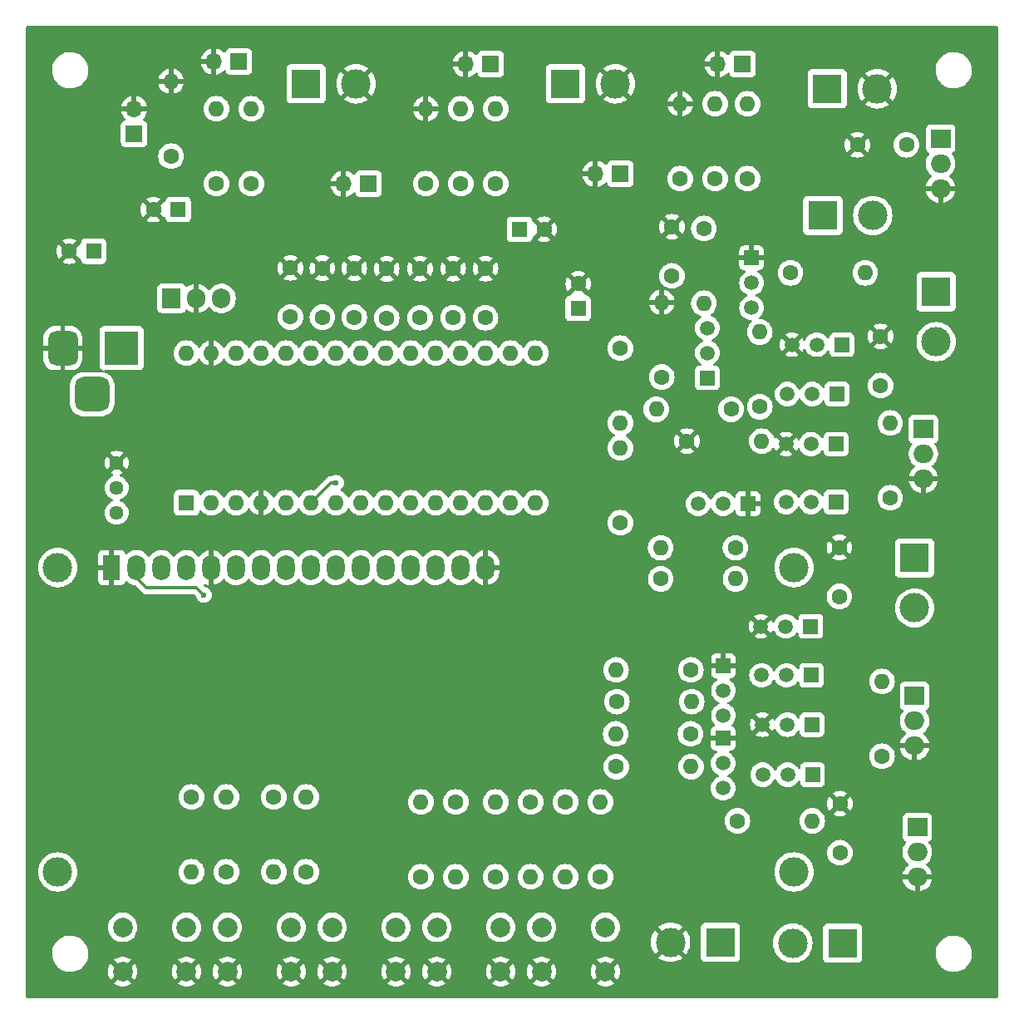
<source format=gbr>
%TF.GenerationSoftware,KiCad,Pcbnew,7.0.11+dfsg-1build4*%
%TF.CreationDate,2025-08-25T21:02:58-05:00*%
%TF.ProjectId,SilentTempController,53696c65-6e74-4546-956d-70436f6e7472,rev?*%
%TF.SameCoordinates,Original*%
%TF.FileFunction,Copper,L1,Top*%
%TF.FilePolarity,Positive*%
%FSLAX46Y46*%
G04 Gerber Fmt 4.6, Leading zero omitted, Abs format (unit mm)*
G04 Created by KiCad (PCBNEW 7.0.11+dfsg-1build4) date 2025-08-25 21:02:58*
%MOMM*%
%LPD*%
G01*
G04 APERTURE LIST*
G04 Aperture macros list*
%AMRoundRect*
0 Rectangle with rounded corners*
0 $1 Rounding radius*
0 $2 $3 $4 $5 $6 $7 $8 $9 X,Y pos of 4 corners*
0 Add a 4 corners polygon primitive as box body*
4,1,4,$2,$3,$4,$5,$6,$7,$8,$9,$2,$3,0*
0 Add four circle primitives for the rounded corners*
1,1,$1+$1,$2,$3*
1,1,$1+$1,$4,$5*
1,1,$1+$1,$6,$7*
1,1,$1+$1,$8,$9*
0 Add four rect primitives between the rounded corners*
20,1,$1+$1,$2,$3,$4,$5,0*
20,1,$1+$1,$4,$5,$6,$7,0*
20,1,$1+$1,$6,$7,$8,$9,0*
20,1,$1+$1,$8,$9,$2,$3,0*%
G04 Aperture macros list end*
%TA.AperFunction,ComponentPad*%
%ADD10C,1.600000*%
%TD*%
%TA.AperFunction,ComponentPad*%
%ADD11O,1.600000X1.600000*%
%TD*%
%TA.AperFunction,ComponentPad*%
%ADD12R,1.500000X1.500000*%
%TD*%
%TA.AperFunction,ComponentPad*%
%ADD13C,1.500000*%
%TD*%
%TA.AperFunction,ComponentPad*%
%ADD14R,2.000000X1.905000*%
%TD*%
%TA.AperFunction,ComponentPad*%
%ADD15O,2.000000X1.905000*%
%TD*%
%TA.AperFunction,ComponentPad*%
%ADD16R,1.700000X1.700000*%
%TD*%
%TA.AperFunction,ComponentPad*%
%ADD17O,1.700000X1.700000*%
%TD*%
%TA.AperFunction,ComponentPad*%
%ADD18C,2.000000*%
%TD*%
%TA.AperFunction,ComponentPad*%
%ADD19R,3.000000X3.000000*%
%TD*%
%TA.AperFunction,ComponentPad*%
%ADD20C,3.000000*%
%TD*%
%TA.AperFunction,ComponentPad*%
%ADD21R,3.500000X3.500000*%
%TD*%
%TA.AperFunction,ComponentPad*%
%ADD22RoundRect,0.750000X-0.750000X-1.000000X0.750000X-1.000000X0.750000X1.000000X-0.750000X1.000000X0*%
%TD*%
%TA.AperFunction,ComponentPad*%
%ADD23RoundRect,0.875000X-0.875000X-0.875000X0.875000X-0.875000X0.875000X0.875000X-0.875000X0.875000X0*%
%TD*%
%TA.AperFunction,ComponentPad*%
%ADD24R,1.600000X1.600000*%
%TD*%
%TA.AperFunction,ComponentPad*%
%ADD25C,1.440000*%
%TD*%
%TA.AperFunction,ComponentPad*%
%ADD26R,1.905000X2.000000*%
%TD*%
%TA.AperFunction,ComponentPad*%
%ADD27O,1.905000X2.000000*%
%TD*%
%TA.AperFunction,ComponentPad*%
%ADD28R,1.800000X2.600000*%
%TD*%
%TA.AperFunction,ComponentPad*%
%ADD29O,1.800000X2.600000*%
%TD*%
%TA.AperFunction,ViaPad*%
%ADD30C,0.600000*%
%TD*%
%TA.AperFunction,Conductor*%
%ADD31C,0.350000*%
%TD*%
G04 APERTURE END LIST*
D10*
%TO.P,R14,1*%
%TO.N,/NTC1REF*%
X167132000Y-66040000D03*
D11*
%TO.P,R14,2*%
%TO.N,GND*%
X167132000Y-58420000D03*
%TD*%
D12*
%TO.P,Q6,1,E*%
%TO.N,Net-(Q6-E)*%
X180500000Y-116640000D03*
D13*
%TO.P,Q6,2,B*%
%TO.N,Net-(Q5-C)*%
X177960000Y-116640000D03*
%TO.P,Q6,3,C*%
%TO.N,+12V*%
X175420000Y-116640000D03*
%TD*%
D10*
%TO.P,C6,1*%
%TO.N,/NTC2*%
X137236200Y-80238600D03*
%TO.P,C6,2*%
%TO.N,GND*%
X137236200Y-75238600D03*
%TD*%
D14*
%TO.P,Q8,1,G*%
%TO.N,Net-(Q8-G)*%
X191008000Y-118745000D03*
D15*
%TO.P,Q8,2,D*%
%TO.N,Net-(J13-Pin_2)*%
X191008000Y-121285000D03*
%TO.P,Q8,3,S*%
%TO.N,GND*%
X191008000Y-123825000D03*
%TD*%
D16*
%TO.P,J5,1,Pin_1*%
%TO.N,/NTC2*%
X147828000Y-54356000D03*
D17*
%TO.P,J5,2,Pin_2*%
%TO.N,GND*%
X145288000Y-54356000D03*
%TD*%
D10*
%TO.P,C15,1*%
%TO.N,Net-(J14-Pin_2)*%
X183400000Y-134710000D03*
%TO.P,C15,2*%
%TO.N,GND*%
X183400000Y-129710000D03*
%TD*%
%TO.P,R13,1*%
%TO.N,/VREF*%
X170688000Y-66040000D03*
D11*
%TO.P,R13,2*%
%TO.N,/NTC1REF*%
X170688000Y-58420000D03*
%TD*%
D10*
%TO.P,R29,1*%
%TO.N,+12V*%
X160610000Y-125950000D03*
D11*
%TO.P,R29,2*%
%TO.N,Net-(Q10-B)*%
X168230000Y-125950000D03*
%TD*%
D12*
%TO.P,Q5,1,E*%
%TO.N,GND*%
X171530000Y-115660000D03*
D13*
%TO.P,Q5,2,B*%
%TO.N,Net-(Q5-B)*%
X171530000Y-118200000D03*
%TO.P,Q5,3,C*%
%TO.N,Net-(Q5-C)*%
X171530000Y-120740000D03*
%TD*%
D18*
%TO.P,SW1,1,1*%
%TO.N,GND*%
X127508000Y-146812000D03*
X121008000Y-146812000D03*
%TO.P,SW1,2,2*%
%TO.N,Net-(R2-Pad2)*%
X127508000Y-142312000D03*
X121008000Y-142312000D03*
%TD*%
D10*
%TO.P,R12,1*%
%TO.N,/VREF*%
X161036000Y-83312000D03*
D11*
%TO.P,R12,2*%
%TO.N,+5V*%
X161036000Y-90932000D03*
%TD*%
D10*
%TO.P,C13,1*%
%TO.N,Net-(J12-Pin_2)*%
X187540000Y-87120000D03*
%TO.P,C13,2*%
%TO.N,GND*%
X187540000Y-82120000D03*
%TD*%
%TO.P,R27,1*%
%TO.N,Net-(Q6-E)*%
X187690000Y-124870000D03*
D11*
%TO.P,R27,2*%
%TO.N,Net-(Q8-G)*%
X187690000Y-117250000D03*
%TD*%
D19*
%TO.P,J2,1,Pin_1*%
%TO.N,+24V*%
X171230000Y-143830000D03*
D20*
%TO.P,J2,2,Pin_2*%
%TO.N,GND*%
X166150000Y-143830000D03*
%TD*%
D10*
%TO.P,C3,1*%
%TO.N,/VREF*%
X147294600Y-80213200D03*
%TO.P,C3,2*%
%TO.N,GND*%
X147294600Y-75213200D03*
%TD*%
%TO.P,R5,1*%
%TO.N,Net-(R4-Pad2)*%
X140716000Y-137160000D03*
D11*
%TO.P,R5,2*%
%TO.N,+5V*%
X140716000Y-129540000D03*
%TD*%
D10*
%TO.P,R36,1*%
%TO.N,Net-(Q17-B)*%
X165252400Y-86258400D03*
D11*
%TO.P,R36,2*%
%TO.N,GND*%
X165252400Y-78638400D03*
%TD*%
D21*
%TO.P,J1,1*%
%TO.N,+24V*%
X110236000Y-83312000D03*
D22*
%TO.P,J1,2*%
%TO.N,GND*%
X104236000Y-83312000D03*
D23*
%TO.P,J1,3*%
%TO.N,unconnected-(J1-Pad3)*%
X107236000Y-88012000D03*
%TD*%
D24*
%TO.P,C2,1*%
%TO.N,+24V*%
X107391200Y-73431400D03*
D10*
%TO.P,C2,2*%
%TO.N,GND*%
X104891200Y-73431400D03*
%TD*%
D19*
%TO.P,J4,1,Pin_1*%
%TO.N,/NTC1*%
X182118000Y-56896000D03*
D20*
%TO.P,J4,2,Pin_2*%
%TO.N,GND*%
X187198000Y-56896000D03*
%TD*%
D12*
%TO.P,Q11,1,E*%
%TO.N,Net-(Q10-E)*%
X180570000Y-121660000D03*
D13*
%TO.P,Q11,2,B*%
%TO.N,Net-(Q10-B)*%
X178030000Y-121660000D03*
%TO.P,Q11,3,C*%
%TO.N,GND*%
X175490000Y-121660000D03*
%TD*%
D10*
%TO.P,C9,1*%
%TO.N,/NTC2REF*%
X133934200Y-80162400D03*
%TO.P,C9,2*%
%TO.N,GND*%
X133934200Y-75162400D03*
%TD*%
%TO.P,R16,1*%
%TO.N,/VREF*%
X144780000Y-66548000D03*
D11*
%TO.P,R16,2*%
%TO.N,/NTC2REF*%
X144780000Y-58928000D03*
%TD*%
D10*
%TO.P,R33,1*%
%TO.N,Net-(Q14-E)*%
X178358800Y-75641200D03*
D11*
%TO.P,R33,2*%
%TO.N,Net-(Q16-G)*%
X185978800Y-75641200D03*
%TD*%
D19*
%TO.P,J14,1,Pin_1*%
%TO.N,+24V*%
X183680000Y-143930000D03*
D20*
%TO.P,J14,2,Pin_2*%
%TO.N,Net-(J14-Pin_2)*%
X178600000Y-143930000D03*
%TD*%
D25*
%TO.P,RV1,1,1*%
%TO.N,+5V*%
X109728000Y-100076000D03*
%TO.P,RV1,2,2*%
%TO.N,Net-(DS1-VO)*%
X109728000Y-97536000D03*
%TO.P,RV1,3,3*%
%TO.N,GND*%
X109728000Y-94996000D03*
%TD*%
D10*
%TO.P,R17,1*%
%TO.N,/NTC2REF*%
X141224000Y-66548000D03*
D11*
%TO.P,R17,2*%
%TO.N,GND*%
X141224000Y-58928000D03*
%TD*%
D12*
%TO.P,Q13,1,E*%
%TO.N,GND*%
X174396400Y-74117200D03*
D13*
%TO.P,Q13,2,B*%
%TO.N,Net-(Q13-B)*%
X174396400Y-76657200D03*
%TO.P,Q13,3,C*%
%TO.N,Net-(Q13-C)*%
X174396400Y-79197200D03*
%TD*%
D10*
%TO.P,R22,1*%
%TO.N,Net-(Q1-B)*%
X172760000Y-103650000D03*
D11*
%TO.P,R22,2*%
%TO.N,/OC1A*%
X165140000Y-103650000D03*
%TD*%
D12*
%TO.P,Q7,1,E*%
%TO.N,Net-(Q6-E)*%
X180430000Y-111650000D03*
D13*
%TO.P,Q7,2,B*%
%TO.N,Net-(Q5-C)*%
X177890000Y-111650000D03*
%TO.P,Q7,3,C*%
%TO.N,GND*%
X175350000Y-111650000D03*
%TD*%
D18*
%TO.P,SW3,1,1*%
%TO.N,GND*%
X148844000Y-146812000D03*
X142344000Y-146812000D03*
%TO.P,SW3,2,2*%
%TO.N,Net-(R6-Pad2)*%
X148844000Y-142312000D03*
X142344000Y-142312000D03*
%TD*%
D24*
%TO.P,C11,1*%
%TO.N,+12V*%
X156750000Y-79250000D03*
D10*
%TO.P,C11,2*%
%TO.N,GND*%
X156750000Y-76750000D03*
%TD*%
%TO.P,R18,1*%
%TO.N,/VREF*%
X148336000Y-66548000D03*
D11*
%TO.P,R18,2*%
%TO.N,/NTC2*%
X148336000Y-58928000D03*
%TD*%
D14*
%TO.P,Q3,1,G*%
%TO.N,Net-(Q3-G)*%
X191897000Y-91541600D03*
D15*
%TO.P,Q3,2,D*%
%TO.N,Net-(J12-Pin_2)*%
X191897000Y-94081600D03*
%TO.P,Q3,3,S*%
%TO.N,GND*%
X191897000Y-96621600D03*
%TD*%
D10*
%TO.P,R24,1*%
%TO.N,Net-(Q5-B)*%
X168220000Y-116080000D03*
D11*
%TO.P,R24,2*%
%TO.N,/OC1B*%
X160600000Y-116080000D03*
%TD*%
D19*
%TO.P,J15,1,Pin_1*%
%TO.N,+24V*%
X181660800Y-69799200D03*
D20*
%TO.P,J15,2,Pin_2*%
%TO.N,Net-(J15-Pin_2)*%
X186740800Y-69799200D03*
%TD*%
D10*
%TO.P,R25,1*%
%TO.N,+12V*%
X165150000Y-106810000D03*
D11*
%TO.P,R25,2*%
%TO.N,Net-(Q1-C)*%
X172770000Y-106810000D03*
%TD*%
D19*
%TO.P,J12,1,Pin_1*%
%TO.N,+24V*%
X193192400Y-77571600D03*
D20*
%TO.P,J12,2,Pin_2*%
%TO.N,Net-(J12-Pin_2)*%
X193192400Y-82651600D03*
%TD*%
D10*
%TO.P,R26,1*%
%TO.N,+12V*%
X160680000Y-119320000D03*
D11*
%TO.P,R26,2*%
%TO.N,Net-(Q5-C)*%
X168300000Y-119320000D03*
%TD*%
D10*
%TO.P,R30,1*%
%TO.N,Net-(Q10-E)*%
X172960000Y-131470000D03*
D11*
%TO.P,R30,2*%
%TO.N,Net-(Q12-G)*%
X180580000Y-131470000D03*
%TD*%
D19*
%TO.P,J13,1,Pin_1*%
%TO.N,+24V*%
X191008000Y-104698800D03*
D20*
%TO.P,J13,2,Pin_2*%
%TO.N,Net-(J13-Pin_2)*%
X191008000Y-109778800D03*
%TD*%
D19*
%TO.P,J8,1,Pin_1*%
%TO.N,/NTC3*%
X129032000Y-56388000D03*
D20*
%TO.P,J8,2,Pin_2*%
%TO.N,GND*%
X134112000Y-56388000D03*
%TD*%
D10*
%TO.P,R3,1*%
%TO.N,Net-(R2-Pad2)*%
X129032000Y-136652000D03*
D11*
%TO.P,R3,2*%
%TO.N,+5V*%
X129032000Y-129032000D03*
%TD*%
D10*
%TO.P,R28,1*%
%TO.N,Net-(Q9-B)*%
X168180000Y-122600000D03*
D11*
%TO.P,R28,2*%
%TO.N,/OC2A*%
X160560000Y-122600000D03*
%TD*%
D10*
%TO.P,R20,1*%
%TO.N,/NTC3REF*%
X115265200Y-63754000D03*
D11*
%TO.P,R20,2*%
%TO.N,GND*%
X115265200Y-56134000D03*
%TD*%
D10*
%TO.P,R7,1*%
%TO.N,Net-(R6-Pad2)*%
X148336000Y-137160000D03*
D11*
%TO.P,R7,2*%
%TO.N,+5V*%
X148336000Y-129540000D03*
%TD*%
D24*
%TO.P,C1,1*%
%TO.N,+5V*%
X115976400Y-69189600D03*
D10*
%TO.P,C1,2*%
%TO.N,GND*%
X113476400Y-69189600D03*
%TD*%
D12*
%TO.P,Q9,1,E*%
%TO.N,GND*%
X171500000Y-123060000D03*
D13*
%TO.P,Q9,2,B*%
%TO.N,Net-(Q9-B)*%
X171500000Y-125600000D03*
%TO.P,Q9,3,C*%
%TO.N,Net-(Q10-B)*%
X171500000Y-128140000D03*
%TD*%
D10*
%TO.P,R19,1*%
%TO.N,/VREF*%
X119888000Y-66548000D03*
D11*
%TO.P,R19,2*%
%TO.N,/NTC3REF*%
X119888000Y-58928000D03*
%TD*%
D10*
%TO.P,C16,1*%
%TO.N,Net-(J15-Pin_2)*%
X190180000Y-62600000D03*
%TO.P,C16,2*%
%TO.N,GND*%
X185180000Y-62600000D03*
%TD*%
D12*
%TO.P,Q1,1,E*%
%TO.N,GND*%
X174040800Y-99161600D03*
D13*
%TO.P,Q1,2,B*%
%TO.N,Net-(Q1-B)*%
X171500800Y-99161600D03*
%TO.P,Q1,3,C*%
%TO.N,Net-(Q1-C)*%
X168960800Y-99161600D03*
%TD*%
D16*
%TO.P,J10,1,Pin_1*%
%TO.N,/NTC2REF*%
X135382000Y-66548000D03*
D17*
%TO.P,J10,2,Pin_2*%
%TO.N,GND*%
X132842000Y-66548000D03*
%TD*%
D18*
%TO.P,SW4,1,1*%
%TO.N,GND*%
X159512000Y-146812000D03*
X153012000Y-146812000D03*
%TO.P,SW4,2,2*%
%TO.N,Net-(R8-Pad2)*%
X159512000Y-142312000D03*
X153012000Y-142312000D03*
%TD*%
D14*
%TO.P,Q12,1,G*%
%TO.N,Net-(Q12-G)*%
X191287400Y-132105400D03*
D15*
%TO.P,Q12,2,D*%
%TO.N,Net-(J14-Pin_2)*%
X191287400Y-134645400D03*
%TO.P,Q12,3,S*%
%TO.N,GND*%
X191287400Y-137185400D03*
%TD*%
D12*
%TO.P,Q14,1,E*%
%TO.N,Net-(Q14-E)*%
X183108600Y-87985600D03*
D13*
%TO.P,Q14,2,B*%
%TO.N,Net-(Q13-C)*%
X180568600Y-87985600D03*
%TO.P,Q14,3,C*%
%TO.N,+12V*%
X178028600Y-87985600D03*
%TD*%
D14*
%TO.P,Q16,1,G*%
%TO.N,Net-(Q16-G)*%
X193649600Y-61976000D03*
D15*
%TO.P,Q16,2,D*%
%TO.N,Net-(J15-Pin_2)*%
X193649600Y-64516000D03*
%TO.P,Q16,3,S*%
%TO.N,GND*%
X193649600Y-67056000D03*
%TD*%
D10*
%TO.P,C5,1*%
%TO.N,/NTC1*%
X143992600Y-80213200D03*
%TO.P,C5,2*%
%TO.N,GND*%
X143992600Y-75213200D03*
%TD*%
%TO.P,R35,1*%
%TO.N,GND*%
X167817800Y-92786200D03*
D11*
%TO.P,R35,2*%
%TO.N,+12V*%
X175437800Y-92786200D03*
%TD*%
D10*
%TO.P,C8,1*%
%TO.N,/NTC1REF*%
X140639800Y-80213200D03*
%TO.P,C8,2*%
%TO.N,GND*%
X140639800Y-75213200D03*
%TD*%
%TO.P,C7,1*%
%TO.N,/NTC3*%
X130683000Y-80162400D03*
%TO.P,C7,2*%
%TO.N,GND*%
X130683000Y-75162400D03*
%TD*%
D18*
%TO.P,SW2,1,1*%
%TO.N,GND*%
X138176000Y-146812000D03*
X131676000Y-146812000D03*
%TO.P,SW2,2,2*%
%TO.N,Net-(R4-Pad2)*%
X138176000Y-142312000D03*
X131676000Y-142312000D03*
%TD*%
D10*
%TO.P,R6,1*%
%TO.N,/D6DISP*%
X151892000Y-129540000D03*
D11*
%TO.P,R6,2*%
%TO.N,Net-(R6-Pad2)*%
X151892000Y-137160000D03*
%TD*%
D12*
%TO.P,Q10,1,E*%
%TO.N,Net-(Q10-E)*%
X180610000Y-126760000D03*
D13*
%TO.P,Q10,2,B*%
%TO.N,Net-(Q10-B)*%
X178070000Y-126760000D03*
%TO.P,Q10,3,C*%
%TO.N,+12V*%
X175530000Y-126760000D03*
%TD*%
D26*
%TO.P,U1,1,VI*%
%TO.N,+24V*%
X115316000Y-78232000D03*
D27*
%TO.P,U1,2,GND*%
%TO.N,GND*%
X117856000Y-78232000D03*
%TO.P,U1,3,VO*%
%TO.N,+5V*%
X120396000Y-78232000D03*
%TD*%
D10*
%TO.P,R2,1*%
%TO.N,/D4DISP*%
X125730000Y-129032000D03*
D11*
%TO.P,R2,2*%
%TO.N,Net-(R2-Pad2)*%
X125730000Y-136652000D03*
%TD*%
D10*
%TO.P,R9,1*%
%TO.N,Net-(R8-Pad2)*%
X159004000Y-137160000D03*
D11*
%TO.P,R9,2*%
%TO.N,+5V*%
X159004000Y-129540000D03*
%TD*%
D16*
%TO.P,J9,1,Pin_1*%
%TO.N,/NTC1REF*%
X161036000Y-65532000D03*
D17*
%TO.P,J9,2,Pin_2*%
%TO.N,GND*%
X158496000Y-65532000D03*
%TD*%
D12*
%TO.P,Q4,1,E*%
%TO.N,Net-(Q2-E)*%
X183007000Y-98983800D03*
D13*
%TO.P,Q4,2,B*%
%TO.N,Net-(Q1-C)*%
X180467000Y-98983800D03*
%TO.P,Q4,3,C*%
%TO.N,+12V*%
X177927000Y-98983800D03*
%TD*%
D24*
%TO.P,A1,1,D1/TX*%
%TO.N,unconnected-(A1-D1{slash}TX-Pad1)*%
X116840000Y-99060000D03*
D11*
%TO.P,A1,2,D0/RX*%
%TO.N,unconnected-(A1-D0{slash}RX-Pad2)*%
X119380000Y-99060000D03*
%TO.P,A1,3,~{RESET}*%
%TO.N,unconnected-(A1-~{RESET}-Pad3)*%
X121920000Y-99060000D03*
%TO.P,A1,4,GND*%
%TO.N,GND*%
X124460000Y-99060000D03*
%TO.P,A1,5,D2*%
%TO.N,/EDISP*%
X127000000Y-99060000D03*
%TO.P,A1,6,D3*%
%TO.N,/OC2B*%
X129540000Y-99060000D03*
%TO.P,A1,7,D4*%
%TO.N,/RSDISP*%
X132080000Y-99060000D03*
%TO.P,A1,8,D5*%
%TO.N,/D4DISP*%
X134620000Y-99060000D03*
%TO.P,A1,9,D6*%
%TO.N,/D5DISP*%
X137160000Y-99060000D03*
%TO.P,A1,10,D7*%
%TO.N,/D6DISP*%
X139700000Y-99060000D03*
%TO.P,A1,11,D8*%
%TO.N,/D7DISP*%
X142240000Y-99060000D03*
%TO.P,A1,12,D9*%
%TO.N,/OC1A*%
X144780000Y-99060000D03*
%TO.P,A1,13,D10*%
%TO.N,/OC1B*%
X147320000Y-99060000D03*
%TO.P,A1,14,D11*%
%TO.N,/OC2A*%
X149860000Y-99060000D03*
%TO.P,A1,15,D12*%
%TO.N,unconnected-(A1-D12-Pad15)*%
X152400000Y-99060000D03*
%TO.P,A1,16,D13*%
%TO.N,unconnected-(A1-D13-Pad16)*%
X152400000Y-83820000D03*
%TO.P,A1,17,3V3*%
%TO.N,unconnected-(A1-3V3-Pad17)*%
X149860000Y-83820000D03*
%TO.P,A1,18,AREF*%
%TO.N,/VREF*%
X147320000Y-83820000D03*
%TO.P,A1,19,A0*%
%TO.N,/NTC1*%
X144780000Y-83820000D03*
%TO.P,A1,20,A1*%
%TO.N,/NTC1REF*%
X142240000Y-83820000D03*
%TO.P,A1,21,A2*%
%TO.N,/NTC2*%
X139700000Y-83820000D03*
%TO.P,A1,22,A3*%
%TO.N,/NTC2REF*%
X137160000Y-83820000D03*
%TO.P,A1,23,A4*%
%TO.N,/NTC3*%
X134620000Y-83820000D03*
%TO.P,A1,24,A5*%
%TO.N,/NTC3REF*%
X132080000Y-83820000D03*
%TO.P,A1,25,A6*%
%TO.N,unconnected-(A1-A6-Pad25)*%
X129540000Y-83820000D03*
%TO.P,A1,26,A7*%
%TO.N,unconnected-(A1-A7-Pad26)*%
X127000000Y-83820000D03*
%TO.P,A1,27,+5V*%
%TO.N,+5V*%
X124460000Y-83820000D03*
%TO.P,A1,28,~{RESET}*%
%TO.N,unconnected-(A1-~{RESET}-Pad28)*%
X121920000Y-83820000D03*
%TO.P,A1,29,GND*%
%TO.N,GND*%
X119380000Y-83820000D03*
%TO.P,A1,30,VIN*%
%TO.N,unconnected-(A1-VIN-Pad30)*%
X116840000Y-83820000D03*
%TD*%
D20*
%TO.P,DS1,*%
%TO.N,*%
X103720900Y-105664000D03*
X103720900Y-136664700D03*
X178719480Y-136664700D03*
X178720000Y-105664000D03*
D28*
%TO.P,DS1,1,VSS*%
%TO.N,GND*%
X109220000Y-105664000D03*
D29*
%TO.P,DS1,2,VDD*%
%TO.N,+5V*%
X111760000Y-105664000D03*
%TO.P,DS1,3,VO*%
%TO.N,Net-(DS1-VO)*%
X114300000Y-105664000D03*
%TO.P,DS1,4,RS*%
%TO.N,/RSDISP*%
X116840000Y-105664000D03*
%TO.P,DS1,5,R/W*%
%TO.N,GND*%
X119380000Y-105664000D03*
%TO.P,DS1,6,E*%
%TO.N,/EDISP*%
X121920000Y-105664000D03*
%TO.P,DS1,7,D0*%
%TO.N,unconnected-(DS1-D0-Pad7)*%
X124460000Y-105664000D03*
%TO.P,DS1,8,D1*%
%TO.N,unconnected-(DS1-D1-Pad8)*%
X127000000Y-105664000D03*
%TO.P,DS1,9,D2*%
%TO.N,unconnected-(DS1-D2-Pad9)*%
X129540000Y-105664000D03*
%TO.P,DS1,10,D3*%
%TO.N,unconnected-(DS1-D3-Pad10)*%
X132080000Y-105664000D03*
%TO.P,DS1,11,D4*%
%TO.N,/D4DISP*%
X134620000Y-105664000D03*
%TO.P,DS1,12,D5*%
%TO.N,/D5DISP*%
X137160000Y-105664000D03*
%TO.P,DS1,13,D6*%
%TO.N,/D6DISP*%
X139700000Y-105664000D03*
%TO.P,DS1,14,D7*%
%TO.N,/D7DISP*%
X142240000Y-105664000D03*
%TO.P,DS1,15,LED(+)*%
%TO.N,Net-(DS1-LED(+))*%
X144780000Y-105664000D03*
%TO.P,DS1,16,LED(-)*%
%TO.N,GND*%
X147320000Y-105664000D03*
%TD*%
D10*
%TO.P,R8,1*%
%TO.N,/D7DISP*%
X155448000Y-129540000D03*
D11*
%TO.P,R8,2*%
%TO.N,Net-(R8-Pad2)*%
X155448000Y-137160000D03*
%TD*%
D10*
%TO.P,C10,1*%
%TO.N,/NTC3REF*%
X127431800Y-80137000D03*
%TO.P,C10,2*%
%TO.N,GND*%
X127431800Y-75137000D03*
%TD*%
D24*
%TO.P,C4,1*%
%TO.N,/VREF*%
X150770000Y-71210000D03*
D10*
%TO.P,C4,2*%
%TO.N,GND*%
X153270000Y-71210000D03*
%TD*%
%TO.P,R10,1*%
%TO.N,/RSDISP*%
X117348000Y-129032000D03*
D11*
%TO.P,R10,2*%
%TO.N,Net-(R10-Pad2)*%
X117348000Y-136652000D03*
%TD*%
D12*
%TO.P,Q15,1,E*%
%TO.N,Net-(Q14-E)*%
X183591200Y-82956400D03*
D13*
%TO.P,Q15,2,B*%
%TO.N,Net-(Q13-C)*%
X181051200Y-82956400D03*
%TO.P,Q15,3,C*%
%TO.N,GND*%
X178511200Y-82956400D03*
%TD*%
D10*
%TO.P,R23,1*%
%TO.N,Net-(Q2-E)*%
X188518800Y-98552000D03*
D11*
%TO.P,R23,2*%
%TO.N,Net-(Q3-G)*%
X188518800Y-90932000D03*
%TD*%
D16*
%TO.P,J7,1,Pin_1*%
%TO.N,/NTC3*%
X122174000Y-54102000D03*
D17*
%TO.P,J7,2,Pin_2*%
%TO.N,GND*%
X119634000Y-54102000D03*
%TD*%
D10*
%TO.P,C12,1*%
%TO.N,Net-(Q17-B)*%
X166280000Y-75950000D03*
%TO.P,C12,2*%
%TO.N,GND*%
X166280000Y-70950000D03*
%TD*%
%TO.P,R15,1*%
%TO.N,/VREF*%
X173990000Y-66040000D03*
D11*
%TO.P,R15,2*%
%TO.N,/NTC1*%
X173990000Y-58420000D03*
%TD*%
D19*
%TO.P,J6,1,Pin_1*%
%TO.N,/NTC2*%
X155448000Y-56388000D03*
D20*
%TO.P,J6,2,Pin_2*%
%TO.N,GND*%
X160528000Y-56388000D03*
%TD*%
D10*
%TO.P,R31,1*%
%TO.N,Net-(Q13-B)*%
X172313600Y-89535000D03*
D11*
%TO.P,R31,2*%
%TO.N,/OC2B*%
X164693600Y-89535000D03*
%TD*%
D18*
%TO.P,SW5,1,1*%
%TO.N,GND*%
X116840000Y-146812000D03*
X110340000Y-146812000D03*
%TO.P,SW5,2,2*%
%TO.N,Net-(R10-Pad2)*%
X116840000Y-142312000D03*
X110340000Y-142312000D03*
%TD*%
D10*
%TO.P,R11,1*%
%TO.N,Net-(R10-Pad2)*%
X120904000Y-136652000D03*
D11*
%TO.P,R11,2*%
%TO.N,+5V*%
X120904000Y-129032000D03*
%TD*%
D16*
%TO.P,J11,1,Pin_1*%
%TO.N,/NTC3REF*%
X111506000Y-61468000D03*
D17*
%TO.P,J11,2,Pin_2*%
%TO.N,GND*%
X111506000Y-58928000D03*
%TD*%
D10*
%TO.P,C14,1*%
%TO.N,Net-(J13-Pin_2)*%
X183350000Y-108610000D03*
%TO.P,C14,2*%
%TO.N,GND*%
X183350000Y-103610000D03*
%TD*%
%TO.P,R32,1*%
%TO.N,+12V*%
X175234600Y-89281000D03*
D11*
%TO.P,R32,2*%
%TO.N,Net-(Q13-C)*%
X175234600Y-81661000D03*
%TD*%
D10*
%TO.P,R1,1*%
%TO.N,Net-(DS1-LED(+))*%
X161036000Y-101092000D03*
D11*
%TO.P,R1,2*%
%TO.N,+5V*%
X161036000Y-93472000D03*
%TD*%
D12*
%TO.P,Q17,1,E*%
%TO.N,+12V*%
X169900600Y-86334600D03*
D13*
%TO.P,Q17,2,B*%
%TO.N,Net-(Q17-B)*%
X169900600Y-83794600D03*
%TO.P,Q17,3,C*%
%TO.N,+24V*%
X169900600Y-81254600D03*
%TD*%
D10*
%TO.P,R21,1*%
%TO.N,/VREF*%
X123444000Y-66548000D03*
D11*
%TO.P,R21,2*%
%TO.N,/NTC3*%
X123444000Y-58928000D03*
%TD*%
D12*
%TO.P,Q2,1,E*%
%TO.N,Net-(Q2-E)*%
X183007000Y-93091000D03*
D13*
%TO.P,Q2,2,B*%
%TO.N,Net-(Q1-C)*%
X180467000Y-93091000D03*
%TO.P,Q2,3,C*%
%TO.N,GND*%
X177927000Y-93091000D03*
%TD*%
D10*
%TO.P,R34,1*%
%TO.N,+24V*%
X169545000Y-71120000D03*
D11*
%TO.P,R34,2*%
%TO.N,Net-(Q17-B)*%
X169545000Y-78740000D03*
%TD*%
D16*
%TO.P,J3,1,Pin_1*%
%TO.N,/NTC1*%
X173482000Y-54356000D03*
D17*
%TO.P,J3,2,Pin_2*%
%TO.N,GND*%
X170942000Y-54356000D03*
%TD*%
D10*
%TO.P,R4,1*%
%TO.N,/D5DISP*%
X144272000Y-129540000D03*
D11*
%TO.P,R4,2*%
%TO.N,Net-(R4-Pad2)*%
X144272000Y-137160000D03*
%TD*%
D30*
%TO.N,+5V*%
X118618000Y-108458000D03*
%TO.N,/OC2B*%
X132080000Y-97028000D03*
%TD*%
D31*
%TO.N,+5V*%
X111760000Y-105664000D02*
X111760000Y-106680000D01*
X117856000Y-107696000D02*
X118618000Y-108458000D01*
X112776000Y-107696000D02*
X117856000Y-107696000D01*
X111760000Y-106680000D02*
X112776000Y-107696000D01*
%TO.N,/OC2B*%
X131572000Y-97028000D02*
X132080000Y-97028000D01*
X129540000Y-99060000D02*
X131572000Y-97028000D01*
%TD*%
%TA.AperFunction,Conductor*%
%TO.N,GND*%
G36*
X199442539Y-50520185D02*
G01*
X199488294Y-50572989D01*
X199499500Y-50624500D01*
X199499500Y-149375500D01*
X199479815Y-149442539D01*
X199427011Y-149488294D01*
X199375500Y-149499500D01*
X100624500Y-149499500D01*
X100557461Y-149479815D01*
X100511706Y-149427011D01*
X100500500Y-149375500D01*
X100500500Y-145067763D01*
X103145787Y-145067763D01*
X103175413Y-145337013D01*
X103175415Y-145337024D01*
X103241131Y-145588390D01*
X103243928Y-145599088D01*
X103349870Y-145848390D01*
X103421998Y-145966575D01*
X103490979Y-146079605D01*
X103490986Y-146079615D01*
X103664253Y-146287819D01*
X103664259Y-146287824D01*
X103703833Y-146323282D01*
X103865998Y-146468582D01*
X104091910Y-146618044D01*
X104337176Y-146733020D01*
X104337183Y-146733022D01*
X104337185Y-146733023D01*
X104596557Y-146811057D01*
X104596564Y-146811058D01*
X104596569Y-146811060D01*
X104864561Y-146850500D01*
X104864566Y-146850500D01*
X105067629Y-146850500D01*
X105067631Y-146850500D01*
X105067636Y-146850499D01*
X105067648Y-146850499D01*
X105105191Y-146847750D01*
X105270156Y-146835677D01*
X105376420Y-146812005D01*
X108834859Y-146812005D01*
X108855385Y-147059729D01*
X108855387Y-147059738D01*
X108916412Y-147300717D01*
X109016266Y-147528364D01*
X109116564Y-147681882D01*
X109814070Y-146984376D01*
X109816884Y-146997915D01*
X109886442Y-147132156D01*
X109989638Y-147242652D01*
X110118819Y-147321209D01*
X110170002Y-147335549D01*
X109469942Y-148035609D01*
X109516768Y-148072055D01*
X109516770Y-148072056D01*
X109735385Y-148190364D01*
X109735396Y-148190369D01*
X109970506Y-148271083D01*
X110215707Y-148312000D01*
X110464293Y-148312000D01*
X110709493Y-148271083D01*
X110944603Y-148190369D01*
X110944614Y-148190364D01*
X111163228Y-148072057D01*
X111163231Y-148072055D01*
X111210056Y-148035609D01*
X110511568Y-147337121D01*
X110628458Y-147286349D01*
X110745739Y-147190934D01*
X110832928Y-147067415D01*
X110863354Y-146981802D01*
X111563434Y-147681882D01*
X111663731Y-147528369D01*
X111763587Y-147300717D01*
X111824612Y-147059738D01*
X111824614Y-147059729D01*
X111845141Y-146812005D01*
X115334859Y-146812005D01*
X115355385Y-147059729D01*
X115355387Y-147059738D01*
X115416412Y-147300717D01*
X115516266Y-147528364D01*
X115616564Y-147681882D01*
X116314070Y-146984376D01*
X116316884Y-146997915D01*
X116386442Y-147132156D01*
X116489638Y-147242652D01*
X116618819Y-147321209D01*
X116670002Y-147335549D01*
X115969942Y-148035609D01*
X116016768Y-148072055D01*
X116016770Y-148072056D01*
X116235385Y-148190364D01*
X116235396Y-148190369D01*
X116470506Y-148271083D01*
X116715707Y-148312000D01*
X116964293Y-148312000D01*
X117209493Y-148271083D01*
X117444603Y-148190369D01*
X117444614Y-148190364D01*
X117663228Y-148072057D01*
X117663231Y-148072055D01*
X117710056Y-148035609D01*
X117011568Y-147337121D01*
X117128458Y-147286349D01*
X117245739Y-147190934D01*
X117332928Y-147067415D01*
X117363354Y-146981802D01*
X118063434Y-147681882D01*
X118163731Y-147528369D01*
X118263587Y-147300717D01*
X118324612Y-147059738D01*
X118324614Y-147059729D01*
X118345141Y-146812005D01*
X119502859Y-146812005D01*
X119523385Y-147059729D01*
X119523387Y-147059738D01*
X119584412Y-147300717D01*
X119684266Y-147528364D01*
X119784564Y-147681882D01*
X120482070Y-146984376D01*
X120484884Y-146997915D01*
X120554442Y-147132156D01*
X120657638Y-147242652D01*
X120786819Y-147321209D01*
X120838002Y-147335549D01*
X120137942Y-148035609D01*
X120184768Y-148072055D01*
X120184770Y-148072056D01*
X120403385Y-148190364D01*
X120403396Y-148190369D01*
X120638506Y-148271083D01*
X120883707Y-148312000D01*
X121132293Y-148312000D01*
X121377493Y-148271083D01*
X121612603Y-148190369D01*
X121612614Y-148190364D01*
X121831228Y-148072057D01*
X121831231Y-148072055D01*
X121878056Y-148035609D01*
X121179568Y-147337121D01*
X121296458Y-147286349D01*
X121413739Y-147190934D01*
X121500928Y-147067415D01*
X121531354Y-146981802D01*
X122231434Y-147681882D01*
X122331731Y-147528369D01*
X122431587Y-147300717D01*
X122492612Y-147059738D01*
X122492614Y-147059729D01*
X122513141Y-146812005D01*
X126002859Y-146812005D01*
X126023385Y-147059729D01*
X126023387Y-147059738D01*
X126084412Y-147300717D01*
X126184266Y-147528364D01*
X126284564Y-147681882D01*
X126982070Y-146984376D01*
X126984884Y-146997915D01*
X127054442Y-147132156D01*
X127157638Y-147242652D01*
X127286819Y-147321209D01*
X127338002Y-147335549D01*
X126637942Y-148035609D01*
X126684768Y-148072055D01*
X126684770Y-148072056D01*
X126903385Y-148190364D01*
X126903396Y-148190369D01*
X127138506Y-148271083D01*
X127383707Y-148312000D01*
X127632293Y-148312000D01*
X127877493Y-148271083D01*
X128112603Y-148190369D01*
X128112614Y-148190364D01*
X128331228Y-148072057D01*
X128331231Y-148072055D01*
X128378056Y-148035609D01*
X127679568Y-147337121D01*
X127796458Y-147286349D01*
X127913739Y-147190934D01*
X128000928Y-147067415D01*
X128031354Y-146981802D01*
X128731434Y-147681882D01*
X128831731Y-147528369D01*
X128931587Y-147300717D01*
X128992612Y-147059738D01*
X128992614Y-147059729D01*
X129013141Y-146812005D01*
X130170859Y-146812005D01*
X130191385Y-147059729D01*
X130191387Y-147059738D01*
X130252412Y-147300717D01*
X130352266Y-147528364D01*
X130452564Y-147681882D01*
X131150070Y-146984376D01*
X131152884Y-146997915D01*
X131222442Y-147132156D01*
X131325638Y-147242652D01*
X131454819Y-147321209D01*
X131506002Y-147335549D01*
X130805942Y-148035609D01*
X130852768Y-148072055D01*
X130852770Y-148072056D01*
X131071385Y-148190364D01*
X131071396Y-148190369D01*
X131306506Y-148271083D01*
X131551707Y-148312000D01*
X131800293Y-148312000D01*
X132045493Y-148271083D01*
X132280603Y-148190369D01*
X132280614Y-148190364D01*
X132499228Y-148072057D01*
X132499231Y-148072055D01*
X132546056Y-148035609D01*
X131847568Y-147337121D01*
X131964458Y-147286349D01*
X132081739Y-147190934D01*
X132168928Y-147067415D01*
X132199354Y-146981802D01*
X132899434Y-147681882D01*
X132999731Y-147528369D01*
X133099587Y-147300717D01*
X133160612Y-147059738D01*
X133160614Y-147059729D01*
X133181141Y-146812005D01*
X136670859Y-146812005D01*
X136691385Y-147059729D01*
X136691387Y-147059738D01*
X136752412Y-147300717D01*
X136852266Y-147528364D01*
X136952564Y-147681882D01*
X137650070Y-146984376D01*
X137652884Y-146997915D01*
X137722442Y-147132156D01*
X137825638Y-147242652D01*
X137954819Y-147321209D01*
X138006002Y-147335549D01*
X137305942Y-148035609D01*
X137352768Y-148072055D01*
X137352770Y-148072056D01*
X137571385Y-148190364D01*
X137571396Y-148190369D01*
X137806506Y-148271083D01*
X138051707Y-148312000D01*
X138300293Y-148312000D01*
X138545493Y-148271083D01*
X138780603Y-148190369D01*
X138780614Y-148190364D01*
X138999228Y-148072057D01*
X138999231Y-148072055D01*
X139046056Y-148035609D01*
X138347568Y-147337121D01*
X138464458Y-147286349D01*
X138581739Y-147190934D01*
X138668928Y-147067415D01*
X138699354Y-146981802D01*
X139399434Y-147681882D01*
X139499731Y-147528369D01*
X139599587Y-147300717D01*
X139660612Y-147059738D01*
X139660614Y-147059729D01*
X139681141Y-146812005D01*
X140838859Y-146812005D01*
X140859385Y-147059729D01*
X140859387Y-147059738D01*
X140920412Y-147300717D01*
X141020266Y-147528364D01*
X141120564Y-147681882D01*
X141818070Y-146984376D01*
X141820884Y-146997915D01*
X141890442Y-147132156D01*
X141993638Y-147242652D01*
X142122819Y-147321209D01*
X142174002Y-147335549D01*
X141473942Y-148035609D01*
X141520768Y-148072055D01*
X141520770Y-148072056D01*
X141739385Y-148190364D01*
X141739396Y-148190369D01*
X141974506Y-148271083D01*
X142219707Y-148312000D01*
X142468293Y-148312000D01*
X142713493Y-148271083D01*
X142948603Y-148190369D01*
X142948614Y-148190364D01*
X143167228Y-148072057D01*
X143167231Y-148072055D01*
X143214056Y-148035609D01*
X142515568Y-147337121D01*
X142632458Y-147286349D01*
X142749739Y-147190934D01*
X142836928Y-147067415D01*
X142867354Y-146981802D01*
X143567434Y-147681882D01*
X143667731Y-147528369D01*
X143767587Y-147300717D01*
X143828612Y-147059738D01*
X143828614Y-147059729D01*
X143849141Y-146812005D01*
X147338859Y-146812005D01*
X147359385Y-147059729D01*
X147359387Y-147059738D01*
X147420412Y-147300717D01*
X147520266Y-147528364D01*
X147620564Y-147681882D01*
X148318070Y-146984376D01*
X148320884Y-146997915D01*
X148390442Y-147132156D01*
X148493638Y-147242652D01*
X148622819Y-147321209D01*
X148674002Y-147335549D01*
X147973942Y-148035609D01*
X148020768Y-148072055D01*
X148020770Y-148072056D01*
X148239385Y-148190364D01*
X148239396Y-148190369D01*
X148474506Y-148271083D01*
X148719707Y-148312000D01*
X148968293Y-148312000D01*
X149213493Y-148271083D01*
X149448603Y-148190369D01*
X149448614Y-148190364D01*
X149667228Y-148072057D01*
X149667231Y-148072055D01*
X149714056Y-148035609D01*
X149015568Y-147337121D01*
X149132458Y-147286349D01*
X149249739Y-147190934D01*
X149336928Y-147067415D01*
X149367354Y-146981802D01*
X150067434Y-147681882D01*
X150167731Y-147528369D01*
X150267587Y-147300717D01*
X150328612Y-147059738D01*
X150328614Y-147059729D01*
X150349141Y-146812005D01*
X151506859Y-146812005D01*
X151527385Y-147059729D01*
X151527387Y-147059738D01*
X151588412Y-147300717D01*
X151688266Y-147528364D01*
X151788564Y-147681882D01*
X152486070Y-146984376D01*
X152488884Y-146997915D01*
X152558442Y-147132156D01*
X152661638Y-147242652D01*
X152790819Y-147321209D01*
X152842002Y-147335549D01*
X152141942Y-148035609D01*
X152188768Y-148072055D01*
X152188770Y-148072056D01*
X152407385Y-148190364D01*
X152407396Y-148190369D01*
X152642506Y-148271083D01*
X152887707Y-148312000D01*
X153136293Y-148312000D01*
X153381493Y-148271083D01*
X153616603Y-148190369D01*
X153616614Y-148190364D01*
X153835228Y-148072057D01*
X153835231Y-148072055D01*
X153882056Y-148035609D01*
X153183568Y-147337121D01*
X153300458Y-147286349D01*
X153417739Y-147190934D01*
X153504928Y-147067415D01*
X153535354Y-146981802D01*
X154235434Y-147681882D01*
X154335731Y-147528369D01*
X154435587Y-147300717D01*
X154496612Y-147059738D01*
X154496614Y-147059729D01*
X154517141Y-146812005D01*
X158006859Y-146812005D01*
X158027385Y-147059729D01*
X158027387Y-147059738D01*
X158088412Y-147300717D01*
X158188266Y-147528364D01*
X158288564Y-147681882D01*
X158986070Y-146984376D01*
X158988884Y-146997915D01*
X159058442Y-147132156D01*
X159161638Y-147242652D01*
X159290819Y-147321209D01*
X159342002Y-147335549D01*
X158641942Y-148035609D01*
X158688768Y-148072055D01*
X158688770Y-148072056D01*
X158907385Y-148190364D01*
X158907396Y-148190369D01*
X159142506Y-148271083D01*
X159387707Y-148312000D01*
X159636293Y-148312000D01*
X159881493Y-148271083D01*
X160116603Y-148190369D01*
X160116614Y-148190364D01*
X160335228Y-148072057D01*
X160335231Y-148072055D01*
X160382056Y-148035609D01*
X159683568Y-147337121D01*
X159800458Y-147286349D01*
X159917739Y-147190934D01*
X160004928Y-147067415D01*
X160035354Y-146981802D01*
X160735434Y-147681882D01*
X160835731Y-147528369D01*
X160935587Y-147300717D01*
X160996612Y-147059738D01*
X160996614Y-147059729D01*
X161017141Y-146812005D01*
X161017141Y-146811994D01*
X160996614Y-146564270D01*
X160996612Y-146564261D01*
X160935587Y-146323282D01*
X160835731Y-146095630D01*
X160735434Y-145942116D01*
X160037929Y-146639622D01*
X160035116Y-146626085D01*
X159965558Y-146491844D01*
X159862362Y-146381348D01*
X159733181Y-146302791D01*
X159681997Y-146288450D01*
X160382057Y-145588390D01*
X160382056Y-145588389D01*
X160335229Y-145551943D01*
X160116614Y-145433635D01*
X160116603Y-145433630D01*
X159881493Y-145352916D01*
X159636293Y-145312000D01*
X159387707Y-145312000D01*
X159142506Y-145352916D01*
X158907396Y-145433630D01*
X158907390Y-145433632D01*
X158688761Y-145551949D01*
X158641942Y-145588388D01*
X158641942Y-145588390D01*
X159340431Y-146286878D01*
X159223542Y-146337651D01*
X159106261Y-146433066D01*
X159019072Y-146556585D01*
X158988645Y-146642197D01*
X158288564Y-145942116D01*
X158188267Y-146095632D01*
X158088412Y-146323282D01*
X158027387Y-146564261D01*
X158027385Y-146564270D01*
X158006859Y-146811994D01*
X158006859Y-146812005D01*
X154517141Y-146812005D01*
X154517141Y-146811994D01*
X154496614Y-146564270D01*
X154496612Y-146564261D01*
X154435587Y-146323282D01*
X154335731Y-146095630D01*
X154235434Y-145942116D01*
X153537929Y-146639622D01*
X153535116Y-146626085D01*
X153465558Y-146491844D01*
X153362362Y-146381348D01*
X153233181Y-146302791D01*
X153181997Y-146288450D01*
X153882057Y-145588390D01*
X153882056Y-145588389D01*
X153835229Y-145551943D01*
X153616614Y-145433635D01*
X153616603Y-145433630D01*
X153381493Y-145352916D01*
X153136293Y-145312000D01*
X152887707Y-145312000D01*
X152642506Y-145352916D01*
X152407396Y-145433630D01*
X152407390Y-145433632D01*
X152188761Y-145551949D01*
X152141942Y-145588388D01*
X152141942Y-145588390D01*
X152840431Y-146286878D01*
X152723542Y-146337651D01*
X152606261Y-146433066D01*
X152519072Y-146556585D01*
X152488645Y-146642197D01*
X151788564Y-145942116D01*
X151688267Y-146095632D01*
X151588412Y-146323282D01*
X151527387Y-146564261D01*
X151527385Y-146564270D01*
X151506859Y-146811994D01*
X151506859Y-146812005D01*
X150349141Y-146812005D01*
X150349141Y-146811994D01*
X150328614Y-146564270D01*
X150328612Y-146564261D01*
X150267587Y-146323282D01*
X150167731Y-146095630D01*
X150067434Y-145942116D01*
X149369929Y-146639622D01*
X149367116Y-146626085D01*
X149297558Y-146491844D01*
X149194362Y-146381348D01*
X149065181Y-146302791D01*
X149013997Y-146288450D01*
X149714057Y-145588390D01*
X149714056Y-145588389D01*
X149667229Y-145551943D01*
X149448614Y-145433635D01*
X149448603Y-145433630D01*
X149213493Y-145352916D01*
X148968293Y-145312000D01*
X148719707Y-145312000D01*
X148474506Y-145352916D01*
X148239396Y-145433630D01*
X148239390Y-145433632D01*
X148020761Y-145551949D01*
X147973942Y-145588388D01*
X147973942Y-145588390D01*
X148672431Y-146286878D01*
X148555542Y-146337651D01*
X148438261Y-146433066D01*
X148351072Y-146556585D01*
X148320645Y-146642197D01*
X147620564Y-145942116D01*
X147520267Y-146095632D01*
X147420412Y-146323282D01*
X147359387Y-146564261D01*
X147359385Y-146564270D01*
X147338859Y-146811994D01*
X147338859Y-146812005D01*
X143849141Y-146812005D01*
X143849141Y-146811994D01*
X143828614Y-146564270D01*
X143828612Y-146564261D01*
X143767587Y-146323282D01*
X143667731Y-146095630D01*
X143567434Y-145942116D01*
X142869929Y-146639622D01*
X142867116Y-146626085D01*
X142797558Y-146491844D01*
X142694362Y-146381348D01*
X142565181Y-146302791D01*
X142513997Y-146288450D01*
X143214057Y-145588390D01*
X143214056Y-145588389D01*
X143167229Y-145551943D01*
X142948614Y-145433635D01*
X142948603Y-145433630D01*
X142713493Y-145352916D01*
X142468293Y-145312000D01*
X142219707Y-145312000D01*
X141974506Y-145352916D01*
X141739396Y-145433630D01*
X141739390Y-145433632D01*
X141520761Y-145551949D01*
X141473942Y-145588388D01*
X141473942Y-145588390D01*
X142172431Y-146286878D01*
X142055542Y-146337651D01*
X141938261Y-146433066D01*
X141851072Y-146556585D01*
X141820645Y-146642197D01*
X141120564Y-145942116D01*
X141020267Y-146095632D01*
X140920412Y-146323282D01*
X140859387Y-146564261D01*
X140859385Y-146564270D01*
X140838859Y-146811994D01*
X140838859Y-146812005D01*
X139681141Y-146812005D01*
X139681141Y-146811994D01*
X139660614Y-146564270D01*
X139660612Y-146564261D01*
X139599587Y-146323282D01*
X139499731Y-146095630D01*
X139399434Y-145942116D01*
X138701929Y-146639622D01*
X138699116Y-146626085D01*
X138629558Y-146491844D01*
X138526362Y-146381348D01*
X138397181Y-146302791D01*
X138345997Y-146288450D01*
X139046057Y-145588390D01*
X139046056Y-145588389D01*
X138999229Y-145551943D01*
X138780614Y-145433635D01*
X138780603Y-145433630D01*
X138545493Y-145352916D01*
X138300293Y-145312000D01*
X138051707Y-145312000D01*
X137806506Y-145352916D01*
X137571396Y-145433630D01*
X137571390Y-145433632D01*
X137352761Y-145551949D01*
X137305942Y-145588388D01*
X137305942Y-145588390D01*
X138004431Y-146286878D01*
X137887542Y-146337651D01*
X137770261Y-146433066D01*
X137683072Y-146556585D01*
X137652645Y-146642197D01*
X136952564Y-145942116D01*
X136852267Y-146095632D01*
X136752412Y-146323282D01*
X136691387Y-146564261D01*
X136691385Y-146564270D01*
X136670859Y-146811994D01*
X136670859Y-146812005D01*
X133181141Y-146812005D01*
X133181141Y-146811994D01*
X133160614Y-146564270D01*
X133160612Y-146564261D01*
X133099587Y-146323282D01*
X132999731Y-146095630D01*
X132899434Y-145942116D01*
X132201929Y-146639622D01*
X132199116Y-146626085D01*
X132129558Y-146491844D01*
X132026362Y-146381348D01*
X131897181Y-146302791D01*
X131845997Y-146288450D01*
X132546057Y-145588390D01*
X132546056Y-145588389D01*
X132499229Y-145551943D01*
X132280614Y-145433635D01*
X132280603Y-145433630D01*
X132045493Y-145352916D01*
X131800293Y-145312000D01*
X131551707Y-145312000D01*
X131306506Y-145352916D01*
X131071396Y-145433630D01*
X131071390Y-145433632D01*
X130852761Y-145551949D01*
X130805942Y-145588388D01*
X130805942Y-145588390D01*
X131504431Y-146286878D01*
X131387542Y-146337651D01*
X131270261Y-146433066D01*
X131183072Y-146556585D01*
X131152645Y-146642197D01*
X130452564Y-145942116D01*
X130352267Y-146095632D01*
X130252412Y-146323282D01*
X130191387Y-146564261D01*
X130191385Y-146564270D01*
X130170859Y-146811994D01*
X130170859Y-146812005D01*
X129013141Y-146812005D01*
X129013141Y-146811994D01*
X128992614Y-146564270D01*
X128992612Y-146564261D01*
X128931587Y-146323282D01*
X128831731Y-146095630D01*
X128731434Y-145942116D01*
X128033929Y-146639622D01*
X128031116Y-146626085D01*
X127961558Y-146491844D01*
X127858362Y-146381348D01*
X127729181Y-146302791D01*
X127677997Y-146288450D01*
X128378057Y-145588390D01*
X128378056Y-145588389D01*
X128331229Y-145551943D01*
X128112614Y-145433635D01*
X128112603Y-145433630D01*
X127877493Y-145352916D01*
X127632293Y-145312000D01*
X127383707Y-145312000D01*
X127138506Y-145352916D01*
X126903396Y-145433630D01*
X126903390Y-145433632D01*
X126684761Y-145551949D01*
X126637942Y-145588388D01*
X126637942Y-145588390D01*
X127336431Y-146286878D01*
X127219542Y-146337651D01*
X127102261Y-146433066D01*
X127015072Y-146556585D01*
X126984645Y-146642197D01*
X126284564Y-145942116D01*
X126184267Y-146095632D01*
X126084412Y-146323282D01*
X126023387Y-146564261D01*
X126023385Y-146564270D01*
X126002859Y-146811994D01*
X126002859Y-146812005D01*
X122513141Y-146812005D01*
X122513141Y-146811994D01*
X122492614Y-146564270D01*
X122492612Y-146564261D01*
X122431587Y-146323282D01*
X122331731Y-146095630D01*
X122231434Y-145942116D01*
X121533929Y-146639622D01*
X121531116Y-146626085D01*
X121461558Y-146491844D01*
X121358362Y-146381348D01*
X121229181Y-146302791D01*
X121177997Y-146288450D01*
X121878057Y-145588390D01*
X121878056Y-145588389D01*
X121831229Y-145551943D01*
X121612614Y-145433635D01*
X121612603Y-145433630D01*
X121377493Y-145352916D01*
X121132293Y-145312000D01*
X120883707Y-145312000D01*
X120638506Y-145352916D01*
X120403396Y-145433630D01*
X120403390Y-145433632D01*
X120184761Y-145551949D01*
X120137942Y-145588388D01*
X120137942Y-145588390D01*
X120836431Y-146286878D01*
X120719542Y-146337651D01*
X120602261Y-146433066D01*
X120515072Y-146556585D01*
X120484645Y-146642197D01*
X119784564Y-145942116D01*
X119684267Y-146095632D01*
X119584412Y-146323282D01*
X119523387Y-146564261D01*
X119523385Y-146564270D01*
X119502859Y-146811994D01*
X119502859Y-146812005D01*
X118345141Y-146812005D01*
X118345141Y-146811994D01*
X118324614Y-146564270D01*
X118324612Y-146564261D01*
X118263587Y-146323282D01*
X118163731Y-146095630D01*
X118063434Y-145942116D01*
X117365929Y-146639622D01*
X117363116Y-146626085D01*
X117293558Y-146491844D01*
X117190362Y-146381348D01*
X117061181Y-146302791D01*
X117009997Y-146288450D01*
X117710057Y-145588390D01*
X117710056Y-145588389D01*
X117663229Y-145551943D01*
X117444614Y-145433635D01*
X117444603Y-145433630D01*
X117209493Y-145352916D01*
X116964293Y-145312000D01*
X116715707Y-145312000D01*
X116470506Y-145352916D01*
X116235396Y-145433630D01*
X116235390Y-145433632D01*
X116016761Y-145551949D01*
X115969942Y-145588388D01*
X115969942Y-145588390D01*
X116668431Y-146286878D01*
X116551542Y-146337651D01*
X116434261Y-146433066D01*
X116347072Y-146556585D01*
X116316645Y-146642197D01*
X115616564Y-145942116D01*
X115516267Y-146095632D01*
X115416412Y-146323282D01*
X115355387Y-146564261D01*
X115355385Y-146564270D01*
X115334859Y-146811994D01*
X115334859Y-146812005D01*
X111845141Y-146812005D01*
X111845141Y-146811994D01*
X111824614Y-146564270D01*
X111824612Y-146564261D01*
X111763587Y-146323282D01*
X111663731Y-146095630D01*
X111563434Y-145942116D01*
X110865929Y-146639622D01*
X110863116Y-146626085D01*
X110793558Y-146491844D01*
X110690362Y-146381348D01*
X110561181Y-146302791D01*
X110509997Y-146288450D01*
X111210057Y-145588390D01*
X111210056Y-145588389D01*
X111163229Y-145551943D01*
X110944614Y-145433635D01*
X110944603Y-145433630D01*
X110709493Y-145352916D01*
X110464293Y-145312000D01*
X110215707Y-145312000D01*
X109970506Y-145352916D01*
X109735396Y-145433630D01*
X109735390Y-145433632D01*
X109516761Y-145551949D01*
X109469942Y-145588388D01*
X109469942Y-145588390D01*
X110168431Y-146286878D01*
X110051542Y-146337651D01*
X109934261Y-146433066D01*
X109847072Y-146556585D01*
X109816645Y-146642197D01*
X109116564Y-145942116D01*
X109016267Y-146095632D01*
X108916412Y-146323282D01*
X108855387Y-146564261D01*
X108855385Y-146564270D01*
X108834859Y-146811994D01*
X108834859Y-146812005D01*
X105376420Y-146812005D01*
X105382758Y-146810593D01*
X105534546Y-146776782D01*
X105534548Y-146776781D01*
X105534553Y-146776780D01*
X105787558Y-146680014D01*
X106023777Y-146547441D01*
X106238177Y-146381888D01*
X106426186Y-146186881D01*
X106583799Y-145966579D01*
X106661886Y-145814699D01*
X106707649Y-145725690D01*
X106707651Y-145725684D01*
X106707656Y-145725675D01*
X106795118Y-145469305D01*
X106844319Y-145202933D01*
X106854212Y-144932235D01*
X106824586Y-144662982D01*
X106756072Y-144400912D01*
X106650130Y-144151610D01*
X106509018Y-143920390D01*
X106433796Y-143830001D01*
X164144891Y-143830001D01*
X164165300Y-144115362D01*
X164226109Y-144394895D01*
X164326091Y-144662958D01*
X164463191Y-144914038D01*
X164463196Y-144914046D01*
X164569882Y-145056561D01*
X164569883Y-145056562D01*
X165465195Y-144161250D01*
X165487340Y-144212587D01*
X165593433Y-144355094D01*
X165729530Y-144469294D01*
X165819216Y-144514335D01*
X164923436Y-145410115D01*
X165065960Y-145516807D01*
X165065961Y-145516808D01*
X165317042Y-145653908D01*
X165317041Y-145653908D01*
X165585104Y-145753890D01*
X165864637Y-145814699D01*
X166149999Y-145835109D01*
X166150001Y-145835109D01*
X166435362Y-145814699D01*
X166714895Y-145753890D01*
X166982958Y-145653908D01*
X167234047Y-145516803D01*
X167376561Y-145410116D01*
X167376562Y-145410115D01*
X167344317Y-145377870D01*
X169229500Y-145377870D01*
X169229501Y-145377876D01*
X169235908Y-145437483D01*
X169286202Y-145572328D01*
X169286206Y-145572335D01*
X169372452Y-145687544D01*
X169372455Y-145687547D01*
X169487664Y-145773793D01*
X169487671Y-145773797D01*
X169622517Y-145824091D01*
X169622516Y-145824091D01*
X169629444Y-145824835D01*
X169682127Y-145830500D01*
X172777872Y-145830499D01*
X172837483Y-145824091D01*
X172972331Y-145773796D01*
X173087546Y-145687546D01*
X173173796Y-145572331D01*
X173224091Y-145437483D01*
X173230500Y-145377873D01*
X173230500Y-143930001D01*
X176594390Y-143930001D01*
X176614804Y-144215433D01*
X176675628Y-144495037D01*
X176675630Y-144495043D01*
X176675631Y-144495046D01*
X176738268Y-144662982D01*
X176775635Y-144763166D01*
X176912770Y-145014309D01*
X176912775Y-145014317D01*
X177084254Y-145243387D01*
X177084270Y-145243405D01*
X177286594Y-145445729D01*
X177286612Y-145445745D01*
X177515682Y-145617224D01*
X177515690Y-145617229D01*
X177766833Y-145754364D01*
X177766832Y-145754364D01*
X177766836Y-145754365D01*
X177766839Y-145754367D01*
X178034954Y-145854369D01*
X178034960Y-145854370D01*
X178034962Y-145854371D01*
X178314566Y-145915195D01*
X178314568Y-145915195D01*
X178314572Y-145915196D01*
X178568220Y-145933337D01*
X178599999Y-145935610D01*
X178600000Y-145935610D01*
X178600001Y-145935610D01*
X178628595Y-145933564D01*
X178885428Y-145915196D01*
X179075742Y-145873796D01*
X179165037Y-145854371D01*
X179165037Y-145854370D01*
X179165046Y-145854369D01*
X179433161Y-145754367D01*
X179684315Y-145617226D01*
X179870473Y-145477870D01*
X181679500Y-145477870D01*
X181679501Y-145477876D01*
X181685908Y-145537483D01*
X181736202Y-145672328D01*
X181736206Y-145672335D01*
X181822452Y-145787544D01*
X181822455Y-145787547D01*
X181937664Y-145873793D01*
X181937671Y-145873797D01*
X182072517Y-145924091D01*
X182072516Y-145924091D01*
X182079444Y-145924835D01*
X182132127Y-145930500D01*
X185227872Y-145930499D01*
X185287483Y-145924091D01*
X185422331Y-145873796D01*
X185537546Y-145787546D01*
X185623796Y-145672331D01*
X185674091Y-145537483D01*
X185680500Y-145477873D01*
X185680500Y-145067763D01*
X193145787Y-145067763D01*
X193175413Y-145337013D01*
X193175415Y-145337024D01*
X193241131Y-145588390D01*
X193243928Y-145599088D01*
X193349870Y-145848390D01*
X193421998Y-145966575D01*
X193490979Y-146079605D01*
X193490986Y-146079615D01*
X193664253Y-146287819D01*
X193664259Y-146287824D01*
X193703833Y-146323282D01*
X193865998Y-146468582D01*
X194091910Y-146618044D01*
X194337176Y-146733020D01*
X194337183Y-146733022D01*
X194337185Y-146733023D01*
X194596557Y-146811057D01*
X194596564Y-146811058D01*
X194596569Y-146811060D01*
X194864561Y-146850500D01*
X194864566Y-146850500D01*
X195067629Y-146850500D01*
X195067631Y-146850500D01*
X195067636Y-146850499D01*
X195067648Y-146850499D01*
X195105191Y-146847750D01*
X195270156Y-146835677D01*
X195382758Y-146810593D01*
X195534546Y-146776782D01*
X195534548Y-146776781D01*
X195534553Y-146776780D01*
X195787558Y-146680014D01*
X196023777Y-146547441D01*
X196238177Y-146381888D01*
X196426186Y-146186881D01*
X196583799Y-145966579D01*
X196661886Y-145814699D01*
X196707649Y-145725690D01*
X196707651Y-145725684D01*
X196707656Y-145725675D01*
X196795118Y-145469305D01*
X196844319Y-145202933D01*
X196854212Y-144932235D01*
X196824586Y-144662982D01*
X196756072Y-144400912D01*
X196650130Y-144151610D01*
X196509018Y-143920390D01*
X196433796Y-143830001D01*
X196335746Y-143712180D01*
X196335740Y-143712175D01*
X196134002Y-143531418D01*
X195908092Y-143381957D01*
X195889134Y-143373070D01*
X195662824Y-143266980D01*
X195662819Y-143266978D01*
X195662814Y-143266976D01*
X195403442Y-143188942D01*
X195403428Y-143188939D01*
X195287791Y-143171921D01*
X195135439Y-143149500D01*
X194932369Y-143149500D01*
X194932351Y-143149500D01*
X194729844Y-143164323D01*
X194729831Y-143164325D01*
X194465453Y-143223217D01*
X194465446Y-143223220D01*
X194212439Y-143319987D01*
X193976226Y-143452557D01*
X193761822Y-143618112D01*
X193573822Y-143813109D01*
X193573816Y-143813116D01*
X193416202Y-144033419D01*
X193416199Y-144033424D01*
X193292350Y-144274309D01*
X193292343Y-144274327D01*
X193204884Y-144530685D01*
X193204881Y-144530699D01*
X193155681Y-144797068D01*
X193155680Y-144797075D01*
X193145787Y-145067763D01*
X185680500Y-145067763D01*
X185680499Y-142382128D01*
X185674091Y-142322517D01*
X185670170Y-142312005D01*
X185623797Y-142187671D01*
X185623793Y-142187664D01*
X185537547Y-142072455D01*
X185537544Y-142072452D01*
X185422335Y-141986206D01*
X185422328Y-141986202D01*
X185287482Y-141935908D01*
X185287483Y-141935908D01*
X185227883Y-141929501D01*
X185227881Y-141929500D01*
X185227873Y-141929500D01*
X185227864Y-141929500D01*
X182132129Y-141929500D01*
X182132123Y-141929501D01*
X182072516Y-141935908D01*
X181937671Y-141986202D01*
X181937664Y-141986206D01*
X181822455Y-142072452D01*
X181822452Y-142072455D01*
X181736206Y-142187664D01*
X181736202Y-142187671D01*
X181685908Y-142322517D01*
X181679501Y-142382116D01*
X181679501Y-142382123D01*
X181679500Y-142382135D01*
X181679500Y-145477870D01*
X179870473Y-145477870D01*
X179913395Y-145445739D01*
X180115739Y-145243395D01*
X180287226Y-145014315D01*
X180424367Y-144763161D01*
X180524369Y-144495046D01*
X180541530Y-144416157D01*
X180585195Y-144215433D01*
X180585195Y-144215432D01*
X180585196Y-144215428D01*
X180605610Y-143930000D01*
X180585196Y-143644572D01*
X180569512Y-143572475D01*
X180524371Y-143364962D01*
X180524370Y-143364960D01*
X180524369Y-143364954D01*
X180424367Y-143096839D01*
X180387109Y-143028607D01*
X180287229Y-142845690D01*
X180287224Y-142845682D01*
X180115745Y-142616612D01*
X180115729Y-142616594D01*
X179913405Y-142414270D01*
X179913387Y-142414254D01*
X179684317Y-142242775D01*
X179684309Y-142242770D01*
X179433166Y-142105635D01*
X179433167Y-142105635D01*
X179322008Y-142064175D01*
X179165046Y-142005631D01*
X179165043Y-142005630D01*
X179165037Y-142005628D01*
X178885433Y-141944804D01*
X178600001Y-141924390D01*
X178599999Y-141924390D01*
X178314566Y-141944804D01*
X178034962Y-142005628D01*
X177766833Y-142105635D01*
X177515690Y-142242770D01*
X177515682Y-142242775D01*
X177286612Y-142414254D01*
X177286594Y-142414270D01*
X177084270Y-142616594D01*
X177084254Y-142616612D01*
X176912775Y-142845682D01*
X176912770Y-142845690D01*
X176775635Y-143096833D01*
X176675628Y-143364962D01*
X176614804Y-143644566D01*
X176594390Y-143929998D01*
X176594390Y-143930001D01*
X173230500Y-143930001D01*
X173230499Y-142282128D01*
X173224091Y-142222517D01*
X173211094Y-142187671D01*
X173173797Y-142087671D01*
X173173793Y-142087664D01*
X173087547Y-141972455D01*
X173087544Y-141972452D01*
X172972335Y-141886206D01*
X172972328Y-141886202D01*
X172837482Y-141835908D01*
X172837483Y-141835908D01*
X172777883Y-141829501D01*
X172777881Y-141829500D01*
X172777873Y-141829500D01*
X172777864Y-141829500D01*
X169682129Y-141829500D01*
X169682123Y-141829501D01*
X169622516Y-141835908D01*
X169487671Y-141886202D01*
X169487664Y-141886206D01*
X169372455Y-141972452D01*
X169372452Y-141972455D01*
X169286206Y-142087664D01*
X169286202Y-142087671D01*
X169235908Y-142222517D01*
X169229501Y-142282116D01*
X169229501Y-142282123D01*
X169229500Y-142282135D01*
X169229500Y-145377870D01*
X167344317Y-145377870D01*
X166483748Y-144517300D01*
X166493409Y-144513784D01*
X166641844Y-144416157D01*
X166763764Y-144286930D01*
X166835768Y-144162215D01*
X167730115Y-145056562D01*
X167730116Y-145056561D01*
X167836803Y-144914047D01*
X167973908Y-144662958D01*
X168073890Y-144394895D01*
X168134699Y-144115362D01*
X168155109Y-143830001D01*
X168155109Y-143829998D01*
X168134699Y-143544637D01*
X168073890Y-143265104D01*
X167973908Y-142997041D01*
X167836808Y-142745961D01*
X167836807Y-142745960D01*
X167730115Y-142603436D01*
X166834803Y-143498747D01*
X166812660Y-143447413D01*
X166706567Y-143304906D01*
X166570470Y-143190706D01*
X166480782Y-143145663D01*
X167376562Y-142249883D01*
X167376561Y-142249882D01*
X167234046Y-142143196D01*
X167234038Y-142143191D01*
X166982957Y-142006091D01*
X166982958Y-142006091D01*
X166714895Y-141906109D01*
X166435362Y-141845300D01*
X166150001Y-141824891D01*
X166149999Y-141824891D01*
X165864637Y-141845300D01*
X165585104Y-141906109D01*
X165317041Y-142006091D01*
X165065961Y-142143191D01*
X165065953Y-142143196D01*
X164923437Y-142249882D01*
X164923436Y-142249883D01*
X165816252Y-143142699D01*
X165806591Y-143146216D01*
X165658156Y-143243843D01*
X165536236Y-143373070D01*
X165464231Y-143497784D01*
X164569883Y-142603436D01*
X164569882Y-142603437D01*
X164463196Y-142745953D01*
X164463191Y-142745961D01*
X164326091Y-142997041D01*
X164226109Y-143265104D01*
X164165300Y-143544637D01*
X164144891Y-143829998D01*
X164144891Y-143830001D01*
X106433796Y-143830001D01*
X106335746Y-143712180D01*
X106335740Y-143712175D01*
X106134002Y-143531418D01*
X105908092Y-143381957D01*
X105889134Y-143373070D01*
X105662824Y-143266980D01*
X105662819Y-143266978D01*
X105662814Y-143266976D01*
X105403442Y-143188942D01*
X105403428Y-143188939D01*
X105287791Y-143171921D01*
X105135439Y-143149500D01*
X104932369Y-143149500D01*
X104932351Y-143149500D01*
X104729844Y-143164323D01*
X104729831Y-143164325D01*
X104465453Y-143223217D01*
X104465446Y-143223220D01*
X104212439Y-143319987D01*
X103976226Y-143452557D01*
X103761822Y-143618112D01*
X103573822Y-143813109D01*
X103573816Y-143813116D01*
X103416202Y-144033419D01*
X103416199Y-144033424D01*
X103292350Y-144274309D01*
X103292343Y-144274327D01*
X103204884Y-144530685D01*
X103204881Y-144530699D01*
X103155681Y-144797068D01*
X103155680Y-144797075D01*
X103145787Y-145067763D01*
X100500500Y-145067763D01*
X100500500Y-142312005D01*
X108834357Y-142312005D01*
X108854890Y-142559812D01*
X108854892Y-142559824D01*
X108915936Y-142800881D01*
X109015826Y-143028606D01*
X109151833Y-143236782D01*
X109151836Y-143236785D01*
X109320256Y-143419738D01*
X109516491Y-143572474D01*
X109735190Y-143690828D01*
X109970386Y-143771571D01*
X110215665Y-143812500D01*
X110464335Y-143812500D01*
X110709614Y-143771571D01*
X110944810Y-143690828D01*
X111163509Y-143572474D01*
X111359744Y-143419738D01*
X111528164Y-143236785D01*
X111664173Y-143028607D01*
X111764063Y-142800881D01*
X111825108Y-142559821D01*
X111837169Y-142414270D01*
X111845643Y-142312005D01*
X115334357Y-142312005D01*
X115354890Y-142559812D01*
X115354892Y-142559824D01*
X115415936Y-142800881D01*
X115515826Y-143028606D01*
X115651833Y-143236782D01*
X115651836Y-143236785D01*
X115820256Y-143419738D01*
X116016491Y-143572474D01*
X116235190Y-143690828D01*
X116470386Y-143771571D01*
X116715665Y-143812500D01*
X116964335Y-143812500D01*
X117209614Y-143771571D01*
X117444810Y-143690828D01*
X117663509Y-143572474D01*
X117859744Y-143419738D01*
X118028164Y-143236785D01*
X118164173Y-143028607D01*
X118264063Y-142800881D01*
X118325108Y-142559821D01*
X118337169Y-142414270D01*
X118345643Y-142312005D01*
X119502357Y-142312005D01*
X119522890Y-142559812D01*
X119522892Y-142559824D01*
X119583936Y-142800881D01*
X119683826Y-143028606D01*
X119819833Y-143236782D01*
X119819836Y-143236785D01*
X119988256Y-143419738D01*
X120184491Y-143572474D01*
X120403190Y-143690828D01*
X120638386Y-143771571D01*
X120883665Y-143812500D01*
X121132335Y-143812500D01*
X121377614Y-143771571D01*
X121612810Y-143690828D01*
X121831509Y-143572474D01*
X122027744Y-143419738D01*
X122196164Y-143236785D01*
X122332173Y-143028607D01*
X122432063Y-142800881D01*
X122493108Y-142559821D01*
X122505169Y-142414270D01*
X122513643Y-142312005D01*
X126002357Y-142312005D01*
X126022890Y-142559812D01*
X126022892Y-142559824D01*
X126083936Y-142800881D01*
X126183826Y-143028606D01*
X126319833Y-143236782D01*
X126319836Y-143236785D01*
X126488256Y-143419738D01*
X126684491Y-143572474D01*
X126903190Y-143690828D01*
X127138386Y-143771571D01*
X127383665Y-143812500D01*
X127632335Y-143812500D01*
X127877614Y-143771571D01*
X128112810Y-143690828D01*
X128331509Y-143572474D01*
X128527744Y-143419738D01*
X128696164Y-143236785D01*
X128832173Y-143028607D01*
X128932063Y-142800881D01*
X128993108Y-142559821D01*
X129005169Y-142414270D01*
X129013643Y-142312005D01*
X130170357Y-142312005D01*
X130190890Y-142559812D01*
X130190892Y-142559824D01*
X130251936Y-142800881D01*
X130351826Y-143028606D01*
X130487833Y-143236782D01*
X130487836Y-143236785D01*
X130656256Y-143419738D01*
X130852491Y-143572474D01*
X131071190Y-143690828D01*
X131306386Y-143771571D01*
X131551665Y-143812500D01*
X131800335Y-143812500D01*
X132045614Y-143771571D01*
X132280810Y-143690828D01*
X132499509Y-143572474D01*
X132695744Y-143419738D01*
X132864164Y-143236785D01*
X133000173Y-143028607D01*
X133100063Y-142800881D01*
X133161108Y-142559821D01*
X133173169Y-142414270D01*
X133181643Y-142312005D01*
X136670357Y-142312005D01*
X136690890Y-142559812D01*
X136690892Y-142559824D01*
X136751936Y-142800881D01*
X136851826Y-143028606D01*
X136987833Y-143236782D01*
X136987836Y-143236785D01*
X137156256Y-143419738D01*
X137352491Y-143572474D01*
X137571190Y-143690828D01*
X137806386Y-143771571D01*
X138051665Y-143812500D01*
X138300335Y-143812500D01*
X138545614Y-143771571D01*
X138780810Y-143690828D01*
X138999509Y-143572474D01*
X139195744Y-143419738D01*
X139364164Y-143236785D01*
X139500173Y-143028607D01*
X139600063Y-142800881D01*
X139661108Y-142559821D01*
X139673169Y-142414270D01*
X139681643Y-142312005D01*
X140838357Y-142312005D01*
X140858890Y-142559812D01*
X140858892Y-142559824D01*
X140919936Y-142800881D01*
X141019826Y-143028606D01*
X141155833Y-143236782D01*
X141155836Y-143236785D01*
X141324256Y-143419738D01*
X141520491Y-143572474D01*
X141739190Y-143690828D01*
X141974386Y-143771571D01*
X142219665Y-143812500D01*
X142468335Y-143812500D01*
X142713614Y-143771571D01*
X142948810Y-143690828D01*
X143167509Y-143572474D01*
X143363744Y-143419738D01*
X143532164Y-143236785D01*
X143668173Y-143028607D01*
X143768063Y-142800881D01*
X143829108Y-142559821D01*
X143841169Y-142414270D01*
X143849643Y-142312005D01*
X147338357Y-142312005D01*
X147358890Y-142559812D01*
X147358892Y-142559824D01*
X147419936Y-142800881D01*
X147519826Y-143028606D01*
X147655833Y-143236782D01*
X147655836Y-143236785D01*
X147824256Y-143419738D01*
X148020491Y-143572474D01*
X148239190Y-143690828D01*
X148474386Y-143771571D01*
X148719665Y-143812500D01*
X148968335Y-143812500D01*
X149213614Y-143771571D01*
X149448810Y-143690828D01*
X149667509Y-143572474D01*
X149863744Y-143419738D01*
X150032164Y-143236785D01*
X150168173Y-143028607D01*
X150268063Y-142800881D01*
X150329108Y-142559821D01*
X150341169Y-142414270D01*
X150349643Y-142312005D01*
X151506357Y-142312005D01*
X151526890Y-142559812D01*
X151526892Y-142559824D01*
X151587936Y-142800881D01*
X151687826Y-143028606D01*
X151823833Y-143236782D01*
X151823836Y-143236785D01*
X151992256Y-143419738D01*
X152188491Y-143572474D01*
X152407190Y-143690828D01*
X152642386Y-143771571D01*
X152887665Y-143812500D01*
X153136335Y-143812500D01*
X153381614Y-143771571D01*
X153616810Y-143690828D01*
X153835509Y-143572474D01*
X154031744Y-143419738D01*
X154200164Y-143236785D01*
X154336173Y-143028607D01*
X154436063Y-142800881D01*
X154497108Y-142559821D01*
X154509169Y-142414270D01*
X154517643Y-142312005D01*
X158006357Y-142312005D01*
X158026890Y-142559812D01*
X158026892Y-142559824D01*
X158087936Y-142800881D01*
X158187826Y-143028606D01*
X158323833Y-143236782D01*
X158323836Y-143236785D01*
X158492256Y-143419738D01*
X158688491Y-143572474D01*
X158907190Y-143690828D01*
X159142386Y-143771571D01*
X159387665Y-143812500D01*
X159636335Y-143812500D01*
X159881614Y-143771571D01*
X160116810Y-143690828D01*
X160335509Y-143572474D01*
X160531744Y-143419738D01*
X160700164Y-143236785D01*
X160836173Y-143028607D01*
X160936063Y-142800881D01*
X160997108Y-142559821D01*
X161009169Y-142414270D01*
X161017643Y-142312005D01*
X161017643Y-142311994D01*
X160997109Y-142064187D01*
X160997107Y-142064175D01*
X160936063Y-141823118D01*
X160836173Y-141595393D01*
X160700166Y-141387217D01*
X160678557Y-141363744D01*
X160531744Y-141204262D01*
X160335509Y-141051526D01*
X160335507Y-141051525D01*
X160335506Y-141051524D01*
X160116811Y-140933172D01*
X160116802Y-140933169D01*
X159881616Y-140852429D01*
X159636335Y-140811500D01*
X159387665Y-140811500D01*
X159142383Y-140852429D01*
X158907197Y-140933169D01*
X158907188Y-140933172D01*
X158688493Y-141051524D01*
X158492257Y-141204261D01*
X158323833Y-141387217D01*
X158187826Y-141595393D01*
X158087936Y-141823118D01*
X158026892Y-142064175D01*
X158026890Y-142064187D01*
X158006357Y-142311994D01*
X158006357Y-142312005D01*
X154517643Y-142312005D01*
X154517643Y-142311994D01*
X154497109Y-142064187D01*
X154497107Y-142064175D01*
X154436063Y-141823118D01*
X154336173Y-141595393D01*
X154200166Y-141387217D01*
X154178557Y-141363744D01*
X154031744Y-141204262D01*
X153835509Y-141051526D01*
X153835507Y-141051525D01*
X153835506Y-141051524D01*
X153616811Y-140933172D01*
X153616802Y-140933169D01*
X153381616Y-140852429D01*
X153136335Y-140811500D01*
X152887665Y-140811500D01*
X152642383Y-140852429D01*
X152407197Y-140933169D01*
X152407188Y-140933172D01*
X152188493Y-141051524D01*
X151992257Y-141204261D01*
X151823833Y-141387217D01*
X151687826Y-141595393D01*
X151587936Y-141823118D01*
X151526892Y-142064175D01*
X151526890Y-142064187D01*
X151506357Y-142311994D01*
X151506357Y-142312005D01*
X150349643Y-142312005D01*
X150349643Y-142311994D01*
X150329109Y-142064187D01*
X150329107Y-142064175D01*
X150268063Y-141823118D01*
X150168173Y-141595393D01*
X150032166Y-141387217D01*
X150010557Y-141363744D01*
X149863744Y-141204262D01*
X149667509Y-141051526D01*
X149667507Y-141051525D01*
X149667506Y-141051524D01*
X149448811Y-140933172D01*
X149448802Y-140933169D01*
X149213616Y-140852429D01*
X148968335Y-140811500D01*
X148719665Y-140811500D01*
X148474383Y-140852429D01*
X148239197Y-140933169D01*
X148239188Y-140933172D01*
X148020493Y-141051524D01*
X147824257Y-141204261D01*
X147655833Y-141387217D01*
X147519826Y-141595393D01*
X147419936Y-141823118D01*
X147358892Y-142064175D01*
X147358890Y-142064187D01*
X147338357Y-142311994D01*
X147338357Y-142312005D01*
X143849643Y-142312005D01*
X143849643Y-142311994D01*
X143829109Y-142064187D01*
X143829107Y-142064175D01*
X143768063Y-141823118D01*
X143668173Y-141595393D01*
X143532166Y-141387217D01*
X143510557Y-141363744D01*
X143363744Y-141204262D01*
X143167509Y-141051526D01*
X143167507Y-141051525D01*
X143167506Y-141051524D01*
X142948811Y-140933172D01*
X142948802Y-140933169D01*
X142713616Y-140852429D01*
X142468335Y-140811500D01*
X142219665Y-140811500D01*
X141974383Y-140852429D01*
X141739197Y-140933169D01*
X141739188Y-140933172D01*
X141520493Y-141051524D01*
X141324257Y-141204261D01*
X141155833Y-141387217D01*
X141019826Y-141595393D01*
X140919936Y-141823118D01*
X140858892Y-142064175D01*
X140858890Y-142064187D01*
X140838357Y-142311994D01*
X140838357Y-142312005D01*
X139681643Y-142312005D01*
X139681643Y-142311994D01*
X139661109Y-142064187D01*
X139661107Y-142064175D01*
X139600063Y-141823118D01*
X139500173Y-141595393D01*
X139364166Y-141387217D01*
X139342557Y-141363744D01*
X139195744Y-141204262D01*
X138999509Y-141051526D01*
X138999507Y-141051525D01*
X138999506Y-141051524D01*
X138780811Y-140933172D01*
X138780802Y-140933169D01*
X138545616Y-140852429D01*
X138300335Y-140811500D01*
X138051665Y-140811500D01*
X137806383Y-140852429D01*
X137571197Y-140933169D01*
X137571188Y-140933172D01*
X137352493Y-141051524D01*
X137156257Y-141204261D01*
X136987833Y-141387217D01*
X136851826Y-141595393D01*
X136751936Y-141823118D01*
X136690892Y-142064175D01*
X136690890Y-142064187D01*
X136670357Y-142311994D01*
X136670357Y-142312005D01*
X133181643Y-142312005D01*
X133181643Y-142311994D01*
X133161109Y-142064187D01*
X133161107Y-142064175D01*
X133100063Y-141823118D01*
X133000173Y-141595393D01*
X132864166Y-141387217D01*
X132842557Y-141363744D01*
X132695744Y-141204262D01*
X132499509Y-141051526D01*
X132499507Y-141051525D01*
X132499506Y-141051524D01*
X132280811Y-140933172D01*
X132280802Y-140933169D01*
X132045616Y-140852429D01*
X131800335Y-140811500D01*
X131551665Y-140811500D01*
X131306383Y-140852429D01*
X131071197Y-140933169D01*
X131071188Y-140933172D01*
X130852493Y-141051524D01*
X130656257Y-141204261D01*
X130487833Y-141387217D01*
X130351826Y-141595393D01*
X130251936Y-141823118D01*
X130190892Y-142064175D01*
X130190890Y-142064187D01*
X130170357Y-142311994D01*
X130170357Y-142312005D01*
X129013643Y-142312005D01*
X129013643Y-142311994D01*
X128993109Y-142064187D01*
X128993107Y-142064175D01*
X128932063Y-141823118D01*
X128832173Y-141595393D01*
X128696166Y-141387217D01*
X128674557Y-141363744D01*
X128527744Y-141204262D01*
X128331509Y-141051526D01*
X128331507Y-141051525D01*
X128331506Y-141051524D01*
X128112811Y-140933172D01*
X128112802Y-140933169D01*
X127877616Y-140852429D01*
X127632335Y-140811500D01*
X127383665Y-140811500D01*
X127138383Y-140852429D01*
X126903197Y-140933169D01*
X126903188Y-140933172D01*
X126684493Y-141051524D01*
X126488257Y-141204261D01*
X126319833Y-141387217D01*
X126183826Y-141595393D01*
X126083936Y-141823118D01*
X126022892Y-142064175D01*
X126022890Y-142064187D01*
X126002357Y-142311994D01*
X126002357Y-142312005D01*
X122513643Y-142312005D01*
X122513643Y-142311994D01*
X122493109Y-142064187D01*
X122493107Y-142064175D01*
X122432063Y-141823118D01*
X122332173Y-141595393D01*
X122196166Y-141387217D01*
X122174557Y-141363744D01*
X122027744Y-141204262D01*
X121831509Y-141051526D01*
X121831507Y-141051525D01*
X121831506Y-141051524D01*
X121612811Y-140933172D01*
X121612802Y-140933169D01*
X121377616Y-140852429D01*
X121132335Y-140811500D01*
X120883665Y-140811500D01*
X120638383Y-140852429D01*
X120403197Y-140933169D01*
X120403188Y-140933172D01*
X120184493Y-141051524D01*
X119988257Y-141204261D01*
X119819833Y-141387217D01*
X119683826Y-141595393D01*
X119583936Y-141823118D01*
X119522892Y-142064175D01*
X119522890Y-142064187D01*
X119502357Y-142311994D01*
X119502357Y-142312005D01*
X118345643Y-142312005D01*
X118345643Y-142311994D01*
X118325109Y-142064187D01*
X118325107Y-142064175D01*
X118264063Y-141823118D01*
X118164173Y-141595393D01*
X118028166Y-141387217D01*
X118006557Y-141363744D01*
X117859744Y-141204262D01*
X117663509Y-141051526D01*
X117663507Y-141051525D01*
X117663506Y-141051524D01*
X117444811Y-140933172D01*
X117444802Y-140933169D01*
X117209616Y-140852429D01*
X116964335Y-140811500D01*
X116715665Y-140811500D01*
X116470383Y-140852429D01*
X116235197Y-140933169D01*
X116235188Y-140933172D01*
X116016493Y-141051524D01*
X115820257Y-141204261D01*
X115651833Y-141387217D01*
X115515826Y-141595393D01*
X115415936Y-141823118D01*
X115354892Y-142064175D01*
X115354890Y-142064187D01*
X115334357Y-142311994D01*
X115334357Y-142312005D01*
X111845643Y-142312005D01*
X111845643Y-142311994D01*
X111825109Y-142064187D01*
X111825107Y-142064175D01*
X111764063Y-141823118D01*
X111664173Y-141595393D01*
X111528166Y-141387217D01*
X111506557Y-141363744D01*
X111359744Y-141204262D01*
X111163509Y-141051526D01*
X111163507Y-141051525D01*
X111163506Y-141051524D01*
X110944811Y-140933172D01*
X110944802Y-140933169D01*
X110709616Y-140852429D01*
X110464335Y-140811500D01*
X110215665Y-140811500D01*
X109970383Y-140852429D01*
X109735197Y-140933169D01*
X109735188Y-140933172D01*
X109516493Y-141051524D01*
X109320257Y-141204261D01*
X109151833Y-141387217D01*
X109015826Y-141595393D01*
X108915936Y-141823118D01*
X108854892Y-142064175D01*
X108854890Y-142064187D01*
X108834357Y-142311994D01*
X108834357Y-142312005D01*
X100500500Y-142312005D01*
X100500500Y-136664701D01*
X101715290Y-136664701D01*
X101735704Y-136950133D01*
X101796528Y-137229737D01*
X101796530Y-137229743D01*
X101796531Y-137229746D01*
X101824500Y-137304734D01*
X101896535Y-137497866D01*
X102033670Y-137749009D01*
X102033675Y-137749017D01*
X102205154Y-137978087D01*
X102205170Y-137978105D01*
X102407494Y-138180429D01*
X102407512Y-138180445D01*
X102636582Y-138351924D01*
X102636590Y-138351929D01*
X102887733Y-138489064D01*
X102887732Y-138489064D01*
X102887736Y-138489065D01*
X102887739Y-138489067D01*
X103155854Y-138589069D01*
X103155860Y-138589070D01*
X103155862Y-138589071D01*
X103435466Y-138649895D01*
X103435468Y-138649895D01*
X103435472Y-138649896D01*
X103689120Y-138668037D01*
X103720899Y-138670310D01*
X103720900Y-138670310D01*
X103720901Y-138670310D01*
X103749495Y-138668264D01*
X104006328Y-138649896D01*
X104285946Y-138589069D01*
X104554061Y-138489067D01*
X104805215Y-138351926D01*
X105034295Y-138180439D01*
X105236639Y-137978095D01*
X105408126Y-137749015D01*
X105545267Y-137497861D01*
X105645269Y-137229746D01*
X105706096Y-136950128D01*
X105726510Y-136664700D01*
X105725602Y-136652001D01*
X116042532Y-136652001D01*
X116062364Y-136878686D01*
X116062366Y-136878697D01*
X116121258Y-137098488D01*
X116121261Y-137098497D01*
X116217431Y-137304732D01*
X116217432Y-137304734D01*
X116347954Y-137491141D01*
X116508858Y-137652045D01*
X116508861Y-137652047D01*
X116695266Y-137782568D01*
X116901504Y-137878739D01*
X117121308Y-137937635D01*
X117283230Y-137951801D01*
X117347998Y-137957468D01*
X117348000Y-137957468D01*
X117348002Y-137957468D01*
X117404673Y-137952509D01*
X117574692Y-137937635D01*
X117794496Y-137878739D01*
X118000734Y-137782568D01*
X118187139Y-137652047D01*
X118348047Y-137491139D01*
X118478568Y-137304734D01*
X118574739Y-137098496D01*
X118633635Y-136878692D01*
X118653468Y-136652001D01*
X119598532Y-136652001D01*
X119618364Y-136878686D01*
X119618366Y-136878697D01*
X119677258Y-137098488D01*
X119677261Y-137098497D01*
X119773431Y-137304732D01*
X119773432Y-137304734D01*
X119903954Y-137491141D01*
X120064858Y-137652045D01*
X120064861Y-137652047D01*
X120251266Y-137782568D01*
X120457504Y-137878739D01*
X120677308Y-137937635D01*
X120839230Y-137951801D01*
X120903998Y-137957468D01*
X120904000Y-137957468D01*
X120904002Y-137957468D01*
X120960673Y-137952509D01*
X121130692Y-137937635D01*
X121350496Y-137878739D01*
X121556734Y-137782568D01*
X121743139Y-137652047D01*
X121904047Y-137491139D01*
X122034568Y-137304734D01*
X122130739Y-137098496D01*
X122189635Y-136878692D01*
X122209468Y-136652001D01*
X124424532Y-136652001D01*
X124444364Y-136878686D01*
X124444366Y-136878697D01*
X124503258Y-137098488D01*
X124503261Y-137098497D01*
X124599431Y-137304732D01*
X124599432Y-137304734D01*
X124729954Y-137491141D01*
X124890858Y-137652045D01*
X124890861Y-137652047D01*
X125077266Y-137782568D01*
X125283504Y-137878739D01*
X125503308Y-137937635D01*
X125665230Y-137951801D01*
X125729998Y-137957468D01*
X125730000Y-137957468D01*
X125730002Y-137957468D01*
X125786673Y-137952509D01*
X125956692Y-137937635D01*
X126176496Y-137878739D01*
X126382734Y-137782568D01*
X126569139Y-137652047D01*
X126730047Y-137491139D01*
X126860568Y-137304734D01*
X126956739Y-137098496D01*
X127015635Y-136878692D01*
X127035468Y-136652001D01*
X127726532Y-136652001D01*
X127746364Y-136878686D01*
X127746366Y-136878697D01*
X127805258Y-137098488D01*
X127805261Y-137098497D01*
X127901431Y-137304732D01*
X127901432Y-137304734D01*
X128031954Y-137491141D01*
X128192858Y-137652045D01*
X128192861Y-137652047D01*
X128379266Y-137782568D01*
X128585504Y-137878739D01*
X128805308Y-137937635D01*
X128967230Y-137951801D01*
X129031998Y-137957468D01*
X129032000Y-137957468D01*
X129032002Y-137957468D01*
X129088673Y-137952509D01*
X129258692Y-137937635D01*
X129478496Y-137878739D01*
X129684734Y-137782568D01*
X129871139Y-137652047D01*
X130032047Y-137491139D01*
X130162568Y-137304734D01*
X130230059Y-137160001D01*
X139410532Y-137160001D01*
X139430364Y-137386686D01*
X139430366Y-137386697D01*
X139489258Y-137606488D01*
X139489261Y-137606497D01*
X139585431Y-137812732D01*
X139585432Y-137812734D01*
X139715954Y-137999141D01*
X139876858Y-138160045D01*
X139876861Y-138160047D01*
X140063266Y-138290568D01*
X140269504Y-138386739D01*
X140489308Y-138445635D01*
X140651230Y-138459801D01*
X140715998Y-138465468D01*
X140716000Y-138465468D01*
X140716002Y-138465468D01*
X140772673Y-138460509D01*
X140942692Y-138445635D01*
X141162496Y-138386739D01*
X141368734Y-138290568D01*
X141555139Y-138160047D01*
X141716047Y-137999139D01*
X141846568Y-137812734D01*
X141942739Y-137606496D01*
X142001635Y-137386692D01*
X142021468Y-137160001D01*
X142966532Y-137160001D01*
X142986364Y-137386686D01*
X142986366Y-137386697D01*
X143045258Y-137606488D01*
X143045261Y-137606497D01*
X143141431Y-137812732D01*
X143141432Y-137812734D01*
X143271954Y-137999141D01*
X143432858Y-138160045D01*
X143432861Y-138160047D01*
X143619266Y-138290568D01*
X143825504Y-138386739D01*
X144045308Y-138445635D01*
X144207230Y-138459801D01*
X144271998Y-138465468D01*
X144272000Y-138465468D01*
X144272002Y-138465468D01*
X144328673Y-138460509D01*
X144498692Y-138445635D01*
X144718496Y-138386739D01*
X144924734Y-138290568D01*
X145111139Y-138160047D01*
X145272047Y-137999139D01*
X145402568Y-137812734D01*
X145498739Y-137606496D01*
X145557635Y-137386692D01*
X145577468Y-137160001D01*
X147030532Y-137160001D01*
X147050364Y-137386686D01*
X147050366Y-137386697D01*
X147109258Y-137606488D01*
X147109261Y-137606497D01*
X147205431Y-137812732D01*
X147205432Y-137812734D01*
X147335954Y-137999141D01*
X147496858Y-138160045D01*
X147496861Y-138160047D01*
X147683266Y-138290568D01*
X147889504Y-138386739D01*
X148109308Y-138445635D01*
X148271230Y-138459801D01*
X148335998Y-138465468D01*
X148336000Y-138465468D01*
X148336002Y-138465468D01*
X148392673Y-138460509D01*
X148562692Y-138445635D01*
X148782496Y-138386739D01*
X148988734Y-138290568D01*
X149175139Y-138160047D01*
X149336047Y-137999139D01*
X149466568Y-137812734D01*
X149562739Y-137606496D01*
X149621635Y-137386692D01*
X149641468Y-137160001D01*
X150586532Y-137160001D01*
X150606364Y-137386686D01*
X150606366Y-137386697D01*
X150665258Y-137606488D01*
X150665261Y-137606497D01*
X150761431Y-137812732D01*
X150761432Y-137812734D01*
X150891954Y-137999141D01*
X151052858Y-138160045D01*
X151052861Y-138160047D01*
X151239266Y-138290568D01*
X151445504Y-138386739D01*
X151665308Y-138445635D01*
X151827230Y-138459801D01*
X151891998Y-138465468D01*
X151892000Y-138465468D01*
X151892002Y-138465468D01*
X151948673Y-138460509D01*
X152118692Y-138445635D01*
X152338496Y-138386739D01*
X152544734Y-138290568D01*
X152731139Y-138160047D01*
X152892047Y-137999139D01*
X153022568Y-137812734D01*
X153118739Y-137606496D01*
X153177635Y-137386692D01*
X153197468Y-137160001D01*
X154142532Y-137160001D01*
X154162364Y-137386686D01*
X154162366Y-137386697D01*
X154221258Y-137606488D01*
X154221261Y-137606497D01*
X154317431Y-137812732D01*
X154317432Y-137812734D01*
X154447954Y-137999141D01*
X154608858Y-138160045D01*
X154608861Y-138160047D01*
X154795266Y-138290568D01*
X155001504Y-138386739D01*
X155221308Y-138445635D01*
X155383230Y-138459801D01*
X155447998Y-138465468D01*
X155448000Y-138465468D01*
X155448002Y-138465468D01*
X155504673Y-138460509D01*
X155674692Y-138445635D01*
X155894496Y-138386739D01*
X156100734Y-138290568D01*
X156287139Y-138160047D01*
X156448047Y-137999139D01*
X156578568Y-137812734D01*
X156674739Y-137606496D01*
X156733635Y-137386692D01*
X156753468Y-137160001D01*
X157698532Y-137160001D01*
X157718364Y-137386686D01*
X157718366Y-137386697D01*
X157777258Y-137606488D01*
X157777261Y-137606497D01*
X157873431Y-137812732D01*
X157873432Y-137812734D01*
X158003954Y-137999141D01*
X158164858Y-138160045D01*
X158164861Y-138160047D01*
X158351266Y-138290568D01*
X158557504Y-138386739D01*
X158777308Y-138445635D01*
X158939230Y-138459801D01*
X159003998Y-138465468D01*
X159004000Y-138465468D01*
X159004002Y-138465468D01*
X159060673Y-138460509D01*
X159230692Y-138445635D01*
X159450496Y-138386739D01*
X159656734Y-138290568D01*
X159843139Y-138160047D01*
X160004047Y-137999139D01*
X160134568Y-137812734D01*
X160230739Y-137606496D01*
X160289635Y-137386692D01*
X160309468Y-137160000D01*
X160289635Y-136933308D01*
X160230739Y-136713504D01*
X160207982Y-136664701D01*
X176713870Y-136664701D01*
X176734284Y-136950133D01*
X176795108Y-137229737D01*
X176795110Y-137229743D01*
X176795111Y-137229746D01*
X176823080Y-137304734D01*
X176895115Y-137497866D01*
X177032250Y-137749009D01*
X177032255Y-137749017D01*
X177203734Y-137978087D01*
X177203750Y-137978105D01*
X177406074Y-138180429D01*
X177406092Y-138180445D01*
X177635162Y-138351924D01*
X177635170Y-138351929D01*
X177886313Y-138489064D01*
X177886312Y-138489064D01*
X177886316Y-138489065D01*
X177886319Y-138489067D01*
X178154434Y-138589069D01*
X178154440Y-138589070D01*
X178154442Y-138589071D01*
X178434046Y-138649895D01*
X178434048Y-138649895D01*
X178434052Y-138649896D01*
X178687700Y-138668037D01*
X178719479Y-138670310D01*
X178719480Y-138670310D01*
X178719481Y-138670310D01*
X178748075Y-138668264D01*
X179004908Y-138649896D01*
X179284526Y-138589069D01*
X179552641Y-138489067D01*
X179803795Y-138351926D01*
X180032875Y-138180439D01*
X180235219Y-137978095D01*
X180406706Y-137749015D01*
X180543847Y-137497861D01*
X180643849Y-137229746D01*
X180704676Y-136950128D01*
X180725090Y-136664700D01*
X180722994Y-136635400D01*
X180713830Y-136507265D01*
X180704676Y-136379272D01*
X180665304Y-136198283D01*
X180643851Y-136099662D01*
X180643850Y-136099660D01*
X180643849Y-136099654D01*
X180543847Y-135831539D01*
X180533646Y-135812858D01*
X180406709Y-135580390D01*
X180406704Y-135580382D01*
X180235225Y-135351312D01*
X180235209Y-135351294D01*
X180032885Y-135148970D01*
X180032867Y-135148954D01*
X179803797Y-134977475D01*
X179803789Y-134977470D01*
X179552646Y-134840335D01*
X179552647Y-134840335D01*
X179352808Y-134765799D01*
X179284526Y-134740331D01*
X179284523Y-134740330D01*
X179284517Y-134740328D01*
X179145106Y-134710001D01*
X182094532Y-134710001D01*
X182114364Y-134936686D01*
X182114366Y-134936697D01*
X182173258Y-135156488D01*
X182173261Y-135156497D01*
X182269431Y-135362732D01*
X182269432Y-135362734D01*
X182399954Y-135549141D01*
X182560858Y-135710045D01*
X182560861Y-135710047D01*
X182747266Y-135840568D01*
X182953504Y-135936739D01*
X183173308Y-135995635D01*
X183335230Y-136009801D01*
X183399998Y-136015468D01*
X183400000Y-136015468D01*
X183400002Y-136015468D01*
X183456673Y-136010509D01*
X183626692Y-135995635D01*
X183846496Y-135936739D01*
X184052734Y-135840568D01*
X184239139Y-135710047D01*
X184400047Y-135549139D01*
X184530568Y-135362734D01*
X184626739Y-135156496D01*
X184685635Y-134936692D01*
X184700586Y-134765797D01*
X189786900Y-134765797D01*
X189826534Y-135003316D01*
X189904718Y-135231056D01*
X189904721Y-135231065D01*
X190019329Y-135442841D01*
X190062851Y-135498758D01*
X190167229Y-135632863D01*
X190292244Y-135747947D01*
X190344394Y-135795955D01*
X190368784Y-135811889D01*
X190414142Y-135865034D01*
X190423566Y-135934266D01*
X190394065Y-135997602D01*
X190368790Y-136019504D01*
X190344697Y-136035246D01*
X190344689Y-136035251D01*
X190167602Y-136198273D01*
X190167593Y-136198283D01*
X190019750Y-136388231D01*
X190019744Y-136388240D01*
X189905184Y-136599931D01*
X189905178Y-136599945D01*
X189827019Y-136827608D01*
X189809033Y-136935399D01*
X189809034Y-136935400D01*
X190792548Y-136935400D01*
X190743841Y-137072447D01*
X190733523Y-137223286D01*
X190764284Y-137371315D01*
X190797490Y-137435400D01*
X189809033Y-137435400D01*
X189827019Y-137543191D01*
X189905178Y-137770854D01*
X189905184Y-137770868D01*
X190019744Y-137982559D01*
X190019750Y-137982568D01*
X190167593Y-138172516D01*
X190167602Y-138172526D01*
X190344689Y-138335548D01*
X190344700Y-138335556D01*
X190546215Y-138467213D01*
X190766660Y-138563908D01*
X190766659Y-138563908D01*
X191000004Y-138622999D01*
X191037400Y-138626097D01*
X191037400Y-137677083D01*
X191066219Y-137694609D01*
X191211804Y-137735400D01*
X191325022Y-137735400D01*
X191437183Y-137719984D01*
X191537400Y-137676453D01*
X191537400Y-138626096D01*
X191574794Y-138622999D01*
X191574795Y-138622999D01*
X191808140Y-138563908D01*
X192028584Y-138467213D01*
X192230099Y-138335556D01*
X192230110Y-138335548D01*
X192407197Y-138172526D01*
X192407206Y-138172516D01*
X192555049Y-137982568D01*
X192555055Y-137982559D01*
X192669615Y-137770868D01*
X192669621Y-137770854D01*
X192747780Y-137543191D01*
X192765767Y-137435400D01*
X191782252Y-137435400D01*
X191830959Y-137298353D01*
X191841277Y-137147514D01*
X191810516Y-136999485D01*
X191777310Y-136935400D01*
X192765766Y-136935400D01*
X192765766Y-136935399D01*
X192747780Y-136827608D01*
X192669621Y-136599945D01*
X192669615Y-136599931D01*
X192555055Y-136388240D01*
X192555049Y-136388231D01*
X192407206Y-136198283D01*
X192407197Y-136198273D01*
X192230110Y-136035251D01*
X192230104Y-136035247D01*
X192206011Y-136019506D01*
X192160655Y-135966359D01*
X192151232Y-135897128D01*
X192180735Y-135833792D01*
X192206008Y-135811893D01*
X192230410Y-135795951D01*
X192407571Y-135632863D01*
X192555472Y-135442839D01*
X192670079Y-135231064D01*
X192748266Y-135003313D01*
X192787900Y-134765799D01*
X192787900Y-134525001D01*
X192748266Y-134287487D01*
X192670079Y-134059736D01*
X192555472Y-133847961D01*
X192555470Y-133847959D01*
X192555470Y-133847958D01*
X192555466Y-133847952D01*
X192444567Y-133705469D01*
X192418924Y-133640475D01*
X192432490Y-133571935D01*
X192480959Y-133521611D01*
X192499081Y-133513127D01*
X192529731Y-133501696D01*
X192644946Y-133415446D01*
X192731196Y-133300231D01*
X192781491Y-133165383D01*
X192787900Y-133105773D01*
X192787899Y-131105028D01*
X192781491Y-131045417D01*
X192773317Y-131023502D01*
X192731197Y-130910571D01*
X192731193Y-130910564D01*
X192644947Y-130795355D01*
X192644944Y-130795352D01*
X192529735Y-130709106D01*
X192529728Y-130709102D01*
X192394882Y-130658808D01*
X192394883Y-130658808D01*
X192335283Y-130652401D01*
X192335281Y-130652400D01*
X192335273Y-130652400D01*
X192335264Y-130652400D01*
X190239529Y-130652400D01*
X190239523Y-130652401D01*
X190179916Y-130658808D01*
X190045071Y-130709102D01*
X190045064Y-130709106D01*
X189929855Y-130795352D01*
X189929852Y-130795355D01*
X189843606Y-130910564D01*
X189843602Y-130910571D01*
X189793308Y-131045417D01*
X189786901Y-131105016D01*
X189786901Y-131105023D01*
X189786900Y-131105035D01*
X189786900Y-133105770D01*
X189786901Y-133105776D01*
X189793308Y-133165383D01*
X189843602Y-133300228D01*
X189843606Y-133300235D01*
X189929852Y-133415444D01*
X189929855Y-133415447D01*
X190045064Y-133501693D01*
X190045073Y-133501698D01*
X190075711Y-133513125D01*
X190131645Y-133554995D01*
X190156063Y-133620459D01*
X190141212Y-133688732D01*
X190130233Y-133705469D01*
X190019329Y-133847959D01*
X189904721Y-134059734D01*
X189904718Y-134059743D01*
X189826534Y-134287483D01*
X189794826Y-134477498D01*
X189793857Y-134483313D01*
X189786900Y-134525002D01*
X189786900Y-134765797D01*
X184700586Y-134765797D01*
X184705468Y-134710000D01*
X184685635Y-134483308D01*
X184626739Y-134263504D01*
X184530568Y-134057266D01*
X184400047Y-133870861D01*
X184400045Y-133870858D01*
X184239141Y-133709954D01*
X184052734Y-133579432D01*
X184052732Y-133579431D01*
X183846497Y-133483261D01*
X183846488Y-133483258D01*
X183626697Y-133424366D01*
X183626693Y-133424365D01*
X183626692Y-133424365D01*
X183626691Y-133424364D01*
X183626686Y-133424364D01*
X183400002Y-133404532D01*
X183399998Y-133404532D01*
X183173313Y-133424364D01*
X183173302Y-133424366D01*
X182953511Y-133483258D01*
X182953502Y-133483261D01*
X182747267Y-133579431D01*
X182747265Y-133579432D01*
X182560858Y-133709954D01*
X182399954Y-133870858D01*
X182269432Y-134057265D01*
X182269431Y-134057267D01*
X182173261Y-134263502D01*
X182173258Y-134263511D01*
X182114366Y-134483302D01*
X182114364Y-134483313D01*
X182094532Y-134709998D01*
X182094532Y-134710001D01*
X179145106Y-134710001D01*
X179004913Y-134679504D01*
X178719481Y-134659090D01*
X178719479Y-134659090D01*
X178434046Y-134679504D01*
X178154442Y-134740328D01*
X177886313Y-134840335D01*
X177635170Y-134977470D01*
X177635162Y-134977475D01*
X177406092Y-135148954D01*
X177406074Y-135148970D01*
X177203750Y-135351294D01*
X177203734Y-135351312D01*
X177032255Y-135580382D01*
X177032250Y-135580390D01*
X176895115Y-135831533D01*
X176795108Y-136099662D01*
X176734284Y-136379266D01*
X176713870Y-136664698D01*
X176713870Y-136664701D01*
X160207982Y-136664701D01*
X160134568Y-136507266D01*
X160004047Y-136320861D01*
X160004045Y-136320858D01*
X159843141Y-136159954D01*
X159656734Y-136029432D01*
X159656732Y-136029431D01*
X159450497Y-135933261D01*
X159450488Y-135933258D01*
X159230697Y-135874366D01*
X159230693Y-135874365D01*
X159230692Y-135874365D01*
X159230691Y-135874364D01*
X159230686Y-135874364D01*
X159004002Y-135854532D01*
X159003998Y-135854532D01*
X158777313Y-135874364D01*
X158777302Y-135874366D01*
X158557511Y-135933258D01*
X158557502Y-135933261D01*
X158351267Y-136029431D01*
X158351265Y-136029432D01*
X158164858Y-136159954D01*
X158003954Y-136320858D01*
X157873432Y-136507265D01*
X157873431Y-136507267D01*
X157777261Y-136713502D01*
X157777258Y-136713511D01*
X157718366Y-136933302D01*
X157718364Y-136933313D01*
X157698532Y-137159998D01*
X157698532Y-137160001D01*
X156753468Y-137160001D01*
X156753468Y-137160000D01*
X156733635Y-136933308D01*
X156674739Y-136713504D01*
X156578568Y-136507266D01*
X156448047Y-136320861D01*
X156448045Y-136320858D01*
X156287141Y-136159954D01*
X156100734Y-136029432D01*
X156100732Y-136029431D01*
X155894497Y-135933261D01*
X155894488Y-135933258D01*
X155674697Y-135874366D01*
X155674693Y-135874365D01*
X155674692Y-135874365D01*
X155674691Y-135874364D01*
X155674686Y-135874364D01*
X155448002Y-135854532D01*
X155447998Y-135854532D01*
X155221313Y-135874364D01*
X155221302Y-135874366D01*
X155001511Y-135933258D01*
X155001502Y-135933261D01*
X154795267Y-136029431D01*
X154795265Y-136029432D01*
X154608858Y-136159954D01*
X154447954Y-136320858D01*
X154317432Y-136507265D01*
X154317431Y-136507267D01*
X154221261Y-136713502D01*
X154221258Y-136713511D01*
X154162366Y-136933302D01*
X154162364Y-136933313D01*
X154142532Y-137159998D01*
X154142532Y-137160001D01*
X153197468Y-137160001D01*
X153197468Y-137160000D01*
X153177635Y-136933308D01*
X153118739Y-136713504D01*
X153022568Y-136507266D01*
X152892047Y-136320861D01*
X152892045Y-136320858D01*
X152731141Y-136159954D01*
X152544734Y-136029432D01*
X152544732Y-136029431D01*
X152338497Y-135933261D01*
X152338488Y-135933258D01*
X152118697Y-135874366D01*
X152118693Y-135874365D01*
X152118692Y-135874365D01*
X152118691Y-135874364D01*
X152118686Y-135874364D01*
X151892002Y-135854532D01*
X151891998Y-135854532D01*
X151665313Y-135874364D01*
X151665302Y-135874366D01*
X151445511Y-135933258D01*
X151445502Y-135933261D01*
X151239267Y-136029431D01*
X151239265Y-136029432D01*
X151052858Y-136159954D01*
X150891954Y-136320858D01*
X150761432Y-136507265D01*
X150761431Y-136507267D01*
X150665261Y-136713502D01*
X150665258Y-136713511D01*
X150606366Y-136933302D01*
X150606364Y-136933313D01*
X150586532Y-137159998D01*
X150586532Y-137160001D01*
X149641468Y-137160001D01*
X149641468Y-137160000D01*
X149621635Y-136933308D01*
X149562739Y-136713504D01*
X149466568Y-136507266D01*
X149336047Y-136320861D01*
X149336045Y-136320858D01*
X149175141Y-136159954D01*
X148988734Y-136029432D01*
X148988732Y-136029431D01*
X148782497Y-135933261D01*
X148782488Y-135933258D01*
X148562697Y-135874366D01*
X148562693Y-135874365D01*
X148562692Y-135874365D01*
X148562691Y-135874364D01*
X148562686Y-135874364D01*
X148336002Y-135854532D01*
X148335998Y-135854532D01*
X148109313Y-135874364D01*
X148109302Y-135874366D01*
X147889511Y-135933258D01*
X147889502Y-135933261D01*
X147683267Y-136029431D01*
X147683265Y-136029432D01*
X147496858Y-136159954D01*
X147335954Y-136320858D01*
X147205432Y-136507265D01*
X147205431Y-136507267D01*
X147109261Y-136713502D01*
X147109258Y-136713511D01*
X147050366Y-136933302D01*
X147050364Y-136933313D01*
X147030532Y-137159998D01*
X147030532Y-137160001D01*
X145577468Y-137160001D01*
X145577468Y-137160000D01*
X145557635Y-136933308D01*
X145498739Y-136713504D01*
X145402568Y-136507266D01*
X145272047Y-136320861D01*
X145272045Y-136320858D01*
X145111141Y-136159954D01*
X144924734Y-136029432D01*
X144924732Y-136029431D01*
X144718497Y-135933261D01*
X144718488Y-135933258D01*
X144498697Y-135874366D01*
X144498693Y-135874365D01*
X144498692Y-135874365D01*
X144498691Y-135874364D01*
X144498686Y-135874364D01*
X144272002Y-135854532D01*
X144271998Y-135854532D01*
X144045313Y-135874364D01*
X144045302Y-135874366D01*
X143825511Y-135933258D01*
X143825502Y-135933261D01*
X143619267Y-136029431D01*
X143619265Y-136029432D01*
X143432858Y-136159954D01*
X143271954Y-136320858D01*
X143141432Y-136507265D01*
X143141431Y-136507267D01*
X143045261Y-136713502D01*
X143045258Y-136713511D01*
X142986366Y-136933302D01*
X142986364Y-136933313D01*
X142966532Y-137159998D01*
X142966532Y-137160001D01*
X142021468Y-137160001D01*
X142021468Y-137160000D01*
X142001635Y-136933308D01*
X141942739Y-136713504D01*
X141846568Y-136507266D01*
X141716047Y-136320861D01*
X141716045Y-136320858D01*
X141555141Y-136159954D01*
X141368734Y-136029432D01*
X141368732Y-136029431D01*
X141162497Y-135933261D01*
X141162488Y-135933258D01*
X140942697Y-135874366D01*
X140942693Y-135874365D01*
X140942692Y-135874365D01*
X140942691Y-135874364D01*
X140942686Y-135874364D01*
X140716002Y-135854532D01*
X140715998Y-135854532D01*
X140489313Y-135874364D01*
X140489302Y-135874366D01*
X140269511Y-135933258D01*
X140269502Y-135933261D01*
X140063267Y-136029431D01*
X140063265Y-136029432D01*
X139876858Y-136159954D01*
X139715954Y-136320858D01*
X139585432Y-136507265D01*
X139585431Y-136507267D01*
X139489261Y-136713502D01*
X139489258Y-136713511D01*
X139430366Y-136933302D01*
X139430364Y-136933313D01*
X139410532Y-137159998D01*
X139410532Y-137160001D01*
X130230059Y-137160001D01*
X130258739Y-137098496D01*
X130317635Y-136878692D01*
X130337468Y-136652000D01*
X130337364Y-136650816D01*
X130317635Y-136425313D01*
X130317635Y-136425308D01*
X130258739Y-136205504D01*
X130162568Y-135999266D01*
X130061225Y-135854532D01*
X130032045Y-135812858D01*
X129871141Y-135651954D01*
X129684734Y-135521432D01*
X129684732Y-135521431D01*
X129478497Y-135425261D01*
X129478488Y-135425258D01*
X129258697Y-135366366D01*
X129258693Y-135366365D01*
X129258692Y-135366365D01*
X129258691Y-135366364D01*
X129258686Y-135366364D01*
X129032002Y-135346532D01*
X129031998Y-135346532D01*
X128805313Y-135366364D01*
X128805302Y-135366366D01*
X128585511Y-135425258D01*
X128585502Y-135425261D01*
X128379267Y-135521431D01*
X128379265Y-135521432D01*
X128192858Y-135651954D01*
X128031954Y-135812858D01*
X127901432Y-135999265D01*
X127901431Y-135999267D01*
X127805261Y-136205502D01*
X127805258Y-136205511D01*
X127746366Y-136425302D01*
X127746364Y-136425313D01*
X127726532Y-136651998D01*
X127726532Y-136652001D01*
X127035468Y-136652001D01*
X127035468Y-136652000D01*
X127035364Y-136650816D01*
X127015635Y-136425313D01*
X127015635Y-136425308D01*
X126956739Y-136205504D01*
X126860568Y-135999266D01*
X126759225Y-135854532D01*
X126730045Y-135812858D01*
X126569141Y-135651954D01*
X126382734Y-135521432D01*
X126382732Y-135521431D01*
X126176497Y-135425261D01*
X126176488Y-135425258D01*
X125956697Y-135366366D01*
X125956693Y-135366365D01*
X125956692Y-135366365D01*
X125956691Y-135366364D01*
X125956686Y-135366364D01*
X125730002Y-135346532D01*
X125729998Y-135346532D01*
X125503313Y-135366364D01*
X125503302Y-135366366D01*
X125283511Y-135425258D01*
X125283502Y-135425261D01*
X125077267Y-135521431D01*
X125077265Y-135521432D01*
X124890858Y-135651954D01*
X124729954Y-135812858D01*
X124599432Y-135999265D01*
X124599431Y-135999267D01*
X124503261Y-136205502D01*
X124503258Y-136205511D01*
X124444366Y-136425302D01*
X124444364Y-136425313D01*
X124424532Y-136651998D01*
X124424532Y-136652001D01*
X122209468Y-136652001D01*
X122209468Y-136652000D01*
X122209364Y-136650816D01*
X122189635Y-136425313D01*
X122189635Y-136425308D01*
X122130739Y-136205504D01*
X122034568Y-135999266D01*
X121933225Y-135854532D01*
X121904045Y-135812858D01*
X121743141Y-135651954D01*
X121556734Y-135521432D01*
X121556732Y-135521431D01*
X121350497Y-135425261D01*
X121350488Y-135425258D01*
X121130697Y-135366366D01*
X121130693Y-135366365D01*
X121130692Y-135366365D01*
X121130691Y-135366364D01*
X121130686Y-135366364D01*
X120904002Y-135346532D01*
X120903998Y-135346532D01*
X120677313Y-135366364D01*
X120677302Y-135366366D01*
X120457511Y-135425258D01*
X120457502Y-135425261D01*
X120251267Y-135521431D01*
X120251265Y-135521432D01*
X120064858Y-135651954D01*
X119903954Y-135812858D01*
X119773432Y-135999265D01*
X119773431Y-135999267D01*
X119677261Y-136205502D01*
X119677258Y-136205511D01*
X119618366Y-136425302D01*
X119618364Y-136425313D01*
X119598532Y-136651998D01*
X119598532Y-136652001D01*
X118653468Y-136652001D01*
X118653468Y-136652000D01*
X118653364Y-136650816D01*
X118633635Y-136425313D01*
X118633635Y-136425308D01*
X118574739Y-136205504D01*
X118478568Y-135999266D01*
X118377225Y-135854532D01*
X118348045Y-135812858D01*
X118187141Y-135651954D01*
X118000734Y-135521432D01*
X118000732Y-135521431D01*
X117794497Y-135425261D01*
X117794488Y-135425258D01*
X117574697Y-135366366D01*
X117574693Y-135366365D01*
X117574692Y-135366365D01*
X117574691Y-135366364D01*
X117574686Y-135366364D01*
X117348002Y-135346532D01*
X117347998Y-135346532D01*
X117121313Y-135366364D01*
X117121302Y-135366366D01*
X116901511Y-135425258D01*
X116901502Y-135425261D01*
X116695267Y-135521431D01*
X116695265Y-135521432D01*
X116508858Y-135651954D01*
X116347954Y-135812858D01*
X116217432Y-135999265D01*
X116217431Y-135999267D01*
X116121261Y-136205502D01*
X116121258Y-136205511D01*
X116062366Y-136425302D01*
X116062364Y-136425313D01*
X116042532Y-136651998D01*
X116042532Y-136652001D01*
X105725602Y-136652001D01*
X105724414Y-136635400D01*
X105715250Y-136507265D01*
X105706096Y-136379272D01*
X105666724Y-136198283D01*
X105645271Y-136099662D01*
X105645270Y-136099660D01*
X105645269Y-136099654D01*
X105545267Y-135831539D01*
X105535066Y-135812858D01*
X105408129Y-135580390D01*
X105408124Y-135580382D01*
X105236645Y-135351312D01*
X105236629Y-135351294D01*
X105034305Y-135148970D01*
X105034287Y-135148954D01*
X104805217Y-134977475D01*
X104805209Y-134977470D01*
X104554066Y-134840335D01*
X104554067Y-134840335D01*
X104354228Y-134765799D01*
X104285946Y-134740331D01*
X104285943Y-134740330D01*
X104285937Y-134740328D01*
X104006333Y-134679504D01*
X103720901Y-134659090D01*
X103720899Y-134659090D01*
X103435466Y-134679504D01*
X103155862Y-134740328D01*
X102887733Y-134840335D01*
X102636590Y-134977470D01*
X102636582Y-134977475D01*
X102407512Y-135148954D01*
X102407494Y-135148970D01*
X102205170Y-135351294D01*
X102205154Y-135351312D01*
X102033675Y-135580382D01*
X102033670Y-135580390D01*
X101896535Y-135831533D01*
X101796528Y-136099662D01*
X101735704Y-136379266D01*
X101715290Y-136664698D01*
X101715290Y-136664701D01*
X100500500Y-136664701D01*
X100500500Y-131470001D01*
X171654532Y-131470001D01*
X171674364Y-131696686D01*
X171674366Y-131696697D01*
X171733258Y-131916488D01*
X171733261Y-131916497D01*
X171829431Y-132122732D01*
X171829432Y-132122734D01*
X171959954Y-132309141D01*
X172120858Y-132470045D01*
X172120861Y-132470047D01*
X172307266Y-132600568D01*
X172513504Y-132696739D01*
X172733308Y-132755635D01*
X172895230Y-132769801D01*
X172959998Y-132775468D01*
X172960000Y-132775468D01*
X172960002Y-132775468D01*
X173016673Y-132770509D01*
X173186692Y-132755635D01*
X173406496Y-132696739D01*
X173612734Y-132600568D01*
X173799139Y-132470047D01*
X173960047Y-132309139D01*
X174090568Y-132122734D01*
X174186739Y-131916496D01*
X174245635Y-131696692D01*
X174265468Y-131470001D01*
X179274532Y-131470001D01*
X179294364Y-131696686D01*
X179294366Y-131696697D01*
X179353258Y-131916488D01*
X179353261Y-131916497D01*
X179449431Y-132122732D01*
X179449432Y-132122734D01*
X179579954Y-132309141D01*
X179740858Y-132470045D01*
X179740861Y-132470047D01*
X179927266Y-132600568D01*
X180133504Y-132696739D01*
X180353308Y-132755635D01*
X180515230Y-132769801D01*
X180579998Y-132775468D01*
X180580000Y-132775468D01*
X180580002Y-132775468D01*
X180636673Y-132770509D01*
X180806692Y-132755635D01*
X181026496Y-132696739D01*
X181232734Y-132600568D01*
X181419139Y-132470047D01*
X181580047Y-132309139D01*
X181710568Y-132122734D01*
X181806739Y-131916496D01*
X181865635Y-131696692D01*
X181885468Y-131470000D01*
X181865635Y-131243308D01*
X181806739Y-131023504D01*
X181710568Y-130817266D01*
X181580047Y-130630861D01*
X181580045Y-130630858D01*
X181419141Y-130469954D01*
X181232734Y-130339432D01*
X181232732Y-130339431D01*
X181026497Y-130243261D01*
X181026488Y-130243258D01*
X180806697Y-130184366D01*
X180806693Y-130184365D01*
X180806692Y-130184365D01*
X180806691Y-130184364D01*
X180806686Y-130184364D01*
X180580002Y-130164532D01*
X180579998Y-130164532D01*
X180353313Y-130184364D01*
X180353302Y-130184366D01*
X180133511Y-130243258D01*
X180133502Y-130243261D01*
X179927267Y-130339431D01*
X179927265Y-130339432D01*
X179740858Y-130469954D01*
X179579954Y-130630858D01*
X179449432Y-130817265D01*
X179449431Y-130817267D01*
X179353261Y-131023502D01*
X179353258Y-131023511D01*
X179294366Y-131243302D01*
X179294364Y-131243313D01*
X179274532Y-131469998D01*
X179274532Y-131470001D01*
X174265468Y-131470001D01*
X174265468Y-131470000D01*
X174245635Y-131243308D01*
X174186739Y-131023504D01*
X174090568Y-130817266D01*
X173960047Y-130630861D01*
X173960045Y-130630858D01*
X173799141Y-130469954D01*
X173612734Y-130339432D01*
X173612732Y-130339431D01*
X173406497Y-130243261D01*
X173406488Y-130243258D01*
X173186697Y-130184366D01*
X173186693Y-130184365D01*
X173186692Y-130184365D01*
X173186691Y-130184364D01*
X173186686Y-130184364D01*
X172960002Y-130164532D01*
X172959998Y-130164532D01*
X172733313Y-130184364D01*
X172733302Y-130184366D01*
X172513511Y-130243258D01*
X172513502Y-130243261D01*
X172307267Y-130339431D01*
X172307265Y-130339432D01*
X172120858Y-130469954D01*
X171959954Y-130630858D01*
X171829432Y-130817265D01*
X171829431Y-130817267D01*
X171733261Y-131023502D01*
X171733258Y-131023511D01*
X171674366Y-131243302D01*
X171674364Y-131243313D01*
X171654532Y-131469998D01*
X171654532Y-131470001D01*
X100500500Y-131470001D01*
X100500500Y-129032001D01*
X116042532Y-129032001D01*
X116062364Y-129258686D01*
X116062366Y-129258697D01*
X116121258Y-129478488D01*
X116121261Y-129478497D01*
X116217431Y-129684732D01*
X116217432Y-129684734D01*
X116347954Y-129871141D01*
X116508858Y-130032045D01*
X116508861Y-130032047D01*
X116695266Y-130162568D01*
X116901504Y-130258739D01*
X117121308Y-130317635D01*
X117283230Y-130331801D01*
X117347998Y-130337468D01*
X117348000Y-130337468D01*
X117348002Y-130337468D01*
X117404673Y-130332509D01*
X117574692Y-130317635D01*
X117794496Y-130258739D01*
X118000734Y-130162568D01*
X118187139Y-130032047D01*
X118348047Y-129871139D01*
X118478568Y-129684734D01*
X118574739Y-129478496D01*
X118633635Y-129258692D01*
X118653468Y-129032001D01*
X119598532Y-129032001D01*
X119618364Y-129258686D01*
X119618366Y-129258697D01*
X119677258Y-129478488D01*
X119677261Y-129478497D01*
X119773431Y-129684732D01*
X119773432Y-129684734D01*
X119903954Y-129871141D01*
X120064858Y-130032045D01*
X120064861Y-130032047D01*
X120251266Y-130162568D01*
X120457504Y-130258739D01*
X120677308Y-130317635D01*
X120839230Y-130331801D01*
X120903998Y-130337468D01*
X120904000Y-130337468D01*
X120904002Y-130337468D01*
X120960673Y-130332509D01*
X121130692Y-130317635D01*
X121350496Y-130258739D01*
X121556734Y-130162568D01*
X121743139Y-130032047D01*
X121904047Y-129871139D01*
X122034568Y-129684734D01*
X122130739Y-129478496D01*
X122189635Y-129258692D01*
X122209468Y-129032001D01*
X124424532Y-129032001D01*
X124444364Y-129258686D01*
X124444366Y-129258697D01*
X124503258Y-129478488D01*
X124503261Y-129478497D01*
X124599431Y-129684732D01*
X124599432Y-129684734D01*
X124729954Y-129871141D01*
X124890858Y-130032045D01*
X124890861Y-130032047D01*
X125077266Y-130162568D01*
X125283504Y-130258739D01*
X125503308Y-130317635D01*
X125665230Y-130331801D01*
X125729998Y-130337468D01*
X125730000Y-130337468D01*
X125730002Y-130337468D01*
X125786673Y-130332509D01*
X125956692Y-130317635D01*
X126176496Y-130258739D01*
X126382734Y-130162568D01*
X126569139Y-130032047D01*
X126730047Y-129871139D01*
X126860568Y-129684734D01*
X126956739Y-129478496D01*
X127015635Y-129258692D01*
X127035468Y-129032001D01*
X127726532Y-129032001D01*
X127746364Y-129258686D01*
X127746366Y-129258697D01*
X127805258Y-129478488D01*
X127805261Y-129478497D01*
X127901431Y-129684732D01*
X127901432Y-129684734D01*
X128031954Y-129871141D01*
X128192858Y-130032045D01*
X128192861Y-130032047D01*
X128379266Y-130162568D01*
X128585504Y-130258739D01*
X128805308Y-130317635D01*
X128967230Y-130331801D01*
X129031998Y-130337468D01*
X129032000Y-130337468D01*
X129032002Y-130337468D01*
X129088673Y-130332509D01*
X129258692Y-130317635D01*
X129478496Y-130258739D01*
X129684734Y-130162568D01*
X129871139Y-130032047D01*
X130032047Y-129871139D01*
X130162568Y-129684734D01*
X130230059Y-129540001D01*
X139410532Y-129540001D01*
X139430364Y-129766686D01*
X139430366Y-129766697D01*
X139489258Y-129986488D01*
X139489261Y-129986497D01*
X139585431Y-130192732D01*
X139585432Y-130192734D01*
X139715954Y-130379141D01*
X139876858Y-130540045D01*
X139876861Y-130540047D01*
X140063266Y-130670568D01*
X140269504Y-130766739D01*
X140489308Y-130825635D01*
X140651230Y-130839801D01*
X140715998Y-130845468D01*
X140716000Y-130845468D01*
X140716002Y-130845468D01*
X140776991Y-130840132D01*
X140942692Y-130825635D01*
X141162496Y-130766739D01*
X141368734Y-130670568D01*
X141555139Y-130540047D01*
X141716047Y-130379139D01*
X141846568Y-130192734D01*
X141942739Y-129986496D01*
X142001635Y-129766692D01*
X142021468Y-129540001D01*
X142966532Y-129540001D01*
X142986364Y-129766686D01*
X142986366Y-129766697D01*
X143045258Y-129986488D01*
X143045261Y-129986497D01*
X143141431Y-130192732D01*
X143141432Y-130192734D01*
X143271954Y-130379141D01*
X143432858Y-130540045D01*
X143432861Y-130540047D01*
X143619266Y-130670568D01*
X143825504Y-130766739D01*
X144045308Y-130825635D01*
X144207230Y-130839801D01*
X144271998Y-130845468D01*
X144272000Y-130845468D01*
X144272002Y-130845468D01*
X144332991Y-130840132D01*
X144498692Y-130825635D01*
X144718496Y-130766739D01*
X144924734Y-130670568D01*
X145111139Y-130540047D01*
X145272047Y-130379139D01*
X145402568Y-130192734D01*
X145498739Y-129986496D01*
X145557635Y-129766692D01*
X145577468Y-129540001D01*
X147030532Y-129540001D01*
X147050364Y-129766686D01*
X147050366Y-129766697D01*
X147109258Y-129986488D01*
X147109261Y-129986497D01*
X147205431Y-130192732D01*
X147205432Y-130192734D01*
X147335954Y-130379141D01*
X147496858Y-130540045D01*
X147496861Y-130540047D01*
X147683266Y-130670568D01*
X147889504Y-130766739D01*
X148109308Y-130825635D01*
X148271230Y-130839801D01*
X148335998Y-130845468D01*
X148336000Y-130845468D01*
X148336002Y-130845468D01*
X148396991Y-130840132D01*
X148562692Y-130825635D01*
X148782496Y-130766739D01*
X148988734Y-130670568D01*
X149175139Y-130540047D01*
X149336047Y-130379139D01*
X149466568Y-130192734D01*
X149562739Y-129986496D01*
X149621635Y-129766692D01*
X149641468Y-129540001D01*
X150586532Y-129540001D01*
X150606364Y-129766686D01*
X150606366Y-129766697D01*
X150665258Y-129986488D01*
X150665261Y-129986497D01*
X150761431Y-130192732D01*
X150761432Y-130192734D01*
X150891954Y-130379141D01*
X151052858Y-130540045D01*
X151052861Y-130540047D01*
X151239266Y-130670568D01*
X151445504Y-130766739D01*
X151665308Y-130825635D01*
X151827230Y-130839801D01*
X151891998Y-130845468D01*
X151892000Y-130845468D01*
X151892002Y-130845468D01*
X151952991Y-130840132D01*
X152118692Y-130825635D01*
X152338496Y-130766739D01*
X152544734Y-130670568D01*
X152731139Y-130540047D01*
X152892047Y-130379139D01*
X153022568Y-130192734D01*
X153118739Y-129986496D01*
X153177635Y-129766692D01*
X153197468Y-129540001D01*
X154142532Y-129540001D01*
X154162364Y-129766686D01*
X154162366Y-129766697D01*
X154221258Y-129986488D01*
X154221261Y-129986497D01*
X154317431Y-130192732D01*
X154317432Y-130192734D01*
X154447954Y-130379141D01*
X154608858Y-130540045D01*
X154608861Y-130540047D01*
X154795266Y-130670568D01*
X155001504Y-130766739D01*
X155221308Y-130825635D01*
X155383230Y-130839801D01*
X155447998Y-130845468D01*
X155448000Y-130845468D01*
X155448002Y-130845468D01*
X155508991Y-130840132D01*
X155674692Y-130825635D01*
X155894496Y-130766739D01*
X156100734Y-130670568D01*
X156287139Y-130540047D01*
X156448047Y-130379139D01*
X156578568Y-130192734D01*
X156674739Y-129986496D01*
X156733635Y-129766692D01*
X156753468Y-129540001D01*
X157698532Y-129540001D01*
X157718364Y-129766686D01*
X157718366Y-129766697D01*
X157777258Y-129986488D01*
X157777261Y-129986497D01*
X157873431Y-130192732D01*
X157873432Y-130192734D01*
X158003954Y-130379141D01*
X158164858Y-130540045D01*
X158164861Y-130540047D01*
X158351266Y-130670568D01*
X158557504Y-130766739D01*
X158777308Y-130825635D01*
X158939230Y-130839801D01*
X159003998Y-130845468D01*
X159004000Y-130845468D01*
X159004002Y-130845468D01*
X159064991Y-130840132D01*
X159230692Y-130825635D01*
X159450496Y-130766739D01*
X159656734Y-130670568D01*
X159843139Y-130540047D01*
X160004047Y-130379139D01*
X160134568Y-130192734D01*
X160230739Y-129986496D01*
X160289635Y-129766692D01*
X160294595Y-129710002D01*
X182095034Y-129710002D01*
X182114858Y-129936599D01*
X182114860Y-129936610D01*
X182173730Y-130156317D01*
X182173735Y-130156331D01*
X182269863Y-130362478D01*
X182320974Y-130435472D01*
X183002046Y-129754400D01*
X183014835Y-129835148D01*
X183072359Y-129948045D01*
X183161955Y-130037641D01*
X183274852Y-130095165D01*
X183355599Y-130107953D01*
X182674526Y-130789025D01*
X182747513Y-130840132D01*
X182747521Y-130840136D01*
X182953668Y-130936264D01*
X182953682Y-130936269D01*
X183173389Y-130995139D01*
X183173400Y-130995141D01*
X183399998Y-131014966D01*
X183400002Y-131014966D01*
X183626599Y-130995141D01*
X183626610Y-130995139D01*
X183846317Y-130936269D01*
X183846331Y-130936264D01*
X184052478Y-130840136D01*
X184125471Y-130789024D01*
X183444400Y-130107953D01*
X183525148Y-130095165D01*
X183638045Y-130037641D01*
X183727641Y-129948045D01*
X183785165Y-129835148D01*
X183797953Y-129754400D01*
X184479024Y-130435471D01*
X184530136Y-130362478D01*
X184626264Y-130156331D01*
X184626269Y-130156317D01*
X184685139Y-129936610D01*
X184685141Y-129936599D01*
X184704966Y-129710002D01*
X184704966Y-129709997D01*
X184685141Y-129483400D01*
X184685139Y-129483389D01*
X184626269Y-129263682D01*
X184626264Y-129263668D01*
X184530136Y-129057521D01*
X184530132Y-129057513D01*
X184479025Y-128984526D01*
X183797953Y-129665598D01*
X183785165Y-129584852D01*
X183727641Y-129471955D01*
X183638045Y-129382359D01*
X183525148Y-129324835D01*
X183444401Y-129312046D01*
X184125472Y-128630974D01*
X184052478Y-128579863D01*
X183846331Y-128483735D01*
X183846317Y-128483730D01*
X183626610Y-128424860D01*
X183626599Y-128424858D01*
X183400002Y-128405034D01*
X183399998Y-128405034D01*
X183173400Y-128424858D01*
X183173389Y-128424860D01*
X182953682Y-128483730D01*
X182953673Y-128483734D01*
X182747516Y-128579866D01*
X182747512Y-128579868D01*
X182674526Y-128630973D01*
X182674526Y-128630974D01*
X183355599Y-129312046D01*
X183274852Y-129324835D01*
X183161955Y-129382359D01*
X183072359Y-129471955D01*
X183014835Y-129584852D01*
X183002046Y-129665598D01*
X182320974Y-128984526D01*
X182320973Y-128984526D01*
X182269868Y-129057512D01*
X182269866Y-129057516D01*
X182173734Y-129263673D01*
X182173730Y-129263682D01*
X182114860Y-129483389D01*
X182114858Y-129483400D01*
X182095034Y-129709997D01*
X182095034Y-129710002D01*
X160294595Y-129710002D01*
X160309468Y-129540000D01*
X160289635Y-129313308D01*
X160232908Y-129101598D01*
X160230741Y-129093511D01*
X160230738Y-129093502D01*
X160213956Y-129057513D01*
X160134568Y-128887266D01*
X160004047Y-128700861D01*
X160004045Y-128700858D01*
X159843141Y-128539954D01*
X159656734Y-128409432D01*
X159656732Y-128409431D01*
X159450497Y-128313261D01*
X159450488Y-128313258D01*
X159230697Y-128254366D01*
X159230693Y-128254365D01*
X159230692Y-128254365D01*
X159230691Y-128254364D01*
X159230686Y-128254364D01*
X159004002Y-128234532D01*
X159003998Y-128234532D01*
X158777313Y-128254364D01*
X158777302Y-128254366D01*
X158557511Y-128313258D01*
X158557502Y-128313261D01*
X158351267Y-128409431D01*
X158351265Y-128409432D01*
X158164858Y-128539954D01*
X158003954Y-128700858D01*
X157873432Y-128887265D01*
X157873431Y-128887267D01*
X157777261Y-129093502D01*
X157777258Y-129093511D01*
X157718366Y-129313302D01*
X157718364Y-129313313D01*
X157698532Y-129539998D01*
X157698532Y-129540001D01*
X156753468Y-129540001D01*
X156753468Y-129540000D01*
X156733635Y-129313308D01*
X156676908Y-129101598D01*
X156674741Y-129093511D01*
X156674738Y-129093502D01*
X156657956Y-129057513D01*
X156578568Y-128887266D01*
X156448047Y-128700861D01*
X156448045Y-128700858D01*
X156287141Y-128539954D01*
X156100734Y-128409432D01*
X156100732Y-128409431D01*
X155894497Y-128313261D01*
X155894488Y-128313258D01*
X155674697Y-128254366D01*
X155674693Y-128254365D01*
X155674692Y-128254365D01*
X155674691Y-128254364D01*
X155674686Y-128254364D01*
X155448002Y-128234532D01*
X155447998Y-128234532D01*
X155221313Y-128254364D01*
X155221302Y-128254366D01*
X155001511Y-128313258D01*
X155001502Y-128313261D01*
X154795267Y-128409431D01*
X154795265Y-128409432D01*
X154608858Y-128539954D01*
X154447954Y-128700858D01*
X154317432Y-128887265D01*
X154317431Y-128887267D01*
X154221261Y-129093502D01*
X154221258Y-129093511D01*
X154162366Y-129313302D01*
X154162364Y-129313313D01*
X154142532Y-129539998D01*
X154142532Y-129540001D01*
X153197468Y-129540001D01*
X153197468Y-129540000D01*
X153177635Y-129313308D01*
X153120908Y-129101598D01*
X153118741Y-129093511D01*
X153118738Y-129093502D01*
X153101956Y-129057513D01*
X153022568Y-128887266D01*
X152892047Y-128700861D01*
X152892045Y-128700858D01*
X152731141Y-128539954D01*
X152544734Y-128409432D01*
X152544732Y-128409431D01*
X152338497Y-128313261D01*
X152338488Y-128313258D01*
X152118697Y-128254366D01*
X152118693Y-128254365D01*
X152118692Y-128254365D01*
X152118691Y-128254364D01*
X152118686Y-128254364D01*
X151892002Y-128234532D01*
X151891998Y-128234532D01*
X151665313Y-128254364D01*
X151665302Y-128254366D01*
X151445511Y-128313258D01*
X151445502Y-128313261D01*
X151239267Y-128409431D01*
X151239265Y-128409432D01*
X151052858Y-128539954D01*
X150891954Y-128700858D01*
X150761432Y-128887265D01*
X150761431Y-128887267D01*
X150665261Y-129093502D01*
X150665258Y-129093511D01*
X150606366Y-129313302D01*
X150606364Y-129313313D01*
X150586532Y-129539998D01*
X150586532Y-129540001D01*
X149641468Y-129540001D01*
X149641468Y-129540000D01*
X149621635Y-129313308D01*
X149564908Y-129101598D01*
X149562741Y-129093511D01*
X149562738Y-129093502D01*
X149545956Y-129057513D01*
X149466568Y-128887266D01*
X149336047Y-128700861D01*
X149336045Y-128700858D01*
X149175141Y-128539954D01*
X148988734Y-128409432D01*
X148988732Y-128409431D01*
X148782497Y-128313261D01*
X148782488Y-128313258D01*
X148562697Y-128254366D01*
X148562693Y-128254365D01*
X148562692Y-128254365D01*
X148562691Y-128254364D01*
X148562686Y-128254364D01*
X148336002Y-128234532D01*
X148335998Y-128234532D01*
X148109313Y-128254364D01*
X148109302Y-128254366D01*
X147889511Y-128313258D01*
X147889502Y-128313261D01*
X147683267Y-128409431D01*
X147683265Y-128409432D01*
X147496858Y-128539954D01*
X147335954Y-128700858D01*
X147205432Y-128887265D01*
X147205431Y-128887267D01*
X147109261Y-129093502D01*
X147109258Y-129093511D01*
X147050366Y-129313302D01*
X147050364Y-129313313D01*
X147030532Y-129539998D01*
X147030532Y-129540001D01*
X145577468Y-129540001D01*
X145577468Y-129540000D01*
X145557635Y-129313308D01*
X145500908Y-129101598D01*
X145498741Y-129093511D01*
X145498738Y-129093502D01*
X145481956Y-129057513D01*
X145402568Y-128887266D01*
X145272047Y-128700861D01*
X145272045Y-128700858D01*
X145111141Y-128539954D01*
X144924734Y-128409432D01*
X144924732Y-128409431D01*
X144718497Y-128313261D01*
X144718488Y-128313258D01*
X144498697Y-128254366D01*
X144498693Y-128254365D01*
X144498692Y-128254365D01*
X144498691Y-128254364D01*
X144498686Y-128254364D01*
X144272002Y-128234532D01*
X144271998Y-128234532D01*
X144045313Y-128254364D01*
X144045302Y-128254366D01*
X143825511Y-128313258D01*
X143825502Y-128313261D01*
X143619267Y-128409431D01*
X143619265Y-128409432D01*
X143432858Y-128539954D01*
X143271954Y-128700858D01*
X143141432Y-128887265D01*
X143141431Y-128887267D01*
X143045261Y-129093502D01*
X143045258Y-129093511D01*
X142986366Y-129313302D01*
X142986364Y-129313313D01*
X142966532Y-129539998D01*
X142966532Y-129540001D01*
X142021468Y-129540001D01*
X142021468Y-129540000D01*
X142001635Y-129313308D01*
X141944908Y-129101598D01*
X141942741Y-129093511D01*
X141942738Y-129093502D01*
X141925956Y-129057513D01*
X141846568Y-128887266D01*
X141716047Y-128700861D01*
X141716045Y-128700858D01*
X141555141Y-128539954D01*
X141368734Y-128409432D01*
X141368732Y-128409431D01*
X141162497Y-128313261D01*
X141162488Y-128313258D01*
X140942697Y-128254366D01*
X140942693Y-128254365D01*
X140942692Y-128254365D01*
X140942691Y-128254364D01*
X140942686Y-128254364D01*
X140716002Y-128234532D01*
X140715998Y-128234532D01*
X140489313Y-128254364D01*
X140489302Y-128254366D01*
X140269511Y-128313258D01*
X140269502Y-128313261D01*
X140063267Y-128409431D01*
X140063265Y-128409432D01*
X139876858Y-128539954D01*
X139715954Y-128700858D01*
X139585432Y-128887265D01*
X139585431Y-128887267D01*
X139489261Y-129093502D01*
X139489258Y-129093511D01*
X139430366Y-129313302D01*
X139430364Y-129313313D01*
X139410532Y-129539998D01*
X139410532Y-129540001D01*
X130230059Y-129540001D01*
X130258739Y-129478496D01*
X130317635Y-129258692D01*
X130337468Y-129032000D01*
X130317635Y-128805308D01*
X130258739Y-128585504D01*
X130162568Y-128379266D01*
X130032047Y-128192861D01*
X130032045Y-128192858D01*
X129979189Y-128140002D01*
X170244723Y-128140002D01*
X170263793Y-128357975D01*
X170263793Y-128357979D01*
X170320422Y-128569322D01*
X170320424Y-128569326D01*
X170320425Y-128569330D01*
X170349170Y-128630973D01*
X170412897Y-128767638D01*
X170412898Y-128767639D01*
X170538402Y-128946877D01*
X170693123Y-129101598D01*
X170872361Y-129227102D01*
X171070670Y-129319575D01*
X171070676Y-129319576D01*
X171070677Y-129319577D01*
X171101364Y-129327799D01*
X171282023Y-129376207D01*
X171464926Y-129392208D01*
X171499998Y-129395277D01*
X171500000Y-129395277D01*
X171500002Y-129395277D01*
X171528254Y-129392805D01*
X171717977Y-129376207D01*
X171929330Y-129319575D01*
X172127639Y-129227102D01*
X172306877Y-129101598D01*
X172461598Y-128946877D01*
X172587102Y-128767639D01*
X172679575Y-128569330D01*
X172736207Y-128357977D01*
X172755277Y-128140000D01*
X172736207Y-127922023D01*
X172689140Y-127746366D01*
X172679577Y-127710677D01*
X172679576Y-127710676D01*
X172679575Y-127710670D01*
X172587102Y-127512362D01*
X172587100Y-127512359D01*
X172587099Y-127512357D01*
X172461599Y-127333124D01*
X172461596Y-127333121D01*
X172306877Y-127178402D01*
X172127639Y-127052898D01*
X171976414Y-126982381D01*
X171923977Y-126936210D01*
X171904825Y-126869016D01*
X171925041Y-126802135D01*
X171973663Y-126760002D01*
X174274723Y-126760002D01*
X174277272Y-126789139D01*
X174292257Y-126960425D01*
X174293793Y-126977975D01*
X174293793Y-126977979D01*
X174350422Y-127189322D01*
X174350424Y-127189326D01*
X174350425Y-127189330D01*
X174372382Y-127236416D01*
X174442897Y-127387638D01*
X174467998Y-127423486D01*
X174568402Y-127566877D01*
X174723123Y-127721598D01*
X174902361Y-127847102D01*
X175100670Y-127939575D01*
X175312023Y-127996207D01*
X175494926Y-128012208D01*
X175529998Y-128015277D01*
X175530000Y-128015277D01*
X175530002Y-128015277D01*
X175558254Y-128012805D01*
X175747977Y-127996207D01*
X175959330Y-127939575D01*
X176157639Y-127847102D01*
X176336877Y-127721598D01*
X176491598Y-127566877D01*
X176617102Y-127387639D01*
X176687618Y-127236414D01*
X176733790Y-127183977D01*
X176800984Y-127164825D01*
X176867865Y-127185041D01*
X176912381Y-127236414D01*
X176982898Y-127387639D01*
X177108402Y-127566877D01*
X177263123Y-127721598D01*
X177442361Y-127847102D01*
X177640670Y-127939575D01*
X177852023Y-127996207D01*
X178034926Y-128012208D01*
X178069998Y-128015277D01*
X178070000Y-128015277D01*
X178070002Y-128015277D01*
X178098254Y-128012805D01*
X178287977Y-127996207D01*
X178499330Y-127939575D01*
X178697639Y-127847102D01*
X178876877Y-127721598D01*
X179031598Y-127566877D01*
X179133928Y-127420734D01*
X179188502Y-127377112D01*
X179258000Y-127369918D01*
X179320355Y-127401441D01*
X179355769Y-127461670D01*
X179359500Y-127491858D01*
X179359500Y-127557869D01*
X179359501Y-127557876D01*
X179365908Y-127617483D01*
X179416202Y-127752328D01*
X179416206Y-127752335D01*
X179502452Y-127867544D01*
X179502455Y-127867547D01*
X179617664Y-127953793D01*
X179617671Y-127953797D01*
X179752517Y-128004091D01*
X179752516Y-128004091D01*
X179759444Y-128004835D01*
X179812127Y-128010500D01*
X181407872Y-128010499D01*
X181467483Y-128004091D01*
X181602331Y-127953796D01*
X181717546Y-127867546D01*
X181803796Y-127752331D01*
X181854091Y-127617483D01*
X181860500Y-127557873D01*
X181860499Y-125962128D01*
X181854091Y-125902517D01*
X181841980Y-125870047D01*
X181803797Y-125767671D01*
X181803793Y-125767664D01*
X181717547Y-125652455D01*
X181717544Y-125652452D01*
X181602335Y-125566206D01*
X181602328Y-125566202D01*
X181467482Y-125515908D01*
X181467483Y-125515908D01*
X181407883Y-125509501D01*
X181407881Y-125509500D01*
X181407873Y-125509500D01*
X181407864Y-125509500D01*
X179812129Y-125509500D01*
X179812123Y-125509501D01*
X179752516Y-125515908D01*
X179617671Y-125566202D01*
X179617664Y-125566206D01*
X179502455Y-125652452D01*
X179502452Y-125652455D01*
X179416206Y-125767664D01*
X179416202Y-125767671D01*
X179365908Y-125902517D01*
X179360468Y-125953121D01*
X179359501Y-125962123D01*
X179359500Y-125962135D01*
X179359500Y-126028138D01*
X179339815Y-126095177D01*
X179287011Y-126140932D01*
X179217853Y-126150876D01*
X179154297Y-126121851D01*
X179133925Y-126099261D01*
X179031599Y-125953124D01*
X178980991Y-125902516D01*
X178876877Y-125798402D01*
X178697639Y-125672898D01*
X178697640Y-125672898D01*
X178697638Y-125672897D01*
X178598484Y-125626661D01*
X178499330Y-125580425D01*
X178499326Y-125580424D01*
X178499322Y-125580422D01*
X178287977Y-125523793D01*
X178070002Y-125504723D01*
X178069998Y-125504723D01*
X177942151Y-125515908D01*
X177852023Y-125523793D01*
X177852020Y-125523793D01*
X177640677Y-125580422D01*
X177640668Y-125580426D01*
X177442361Y-125672898D01*
X177442357Y-125672900D01*
X177263121Y-125798402D01*
X177108402Y-125953121D01*
X176982900Y-126132357D01*
X176982898Y-126132361D01*
X176912382Y-126283583D01*
X176866209Y-126336022D01*
X176799016Y-126355174D01*
X176732135Y-126334958D01*
X176687618Y-126283583D01*
X176637776Y-126176697D01*
X176617102Y-126132362D01*
X176617100Y-126132359D01*
X176617099Y-126132357D01*
X176491599Y-125953124D01*
X176440991Y-125902516D01*
X176336877Y-125798402D01*
X176157639Y-125672898D01*
X176157640Y-125672898D01*
X176157638Y-125672897D01*
X176058484Y-125626661D01*
X175959330Y-125580425D01*
X175959326Y-125580424D01*
X175959322Y-125580422D01*
X175747977Y-125523793D01*
X175530002Y-125504723D01*
X175529998Y-125504723D01*
X175402151Y-125515908D01*
X175312023Y-125523793D01*
X175312020Y-125523793D01*
X175100677Y-125580422D01*
X175100668Y-125580426D01*
X174902361Y-125672898D01*
X174902357Y-125672900D01*
X174723121Y-125798402D01*
X174568402Y-125953121D01*
X174442900Y-126132357D01*
X174442898Y-126132361D01*
X174350426Y-126330668D01*
X174350422Y-126330677D01*
X174293793Y-126542020D01*
X174293793Y-126542023D01*
X174289025Y-126596517D01*
X174274723Y-126759997D01*
X174274723Y-126760002D01*
X171973663Y-126760002D01*
X171976414Y-126757618D01*
X172127639Y-126687102D01*
X172306877Y-126561598D01*
X172461598Y-126406877D01*
X172587102Y-126227639D01*
X172679575Y-126029330D01*
X172736207Y-125817977D01*
X172755277Y-125600000D01*
X172753564Y-125580425D01*
X172747920Y-125515908D01*
X172736207Y-125382023D01*
X172679575Y-125170670D01*
X172587102Y-124972362D01*
X172587100Y-124972359D01*
X172587099Y-124972357D01*
X172515429Y-124870001D01*
X186384532Y-124870001D01*
X186404364Y-125096686D01*
X186404366Y-125096697D01*
X186463258Y-125316488D01*
X186463261Y-125316497D01*
X186559431Y-125522732D01*
X186559432Y-125522734D01*
X186689954Y-125709141D01*
X186850858Y-125870045D01*
X186850861Y-125870047D01*
X187037266Y-126000568D01*
X187243504Y-126096739D01*
X187463308Y-126155635D01*
X187625230Y-126169801D01*
X187689998Y-126175468D01*
X187690000Y-126175468D01*
X187690002Y-126175468D01*
X187746673Y-126170509D01*
X187916692Y-126155635D01*
X188136496Y-126096739D01*
X188342734Y-126000568D01*
X188529139Y-125870047D01*
X188690047Y-125709139D01*
X188820568Y-125522734D01*
X188916739Y-125316496D01*
X188975635Y-125096692D01*
X188995468Y-124870000D01*
X188975635Y-124643308D01*
X188916739Y-124423504D01*
X188820568Y-124217266D01*
X188690047Y-124030861D01*
X188690045Y-124030858D01*
X188529141Y-123869954D01*
X188342734Y-123739432D01*
X188342732Y-123739431D01*
X188136497Y-123643261D01*
X188136488Y-123643258D01*
X187916697Y-123584366D01*
X187916693Y-123584365D01*
X187916692Y-123584365D01*
X187916691Y-123584364D01*
X187916686Y-123584364D01*
X187690002Y-123564532D01*
X187689998Y-123564532D01*
X187463313Y-123584364D01*
X187463302Y-123584366D01*
X187243511Y-123643258D01*
X187243502Y-123643261D01*
X187037267Y-123739431D01*
X187037265Y-123739432D01*
X186850858Y-123869954D01*
X186689954Y-124030858D01*
X186559432Y-124217265D01*
X186559431Y-124217267D01*
X186463261Y-124423502D01*
X186463258Y-124423511D01*
X186404366Y-124643302D01*
X186404364Y-124643313D01*
X186384532Y-124869998D01*
X186384532Y-124870001D01*
X172515429Y-124870001D01*
X172461599Y-124793124D01*
X172391733Y-124723258D01*
X172306877Y-124638402D01*
X172160022Y-124535573D01*
X172116399Y-124480998D01*
X172109207Y-124411499D01*
X172140729Y-124349145D01*
X172200959Y-124313731D01*
X172231148Y-124310000D01*
X172297828Y-124310000D01*
X172297844Y-124309999D01*
X172357372Y-124303598D01*
X172357379Y-124303596D01*
X172492086Y-124253354D01*
X172492093Y-124253350D01*
X172607187Y-124167190D01*
X172607190Y-124167187D01*
X172693350Y-124052093D01*
X172693354Y-124052086D01*
X172743596Y-123917379D01*
X172743598Y-123917372D01*
X172749999Y-123857844D01*
X172750000Y-123857827D01*
X172750000Y-123310000D01*
X171815686Y-123310000D01*
X171827641Y-123298045D01*
X171885165Y-123185148D01*
X171904986Y-123060000D01*
X171885165Y-122934852D01*
X171827641Y-122821955D01*
X171815686Y-122810000D01*
X172750000Y-122810000D01*
X172750000Y-122262172D01*
X172749999Y-122262155D01*
X172743598Y-122202627D01*
X172743596Y-122202620D01*
X172693354Y-122067913D01*
X172693350Y-122067906D01*
X172607190Y-121952812D01*
X172607187Y-121952809D01*
X172492093Y-121866649D01*
X172492084Y-121866644D01*
X172439610Y-121847072D01*
X172383677Y-121805201D01*
X172359261Y-121739736D01*
X172374113Y-121671463D01*
X172382694Y-121660000D01*
X174235225Y-121660000D01*
X174254287Y-121877884D01*
X174254289Y-121877894D01*
X174310894Y-122089150D01*
X174310898Y-122089159D01*
X174403333Y-122287387D01*
X174446874Y-122349571D01*
X175092046Y-121704399D01*
X175104835Y-121785148D01*
X175162359Y-121898045D01*
X175251955Y-121987641D01*
X175364852Y-122045165D01*
X175445599Y-122057953D01*
X174800427Y-122703124D01*
X174862612Y-122746666D01*
X175060840Y-122839101D01*
X175060849Y-122839105D01*
X175272105Y-122895710D01*
X175272115Y-122895712D01*
X175489999Y-122914775D01*
X175490001Y-122914775D01*
X175707884Y-122895712D01*
X175707894Y-122895710D01*
X175919150Y-122839105D01*
X175919164Y-122839100D01*
X176117383Y-122746669D01*
X176117385Y-122746668D01*
X176179571Y-122703124D01*
X175534401Y-122057953D01*
X175615148Y-122045165D01*
X175728045Y-121987641D01*
X175817641Y-121898045D01*
X175875165Y-121785148D01*
X175887953Y-121704400D01*
X176533124Y-122349570D01*
X176576666Y-122287388D01*
X176647340Y-122135825D01*
X176693512Y-122083386D01*
X176760706Y-122064233D01*
X176827587Y-122084448D01*
X176872105Y-122135824D01*
X176942897Y-122287638D01*
X176967998Y-122323486D01*
X177068402Y-122466877D01*
X177223123Y-122621598D01*
X177402361Y-122747102D01*
X177600670Y-122839575D01*
X177812023Y-122896207D01*
X177994926Y-122912208D01*
X178029998Y-122915277D01*
X178030000Y-122915277D01*
X178030002Y-122915277D01*
X178058254Y-122912805D01*
X178247977Y-122896207D01*
X178459330Y-122839575D01*
X178657639Y-122747102D01*
X178836877Y-122621598D01*
X178991598Y-122466877D01*
X179093928Y-122320734D01*
X179148502Y-122277112D01*
X179218000Y-122269918D01*
X179280355Y-122301441D01*
X179315769Y-122361670D01*
X179319500Y-122391858D01*
X179319500Y-122457869D01*
X179319501Y-122457876D01*
X179325908Y-122517483D01*
X179376202Y-122652328D01*
X179376206Y-122652335D01*
X179462452Y-122767544D01*
X179462455Y-122767547D01*
X179577664Y-122853793D01*
X179577671Y-122853797D01*
X179712517Y-122904091D01*
X179712516Y-122904091D01*
X179719444Y-122904835D01*
X179772127Y-122910500D01*
X181367872Y-122910499D01*
X181427483Y-122904091D01*
X181562331Y-122853796D01*
X181677546Y-122767546D01*
X181763796Y-122652331D01*
X181814091Y-122517483D01*
X181820500Y-122457873D01*
X181820499Y-121405399D01*
X189507500Y-121405399D01*
X189513625Y-121442105D01*
X189547134Y-121642916D01*
X189625318Y-121870656D01*
X189625321Y-121870665D01*
X189739929Y-122082441D01*
X189745151Y-122089150D01*
X189887829Y-122272463D01*
X190012844Y-122387547D01*
X190064994Y-122435555D01*
X190089384Y-122451489D01*
X190134742Y-122504634D01*
X190144166Y-122573866D01*
X190114665Y-122637202D01*
X190089390Y-122659104D01*
X190065297Y-122674846D01*
X190065289Y-122674851D01*
X189888202Y-122837873D01*
X189888193Y-122837883D01*
X189740350Y-123027831D01*
X189740344Y-123027840D01*
X189625784Y-123239531D01*
X189625778Y-123239545D01*
X189547619Y-123467208D01*
X189529633Y-123574999D01*
X189529634Y-123575000D01*
X190513148Y-123575000D01*
X190464441Y-123712047D01*
X190454123Y-123862886D01*
X190484884Y-124010915D01*
X190518090Y-124075000D01*
X189529633Y-124075000D01*
X189547619Y-124182791D01*
X189625778Y-124410454D01*
X189625784Y-124410468D01*
X189740344Y-124622159D01*
X189740350Y-124622168D01*
X189888193Y-124812116D01*
X189888202Y-124812126D01*
X190065289Y-124975148D01*
X190065300Y-124975156D01*
X190266815Y-125106813D01*
X190487260Y-125203508D01*
X190487259Y-125203508D01*
X190720604Y-125262599D01*
X190758000Y-125265697D01*
X190758000Y-124316683D01*
X190786819Y-124334209D01*
X190932404Y-124375000D01*
X191045622Y-124375000D01*
X191157783Y-124359584D01*
X191258000Y-124316053D01*
X191258000Y-125265696D01*
X191295394Y-125262599D01*
X191295395Y-125262599D01*
X191528740Y-125203508D01*
X191749184Y-125106813D01*
X191950699Y-124975156D01*
X191950710Y-124975148D01*
X192127797Y-124812126D01*
X192127806Y-124812116D01*
X192275649Y-124622168D01*
X192275655Y-124622159D01*
X192390215Y-124410468D01*
X192390221Y-124410454D01*
X192468380Y-124182791D01*
X192486367Y-124075000D01*
X191502852Y-124075000D01*
X191551559Y-123937953D01*
X191561877Y-123787114D01*
X191531116Y-123639085D01*
X191497910Y-123575000D01*
X192486366Y-123575000D01*
X192486366Y-123574999D01*
X192468380Y-123467208D01*
X192390221Y-123239545D01*
X192390215Y-123239531D01*
X192275655Y-123027840D01*
X192275649Y-123027831D01*
X192127806Y-122837883D01*
X192127797Y-122837873D01*
X191950710Y-122674851D01*
X191950704Y-122674847D01*
X191926611Y-122659106D01*
X191881255Y-122605959D01*
X191871832Y-122536728D01*
X191901335Y-122473392D01*
X191926608Y-122451493D01*
X191951010Y-122435551D01*
X192128171Y-122272463D01*
X192276072Y-122082439D01*
X192390679Y-121870664D01*
X192468866Y-121642913D01*
X192508500Y-121405399D01*
X192508500Y-121164601D01*
X192468866Y-120927087D01*
X192446561Y-120862116D01*
X192426101Y-120802516D01*
X192390679Y-120699336D01*
X192276072Y-120487561D01*
X192276070Y-120487559D01*
X192276070Y-120487558D01*
X192276066Y-120487552D01*
X192165167Y-120345069D01*
X192139524Y-120280075D01*
X192153090Y-120211535D01*
X192201559Y-120161211D01*
X192219681Y-120152727D01*
X192250331Y-120141296D01*
X192365546Y-120055046D01*
X192451796Y-119939831D01*
X192502091Y-119804983D01*
X192508500Y-119745373D01*
X192508499Y-117744628D01*
X192502091Y-117685017D01*
X192482440Y-117632331D01*
X192451797Y-117550171D01*
X192451793Y-117550164D01*
X192365547Y-117434955D01*
X192365544Y-117434952D01*
X192250335Y-117348706D01*
X192250328Y-117348702D01*
X192115482Y-117298408D01*
X192115483Y-117298408D01*
X192055883Y-117292001D01*
X192055881Y-117292000D01*
X192055873Y-117292000D01*
X192055864Y-117292000D01*
X189960129Y-117292000D01*
X189960123Y-117292001D01*
X189900516Y-117298408D01*
X189765671Y-117348702D01*
X189765664Y-117348706D01*
X189650455Y-117434952D01*
X189650452Y-117434955D01*
X189564206Y-117550164D01*
X189564202Y-117550171D01*
X189513908Y-117685017D01*
X189509384Y-117727102D01*
X189507501Y-117744623D01*
X189507500Y-117744635D01*
X189507500Y-119745370D01*
X189507501Y-119745376D01*
X189513908Y-119804983D01*
X189564202Y-119939828D01*
X189564206Y-119939835D01*
X189650452Y-120055044D01*
X189650455Y-120055047D01*
X189765664Y-120141293D01*
X189765673Y-120141298D01*
X189796311Y-120152725D01*
X189852245Y-120194595D01*
X189876663Y-120260059D01*
X189861812Y-120328332D01*
X189850833Y-120345069D01*
X189739929Y-120487559D01*
X189625321Y-120699334D01*
X189625318Y-120699343D01*
X189547134Y-120927083D01*
X189526477Y-121050876D01*
X189507500Y-121164601D01*
X189507500Y-121405399D01*
X181820499Y-121405399D01*
X181820499Y-120862128D01*
X181814091Y-120802517D01*
X181790774Y-120740002D01*
X181763797Y-120667671D01*
X181763793Y-120667664D01*
X181677547Y-120552455D01*
X181677544Y-120552452D01*
X181562335Y-120466206D01*
X181562328Y-120466202D01*
X181427482Y-120415908D01*
X181427483Y-120415908D01*
X181367883Y-120409501D01*
X181367881Y-120409500D01*
X181367873Y-120409500D01*
X181367864Y-120409500D01*
X179772129Y-120409500D01*
X179772123Y-120409501D01*
X179712516Y-120415908D01*
X179577671Y-120466202D01*
X179577664Y-120466206D01*
X179462455Y-120552452D01*
X179462452Y-120552455D01*
X179376206Y-120667664D01*
X179376202Y-120667671D01*
X179325908Y-120802517D01*
X179320468Y-120853121D01*
X179319501Y-120862123D01*
X179319500Y-120862135D01*
X179319500Y-120928138D01*
X179299815Y-120995177D01*
X179247011Y-121040932D01*
X179177853Y-121050876D01*
X179114297Y-121021851D01*
X179093925Y-120999261D01*
X178991599Y-120853124D01*
X178940991Y-120802516D01*
X178836877Y-120698402D01*
X178698978Y-120601844D01*
X178657638Y-120572897D01*
X178548531Y-120522020D01*
X178459330Y-120480425D01*
X178459326Y-120480424D01*
X178459322Y-120480422D01*
X178247977Y-120423793D01*
X178030002Y-120404723D01*
X178029998Y-120404723D01*
X177902151Y-120415908D01*
X177812023Y-120423793D01*
X177812020Y-120423793D01*
X177600677Y-120480422D01*
X177600668Y-120480426D01*
X177402361Y-120572898D01*
X177402357Y-120572900D01*
X177223121Y-120698402D01*
X177068402Y-120853121D01*
X176942900Y-121032357D01*
X176942900Y-121032358D01*
X176942898Y-121032361D01*
X176942898Y-121032362D01*
X176938902Y-121040932D01*
X176872105Y-121184176D01*
X176825932Y-121236615D01*
X176758738Y-121255766D01*
X176691857Y-121235550D01*
X176647341Y-121184175D01*
X176576667Y-121032614D01*
X176576666Y-121032612D01*
X176533124Y-120970428D01*
X176533124Y-120970427D01*
X175887953Y-121615598D01*
X175875165Y-121534852D01*
X175817641Y-121421955D01*
X175728045Y-121332359D01*
X175615148Y-121274835D01*
X175534400Y-121262046D01*
X176179571Y-120616874D01*
X176117387Y-120573333D01*
X175919159Y-120480898D01*
X175919150Y-120480894D01*
X175707894Y-120424289D01*
X175707884Y-120424287D01*
X175490001Y-120405225D01*
X175489999Y-120405225D01*
X175272115Y-120424287D01*
X175272105Y-120424289D01*
X175060849Y-120480894D01*
X175060840Y-120480898D01*
X174862613Y-120573333D01*
X174800428Y-120616874D01*
X175445600Y-121262046D01*
X175364852Y-121274835D01*
X175251955Y-121332359D01*
X175162359Y-121421955D01*
X175104835Y-121534852D01*
X175092046Y-121615600D01*
X174446874Y-120970428D01*
X174403333Y-121032613D01*
X174310898Y-121230840D01*
X174310894Y-121230849D01*
X174254289Y-121442105D01*
X174254287Y-121442115D01*
X174235225Y-121659999D01*
X174235225Y-121660000D01*
X172382694Y-121660000D01*
X172395258Y-121643216D01*
X172491598Y-121546877D01*
X172617102Y-121367639D01*
X172709575Y-121169330D01*
X172766207Y-120957977D01*
X172785277Y-120740000D01*
X172766207Y-120522023D01*
X172709575Y-120310670D01*
X172617102Y-120112362D01*
X172617100Y-120112359D01*
X172617099Y-120112357D01*
X172491599Y-119933124D01*
X172491596Y-119933121D01*
X172336877Y-119778402D01*
X172157639Y-119652898D01*
X172006414Y-119582381D01*
X171953977Y-119536210D01*
X171934825Y-119469016D01*
X171955041Y-119402135D01*
X172006414Y-119357618D01*
X172157639Y-119287102D01*
X172336877Y-119161598D01*
X172491598Y-119006877D01*
X172617102Y-118827639D01*
X172709575Y-118629330D01*
X172766207Y-118417977D01*
X172785277Y-118200000D01*
X172784352Y-118189432D01*
X172781569Y-118157618D01*
X172766207Y-117982023D01*
X172709575Y-117770670D01*
X172617102Y-117572362D01*
X172617100Y-117572359D01*
X172617099Y-117572357D01*
X172491599Y-117393124D01*
X172440145Y-117341670D01*
X172336877Y-117238402D01*
X172190022Y-117135573D01*
X172146399Y-117080998D01*
X172139207Y-117011499D01*
X172170729Y-116949145D01*
X172230959Y-116913731D01*
X172261148Y-116910000D01*
X172327828Y-116910000D01*
X172327844Y-116909999D01*
X172387372Y-116903598D01*
X172387379Y-116903596D01*
X172522086Y-116853354D01*
X172522093Y-116853350D01*
X172637187Y-116767190D01*
X172637190Y-116767187D01*
X172723350Y-116652093D01*
X172723354Y-116652086D01*
X172727861Y-116640002D01*
X174164723Y-116640002D01*
X174183793Y-116857975D01*
X174183793Y-116857979D01*
X174240422Y-117069322D01*
X174240424Y-117069326D01*
X174240425Y-117069330D01*
X174245866Y-117080998D01*
X174332897Y-117267638D01*
X174357998Y-117303486D01*
X174458402Y-117446877D01*
X174613123Y-117601598D01*
X174792361Y-117727102D01*
X174990670Y-117819575D01*
X175202023Y-117876207D01*
X175384926Y-117892208D01*
X175419998Y-117895277D01*
X175420000Y-117895277D01*
X175420002Y-117895277D01*
X175448254Y-117892805D01*
X175637977Y-117876207D01*
X175849330Y-117819575D01*
X176047639Y-117727102D01*
X176226877Y-117601598D01*
X176381598Y-117446877D01*
X176507102Y-117267639D01*
X176577618Y-117116414D01*
X176623790Y-117063977D01*
X176690984Y-117044825D01*
X176757865Y-117065041D01*
X176802381Y-117116414D01*
X176872898Y-117267639D01*
X176998402Y-117446877D01*
X177153123Y-117601598D01*
X177332361Y-117727102D01*
X177530670Y-117819575D01*
X177742023Y-117876207D01*
X177924926Y-117892208D01*
X177959998Y-117895277D01*
X177960000Y-117895277D01*
X177960002Y-117895277D01*
X177988254Y-117892805D01*
X178177977Y-117876207D01*
X178389330Y-117819575D01*
X178587639Y-117727102D01*
X178766877Y-117601598D01*
X178921598Y-117446877D01*
X179023928Y-117300734D01*
X179078502Y-117257112D01*
X179148000Y-117249918D01*
X179210355Y-117281441D01*
X179245769Y-117341670D01*
X179249500Y-117371858D01*
X179249500Y-117437869D01*
X179249501Y-117437876D01*
X179255908Y-117497483D01*
X179306202Y-117632328D01*
X179306206Y-117632335D01*
X179392452Y-117747544D01*
X179392455Y-117747547D01*
X179507664Y-117833793D01*
X179507671Y-117833797D01*
X179642517Y-117884091D01*
X179642516Y-117884091D01*
X179649444Y-117884835D01*
X179702127Y-117890500D01*
X181297872Y-117890499D01*
X181357483Y-117884091D01*
X181492331Y-117833796D01*
X181607546Y-117747546D01*
X181693796Y-117632331D01*
X181744091Y-117497483D01*
X181750500Y-117437873D01*
X181750500Y-117250001D01*
X186384532Y-117250001D01*
X186404364Y-117476686D01*
X186404366Y-117476697D01*
X186463258Y-117696488D01*
X186463261Y-117696497D01*
X186559431Y-117902732D01*
X186559432Y-117902734D01*
X186689954Y-118089141D01*
X186850858Y-118250045D01*
X186850861Y-118250047D01*
X187037266Y-118380568D01*
X187243504Y-118476739D01*
X187243509Y-118476740D01*
X187243511Y-118476741D01*
X187296415Y-118490916D01*
X187463308Y-118535635D01*
X187625230Y-118549801D01*
X187689998Y-118555468D01*
X187690000Y-118555468D01*
X187690002Y-118555468D01*
X187746673Y-118550509D01*
X187916692Y-118535635D01*
X188136496Y-118476739D01*
X188342734Y-118380568D01*
X188529139Y-118250047D01*
X188690047Y-118089139D01*
X188820568Y-117902734D01*
X188916739Y-117696496D01*
X188975635Y-117476692D01*
X188995468Y-117250000D01*
X188994453Y-117238403D01*
X188979661Y-117069330D01*
X188975635Y-117023308D01*
X188916739Y-116803504D01*
X188820568Y-116597266D01*
X188690047Y-116410861D01*
X188690045Y-116410858D01*
X188529141Y-116249954D01*
X188342734Y-116119432D01*
X188342732Y-116119431D01*
X188136497Y-116023261D01*
X188136488Y-116023258D01*
X187916697Y-115964366D01*
X187916693Y-115964365D01*
X187916692Y-115964365D01*
X187916691Y-115964364D01*
X187916686Y-115964364D01*
X187690002Y-115944532D01*
X187689998Y-115944532D01*
X187463313Y-115964364D01*
X187463302Y-115964366D01*
X187243511Y-116023258D01*
X187243502Y-116023261D01*
X187037267Y-116119431D01*
X187037265Y-116119432D01*
X186850858Y-116249954D01*
X186689954Y-116410858D01*
X186559432Y-116597265D01*
X186559431Y-116597267D01*
X186463261Y-116803502D01*
X186463258Y-116803511D01*
X186404366Y-117023302D01*
X186404364Y-117023313D01*
X186384532Y-117249998D01*
X186384532Y-117250001D01*
X181750500Y-117250001D01*
X181750499Y-115842128D01*
X181744091Y-115782517D01*
X181693796Y-115647669D01*
X181693795Y-115647668D01*
X181693793Y-115647664D01*
X181607547Y-115532455D01*
X181607544Y-115532452D01*
X181492335Y-115446206D01*
X181492328Y-115446202D01*
X181357482Y-115395908D01*
X181357483Y-115395908D01*
X181297883Y-115389501D01*
X181297881Y-115389500D01*
X181297873Y-115389500D01*
X181297864Y-115389500D01*
X179702129Y-115389500D01*
X179702123Y-115389501D01*
X179642516Y-115395908D01*
X179507671Y-115446202D01*
X179507664Y-115446206D01*
X179392455Y-115532452D01*
X179392452Y-115532455D01*
X179306206Y-115647664D01*
X179306202Y-115647671D01*
X179255908Y-115782517D01*
X179250468Y-115833121D01*
X179249501Y-115842123D01*
X179249500Y-115842135D01*
X179249500Y-115908138D01*
X179229815Y-115975177D01*
X179177011Y-116020932D01*
X179107853Y-116030876D01*
X179044297Y-116001851D01*
X179023925Y-115979261D01*
X178921599Y-115833124D01*
X178870991Y-115782516D01*
X178766877Y-115678402D01*
X178587639Y-115552898D01*
X178587640Y-115552898D01*
X178587638Y-115552897D01*
X178488484Y-115506661D01*
X178389330Y-115460425D01*
X178389326Y-115460424D01*
X178389322Y-115460422D01*
X178177977Y-115403793D01*
X177960002Y-115384723D01*
X177959998Y-115384723D01*
X177832151Y-115395908D01*
X177742023Y-115403793D01*
X177742020Y-115403793D01*
X177530677Y-115460422D01*
X177530668Y-115460426D01*
X177332361Y-115552898D01*
X177332357Y-115552900D01*
X177153121Y-115678402D01*
X176998402Y-115833121D01*
X176872900Y-116012357D01*
X176872898Y-116012361D01*
X176802382Y-116163583D01*
X176756209Y-116216022D01*
X176689016Y-116235174D01*
X176622135Y-116214958D01*
X176577618Y-116163583D01*
X176512184Y-116023261D01*
X176507102Y-116012362D01*
X176507100Y-116012359D01*
X176507099Y-116012357D01*
X176381599Y-115833124D01*
X176330991Y-115782516D01*
X176226877Y-115678402D01*
X176047639Y-115552898D01*
X176047640Y-115552898D01*
X176047638Y-115552897D01*
X175948484Y-115506661D01*
X175849330Y-115460425D01*
X175849326Y-115460424D01*
X175849322Y-115460422D01*
X175637977Y-115403793D01*
X175420002Y-115384723D01*
X175419998Y-115384723D01*
X175292151Y-115395908D01*
X175202023Y-115403793D01*
X175202020Y-115403793D01*
X174990677Y-115460422D01*
X174990668Y-115460426D01*
X174792361Y-115552898D01*
X174792357Y-115552900D01*
X174613121Y-115678402D01*
X174458402Y-115833121D01*
X174332900Y-116012357D01*
X174332898Y-116012361D01*
X174240426Y-116210668D01*
X174240422Y-116210677D01*
X174183793Y-116422020D01*
X174183793Y-116422024D01*
X174164723Y-116639997D01*
X174164723Y-116640002D01*
X172727861Y-116640002D01*
X172773596Y-116517379D01*
X172773598Y-116517372D01*
X172779999Y-116457844D01*
X172780000Y-116457827D01*
X172780000Y-115910000D01*
X171845686Y-115910000D01*
X171857641Y-115898045D01*
X171915165Y-115785148D01*
X171934986Y-115660000D01*
X171915165Y-115534852D01*
X171857641Y-115421955D01*
X171845686Y-115410000D01*
X172780000Y-115410000D01*
X172780000Y-114862172D01*
X172779999Y-114862155D01*
X172773598Y-114802627D01*
X172773596Y-114802620D01*
X172723354Y-114667913D01*
X172723350Y-114667906D01*
X172637190Y-114552812D01*
X172637187Y-114552809D01*
X172522093Y-114466649D01*
X172522086Y-114466645D01*
X172387379Y-114416403D01*
X172387372Y-114416401D01*
X172327844Y-114410000D01*
X171780000Y-114410000D01*
X171780000Y-115344314D01*
X171768045Y-115332359D01*
X171655148Y-115274835D01*
X171561481Y-115260000D01*
X171498519Y-115260000D01*
X171404852Y-115274835D01*
X171291955Y-115332359D01*
X171280000Y-115344314D01*
X171280000Y-114410000D01*
X170732155Y-114410000D01*
X170672627Y-114416401D01*
X170672620Y-114416403D01*
X170537913Y-114466645D01*
X170537906Y-114466649D01*
X170422812Y-114552809D01*
X170422809Y-114552812D01*
X170336649Y-114667906D01*
X170336645Y-114667913D01*
X170286403Y-114802620D01*
X170286401Y-114802627D01*
X170280000Y-114862155D01*
X170280000Y-115410000D01*
X171214314Y-115410000D01*
X171202359Y-115421955D01*
X171144835Y-115534852D01*
X171125014Y-115660000D01*
X171144835Y-115785148D01*
X171202359Y-115898045D01*
X171214314Y-115910000D01*
X170280000Y-115910000D01*
X170280000Y-116457844D01*
X170286401Y-116517372D01*
X170286403Y-116517379D01*
X170336645Y-116652086D01*
X170336649Y-116652093D01*
X170422809Y-116767187D01*
X170422812Y-116767190D01*
X170537906Y-116853350D01*
X170537913Y-116853354D01*
X170672620Y-116903596D01*
X170672627Y-116903598D01*
X170732155Y-116909999D01*
X170732172Y-116910000D01*
X170798852Y-116910000D01*
X170865891Y-116929685D01*
X170911646Y-116982489D01*
X170921590Y-117051647D01*
X170892565Y-117115203D01*
X170869975Y-117135575D01*
X170723121Y-117238402D01*
X170568402Y-117393121D01*
X170442900Y-117572357D01*
X170442898Y-117572361D01*
X170350426Y-117770668D01*
X170350422Y-117770677D01*
X170293793Y-117982020D01*
X170293793Y-117982024D01*
X170274723Y-118199997D01*
X170274723Y-118200002D01*
X170293793Y-118417975D01*
X170293793Y-118417979D01*
X170350422Y-118629322D01*
X170350424Y-118629326D01*
X170350425Y-118629330D01*
X170396661Y-118728484D01*
X170442897Y-118827638D01*
X170442898Y-118827639D01*
X170568402Y-119006877D01*
X170723123Y-119161598D01*
X170902360Y-119287101D01*
X170902361Y-119287102D01*
X171053583Y-119357618D01*
X171106022Y-119403790D01*
X171125174Y-119470984D01*
X171104958Y-119537865D01*
X171053583Y-119582382D01*
X170902361Y-119652898D01*
X170902357Y-119652900D01*
X170723121Y-119778402D01*
X170568402Y-119933121D01*
X170442900Y-120112357D01*
X170442898Y-120112361D01*
X170350426Y-120310668D01*
X170350422Y-120310677D01*
X170293793Y-120522020D01*
X170293793Y-120522024D01*
X170278281Y-120699336D01*
X170274723Y-120740000D01*
X170291182Y-120928138D01*
X170293793Y-120957975D01*
X170293793Y-120957979D01*
X170350422Y-121169322D01*
X170350424Y-121169326D01*
X170350425Y-121169330D01*
X170379108Y-121230840D01*
X170442897Y-121367638D01*
X170467998Y-121403486D01*
X170568402Y-121546877D01*
X170568406Y-121546881D01*
X170648436Y-121626911D01*
X170681921Y-121688234D01*
X170676937Y-121757926D01*
X170635065Y-121813859D01*
X170604089Y-121830774D01*
X170507911Y-121866646D01*
X170507906Y-121866649D01*
X170392812Y-121952809D01*
X170392809Y-121952812D01*
X170306649Y-122067906D01*
X170306645Y-122067913D01*
X170256403Y-122202620D01*
X170256401Y-122202627D01*
X170250000Y-122262155D01*
X170250000Y-122810000D01*
X171184314Y-122810000D01*
X171172359Y-122821955D01*
X171114835Y-122934852D01*
X171095014Y-123060000D01*
X171114835Y-123185148D01*
X171172359Y-123298045D01*
X171184314Y-123310000D01*
X170250000Y-123310000D01*
X170250000Y-123857844D01*
X170256401Y-123917372D01*
X170256403Y-123917379D01*
X170306645Y-124052086D01*
X170306649Y-124052093D01*
X170392809Y-124167187D01*
X170392812Y-124167190D01*
X170507906Y-124253350D01*
X170507913Y-124253354D01*
X170642620Y-124303596D01*
X170642627Y-124303598D01*
X170702155Y-124309999D01*
X170702172Y-124310000D01*
X170768852Y-124310000D01*
X170835891Y-124329685D01*
X170881646Y-124382489D01*
X170891590Y-124451647D01*
X170862565Y-124515203D01*
X170839975Y-124535575D01*
X170693121Y-124638402D01*
X170538402Y-124793121D01*
X170412900Y-124972357D01*
X170412898Y-124972361D01*
X170320426Y-125170668D01*
X170320422Y-125170677D01*
X170263793Y-125382020D01*
X170263793Y-125382024D01*
X170246436Y-125580425D01*
X170244723Y-125600000D01*
X170262080Y-125798402D01*
X170263793Y-125817975D01*
X170263793Y-125817979D01*
X170320422Y-126029322D01*
X170320424Y-126029326D01*
X170320425Y-126029330D01*
X170363568Y-126121851D01*
X170412897Y-126227638D01*
X170412898Y-126227639D01*
X170538402Y-126406877D01*
X170693123Y-126561598D01*
X170872360Y-126687101D01*
X170872361Y-126687102D01*
X171023583Y-126757618D01*
X171076022Y-126803790D01*
X171095174Y-126870984D01*
X171074958Y-126937865D01*
X171023583Y-126982382D01*
X170872361Y-127052898D01*
X170872357Y-127052900D01*
X170693121Y-127178402D01*
X170538402Y-127333121D01*
X170412900Y-127512357D01*
X170412898Y-127512361D01*
X170320426Y-127710668D01*
X170320422Y-127710677D01*
X170263793Y-127922020D01*
X170263793Y-127922024D01*
X170244723Y-128139997D01*
X170244723Y-128140002D01*
X129979189Y-128140002D01*
X129871141Y-128031954D01*
X129684734Y-127901432D01*
X129684732Y-127901431D01*
X129478497Y-127805261D01*
X129478488Y-127805258D01*
X129258697Y-127746366D01*
X129258693Y-127746365D01*
X129258692Y-127746365D01*
X129258691Y-127746364D01*
X129258686Y-127746364D01*
X129032002Y-127726532D01*
X129031998Y-127726532D01*
X128805313Y-127746364D01*
X128805302Y-127746366D01*
X128585511Y-127805258D01*
X128585502Y-127805261D01*
X128379267Y-127901431D01*
X128379265Y-127901432D01*
X128192858Y-128031954D01*
X128031954Y-128192858D01*
X127901432Y-128379265D01*
X127901431Y-128379267D01*
X127805261Y-128585502D01*
X127805258Y-128585511D01*
X127746366Y-128805302D01*
X127746364Y-128805313D01*
X127726532Y-129031998D01*
X127726532Y-129032001D01*
X127035468Y-129032001D01*
X127035468Y-129032000D01*
X127015635Y-128805308D01*
X126956739Y-128585504D01*
X126860568Y-128379266D01*
X126730047Y-128192861D01*
X126730045Y-128192858D01*
X126569141Y-128031954D01*
X126382734Y-127901432D01*
X126382732Y-127901431D01*
X126176497Y-127805261D01*
X126176488Y-127805258D01*
X125956697Y-127746366D01*
X125956693Y-127746365D01*
X125956692Y-127746365D01*
X125956691Y-127746364D01*
X125956686Y-127746364D01*
X125730002Y-127726532D01*
X125729998Y-127726532D01*
X125503313Y-127746364D01*
X125503302Y-127746366D01*
X125283511Y-127805258D01*
X125283502Y-127805261D01*
X125077267Y-127901431D01*
X125077265Y-127901432D01*
X124890858Y-128031954D01*
X124729954Y-128192858D01*
X124599432Y-128379265D01*
X124599431Y-128379267D01*
X124503261Y-128585502D01*
X124503258Y-128585511D01*
X124444366Y-128805302D01*
X124444364Y-128805313D01*
X124424532Y-129031998D01*
X124424532Y-129032001D01*
X122209468Y-129032001D01*
X122209468Y-129032000D01*
X122189635Y-128805308D01*
X122130739Y-128585504D01*
X122034568Y-128379266D01*
X121904047Y-128192861D01*
X121904045Y-128192858D01*
X121743141Y-128031954D01*
X121556734Y-127901432D01*
X121556732Y-127901431D01*
X121350497Y-127805261D01*
X121350488Y-127805258D01*
X121130697Y-127746366D01*
X121130693Y-127746365D01*
X121130692Y-127746365D01*
X121130691Y-127746364D01*
X121130686Y-127746364D01*
X120904002Y-127726532D01*
X120903998Y-127726532D01*
X120677313Y-127746364D01*
X120677302Y-127746366D01*
X120457511Y-127805258D01*
X120457502Y-127805261D01*
X120251267Y-127901431D01*
X120251265Y-127901432D01*
X120064858Y-128031954D01*
X119903954Y-128192858D01*
X119773432Y-128379265D01*
X119773431Y-128379267D01*
X119677261Y-128585502D01*
X119677258Y-128585511D01*
X119618366Y-128805302D01*
X119618364Y-128805313D01*
X119598532Y-129031998D01*
X119598532Y-129032001D01*
X118653468Y-129032001D01*
X118653468Y-129032000D01*
X118633635Y-128805308D01*
X118574739Y-128585504D01*
X118478568Y-128379266D01*
X118348047Y-128192861D01*
X118348045Y-128192858D01*
X118187141Y-128031954D01*
X118000734Y-127901432D01*
X118000732Y-127901431D01*
X117794497Y-127805261D01*
X117794488Y-127805258D01*
X117574697Y-127746366D01*
X117574693Y-127746365D01*
X117574692Y-127746365D01*
X117574691Y-127746364D01*
X117574686Y-127746364D01*
X117348002Y-127726532D01*
X117347998Y-127726532D01*
X117121313Y-127746364D01*
X117121302Y-127746366D01*
X116901511Y-127805258D01*
X116901502Y-127805261D01*
X116695267Y-127901431D01*
X116695265Y-127901432D01*
X116508858Y-128031954D01*
X116347954Y-128192858D01*
X116217432Y-128379265D01*
X116217431Y-128379267D01*
X116121261Y-128585502D01*
X116121258Y-128585511D01*
X116062366Y-128805302D01*
X116062364Y-128805313D01*
X116042532Y-129031998D01*
X116042532Y-129032001D01*
X100500500Y-129032001D01*
X100500500Y-125950001D01*
X159304532Y-125950001D01*
X159324364Y-126176686D01*
X159324366Y-126176697D01*
X159383258Y-126396488D01*
X159383261Y-126396497D01*
X159479431Y-126602732D01*
X159479432Y-126602734D01*
X159609954Y-126789141D01*
X159770858Y-126950045D01*
X159770861Y-126950047D01*
X159957266Y-127080568D01*
X160163504Y-127176739D01*
X160163509Y-127176740D01*
X160163511Y-127176741D01*
X160210465Y-127189322D01*
X160383308Y-127235635D01*
X160545230Y-127249801D01*
X160609998Y-127255468D01*
X160610000Y-127255468D01*
X160610002Y-127255468D01*
X160666673Y-127250509D01*
X160836692Y-127235635D01*
X161056496Y-127176739D01*
X161262734Y-127080568D01*
X161449139Y-126950047D01*
X161610047Y-126789139D01*
X161740568Y-126602734D01*
X161836739Y-126396496D01*
X161895635Y-126176692D01*
X161915468Y-125950001D01*
X166924532Y-125950001D01*
X166944364Y-126176686D01*
X166944366Y-126176697D01*
X167003258Y-126396488D01*
X167003261Y-126396497D01*
X167099431Y-126602732D01*
X167099432Y-126602734D01*
X167229954Y-126789141D01*
X167390858Y-126950045D01*
X167390861Y-126950047D01*
X167577266Y-127080568D01*
X167783504Y-127176739D01*
X167783509Y-127176740D01*
X167783511Y-127176741D01*
X167830465Y-127189322D01*
X168003308Y-127235635D01*
X168165230Y-127249801D01*
X168229998Y-127255468D01*
X168230000Y-127255468D01*
X168230002Y-127255468D01*
X168286673Y-127250509D01*
X168456692Y-127235635D01*
X168676496Y-127176739D01*
X168882734Y-127080568D01*
X169069139Y-126950047D01*
X169230047Y-126789139D01*
X169360568Y-126602734D01*
X169456739Y-126396496D01*
X169515635Y-126176692D01*
X169535468Y-125950000D01*
X169515635Y-125723308D01*
X169456739Y-125503504D01*
X169360568Y-125297266D01*
X169230047Y-125110861D01*
X169230045Y-125110858D01*
X169069141Y-124949954D01*
X168882734Y-124819432D01*
X168882732Y-124819431D01*
X168676497Y-124723261D01*
X168676488Y-124723258D01*
X168456697Y-124664366D01*
X168456693Y-124664365D01*
X168456692Y-124664365D01*
X168456691Y-124664364D01*
X168456686Y-124664364D01*
X168230002Y-124644532D01*
X168229998Y-124644532D01*
X168003313Y-124664364D01*
X168003302Y-124664366D01*
X167783511Y-124723258D01*
X167783502Y-124723261D01*
X167577267Y-124819431D01*
X167577265Y-124819432D01*
X167390858Y-124949954D01*
X167229954Y-125110858D01*
X167099432Y-125297265D01*
X167099431Y-125297267D01*
X167003261Y-125503502D01*
X167003258Y-125503511D01*
X166944366Y-125723302D01*
X166944364Y-125723313D01*
X166924532Y-125949998D01*
X166924532Y-125950001D01*
X161915468Y-125950001D01*
X161915468Y-125950000D01*
X161895635Y-125723308D01*
X161836739Y-125503504D01*
X161740568Y-125297266D01*
X161610047Y-125110861D01*
X161610045Y-125110858D01*
X161449141Y-124949954D01*
X161262734Y-124819432D01*
X161262732Y-124819431D01*
X161056497Y-124723261D01*
X161056488Y-124723258D01*
X160836697Y-124664366D01*
X160836693Y-124664365D01*
X160836692Y-124664365D01*
X160836691Y-124664364D01*
X160836686Y-124664364D01*
X160610002Y-124644532D01*
X160609998Y-124644532D01*
X160383313Y-124664364D01*
X160383302Y-124664366D01*
X160163511Y-124723258D01*
X160163502Y-124723261D01*
X159957267Y-124819431D01*
X159957265Y-124819432D01*
X159770858Y-124949954D01*
X159609954Y-125110858D01*
X159479432Y-125297265D01*
X159479431Y-125297267D01*
X159383261Y-125503502D01*
X159383258Y-125503511D01*
X159324366Y-125723302D01*
X159324364Y-125723313D01*
X159304532Y-125949998D01*
X159304532Y-125950001D01*
X100500500Y-125950001D01*
X100500500Y-122600001D01*
X159254532Y-122600001D01*
X159274364Y-122826686D01*
X159274366Y-122826697D01*
X159333258Y-123046488D01*
X159333261Y-123046497D01*
X159429431Y-123252732D01*
X159429432Y-123252734D01*
X159559954Y-123439141D01*
X159720858Y-123600045D01*
X159720861Y-123600047D01*
X159907266Y-123730568D01*
X160113504Y-123826739D01*
X160333308Y-123885635D01*
X160495230Y-123899801D01*
X160559998Y-123905468D01*
X160560000Y-123905468D01*
X160560002Y-123905468D01*
X160616673Y-123900509D01*
X160786692Y-123885635D01*
X161006496Y-123826739D01*
X161212734Y-123730568D01*
X161399139Y-123600047D01*
X161560047Y-123439139D01*
X161690568Y-123252734D01*
X161786739Y-123046496D01*
X161845635Y-122826692D01*
X161865468Y-122600001D01*
X166874532Y-122600001D01*
X166894364Y-122826686D01*
X166894366Y-122826697D01*
X166953258Y-123046488D01*
X166953261Y-123046497D01*
X167049431Y-123252732D01*
X167049432Y-123252734D01*
X167179954Y-123439141D01*
X167340858Y-123600045D01*
X167340861Y-123600047D01*
X167527266Y-123730568D01*
X167733504Y-123826739D01*
X167953308Y-123885635D01*
X168115230Y-123899801D01*
X168179998Y-123905468D01*
X168180000Y-123905468D01*
X168180002Y-123905468D01*
X168236673Y-123900509D01*
X168406692Y-123885635D01*
X168626496Y-123826739D01*
X168832734Y-123730568D01*
X169019139Y-123600047D01*
X169180047Y-123439139D01*
X169310568Y-123252734D01*
X169406739Y-123046496D01*
X169465635Y-122826692D01*
X169485468Y-122600000D01*
X169465635Y-122373308D01*
X169406739Y-122153504D01*
X169310568Y-121947266D01*
X169180047Y-121760861D01*
X169180045Y-121760858D01*
X169019141Y-121599954D01*
X168832734Y-121469432D01*
X168832732Y-121469431D01*
X168626497Y-121373261D01*
X168626488Y-121373258D01*
X168406697Y-121314366D01*
X168406693Y-121314365D01*
X168406692Y-121314365D01*
X168406691Y-121314364D01*
X168406686Y-121314364D01*
X168180002Y-121294532D01*
X168179998Y-121294532D01*
X167953313Y-121314364D01*
X167953302Y-121314366D01*
X167733511Y-121373258D01*
X167733502Y-121373261D01*
X167527267Y-121469431D01*
X167527265Y-121469432D01*
X167340858Y-121599954D01*
X167179954Y-121760858D01*
X167049432Y-121947265D01*
X167049431Y-121947267D01*
X166953261Y-122153502D01*
X166953258Y-122153511D01*
X166894366Y-122373302D01*
X166894364Y-122373313D01*
X166874532Y-122599998D01*
X166874532Y-122600001D01*
X161865468Y-122600001D01*
X161865468Y-122600000D01*
X161845635Y-122373308D01*
X161786739Y-122153504D01*
X161690568Y-121947266D01*
X161560047Y-121760861D01*
X161560045Y-121760858D01*
X161399141Y-121599954D01*
X161212734Y-121469432D01*
X161212732Y-121469431D01*
X161006497Y-121373261D01*
X161006488Y-121373258D01*
X160786697Y-121314366D01*
X160786693Y-121314365D01*
X160786692Y-121314365D01*
X160786691Y-121314364D01*
X160786686Y-121314364D01*
X160560002Y-121294532D01*
X160559998Y-121294532D01*
X160333313Y-121314364D01*
X160333302Y-121314366D01*
X160113511Y-121373258D01*
X160113502Y-121373261D01*
X159907267Y-121469431D01*
X159907265Y-121469432D01*
X159720858Y-121599954D01*
X159559954Y-121760858D01*
X159429432Y-121947265D01*
X159429431Y-121947267D01*
X159333261Y-122153502D01*
X159333258Y-122153511D01*
X159274366Y-122373302D01*
X159274364Y-122373313D01*
X159254532Y-122599998D01*
X159254532Y-122600001D01*
X100500500Y-122600001D01*
X100500500Y-119320001D01*
X159374532Y-119320001D01*
X159394364Y-119546686D01*
X159394366Y-119546697D01*
X159453258Y-119766488D01*
X159453261Y-119766497D01*
X159549431Y-119972732D01*
X159549432Y-119972734D01*
X159679954Y-120159141D01*
X159840858Y-120320045D01*
X159840861Y-120320047D01*
X160027266Y-120450568D01*
X160233504Y-120546739D01*
X160233509Y-120546740D01*
X160233511Y-120546741D01*
X160286415Y-120560916D01*
X160453308Y-120605635D01*
X160615230Y-120619801D01*
X160679998Y-120625468D01*
X160680000Y-120625468D01*
X160680002Y-120625468D01*
X160736673Y-120620509D01*
X160906692Y-120605635D01*
X161126496Y-120546739D01*
X161332734Y-120450568D01*
X161519139Y-120320047D01*
X161680047Y-120159139D01*
X161810568Y-119972734D01*
X161906739Y-119766496D01*
X161965635Y-119546692D01*
X161985468Y-119320001D01*
X166994532Y-119320001D01*
X167014364Y-119546686D01*
X167014366Y-119546697D01*
X167073258Y-119766488D01*
X167073261Y-119766497D01*
X167169431Y-119972732D01*
X167169432Y-119972734D01*
X167299954Y-120159141D01*
X167460858Y-120320045D01*
X167460861Y-120320047D01*
X167647266Y-120450568D01*
X167853504Y-120546739D01*
X167853509Y-120546740D01*
X167853511Y-120546741D01*
X167906415Y-120560916D01*
X168073308Y-120605635D01*
X168235230Y-120619801D01*
X168299998Y-120625468D01*
X168300000Y-120625468D01*
X168300002Y-120625468D01*
X168356673Y-120620509D01*
X168526692Y-120605635D01*
X168746496Y-120546739D01*
X168952734Y-120450568D01*
X169139139Y-120320047D01*
X169300047Y-120159139D01*
X169430568Y-119972734D01*
X169526739Y-119766496D01*
X169585635Y-119546692D01*
X169605468Y-119320000D01*
X169585635Y-119093308D01*
X169526739Y-118873504D01*
X169430568Y-118667266D01*
X169300047Y-118480861D01*
X169300045Y-118480858D01*
X169139141Y-118319954D01*
X168952734Y-118189432D01*
X168952732Y-118189431D01*
X168746497Y-118093261D01*
X168746488Y-118093258D01*
X168526697Y-118034366D01*
X168526693Y-118034365D01*
X168526692Y-118034365D01*
X168526691Y-118034364D01*
X168526686Y-118034364D01*
X168300002Y-118014532D01*
X168299998Y-118014532D01*
X168073313Y-118034364D01*
X168073302Y-118034366D01*
X167853511Y-118093258D01*
X167853502Y-118093261D01*
X167647267Y-118189431D01*
X167647265Y-118189432D01*
X167460858Y-118319954D01*
X167299954Y-118480858D01*
X167169432Y-118667265D01*
X167169431Y-118667267D01*
X167073261Y-118873502D01*
X167073258Y-118873511D01*
X167014366Y-119093302D01*
X167014364Y-119093313D01*
X166994532Y-119319998D01*
X166994532Y-119320001D01*
X161985468Y-119320001D01*
X161985468Y-119320000D01*
X161965635Y-119093308D01*
X161906739Y-118873504D01*
X161810568Y-118667266D01*
X161680047Y-118480861D01*
X161680045Y-118480858D01*
X161519141Y-118319954D01*
X161332734Y-118189432D01*
X161332732Y-118189431D01*
X161126497Y-118093261D01*
X161126488Y-118093258D01*
X160906697Y-118034366D01*
X160906693Y-118034365D01*
X160906692Y-118034365D01*
X160906691Y-118034364D01*
X160906686Y-118034364D01*
X160680002Y-118014532D01*
X160679998Y-118014532D01*
X160453313Y-118034364D01*
X160453302Y-118034366D01*
X160233511Y-118093258D01*
X160233502Y-118093261D01*
X160027267Y-118189431D01*
X160027265Y-118189432D01*
X159840858Y-118319954D01*
X159679954Y-118480858D01*
X159549432Y-118667265D01*
X159549431Y-118667267D01*
X159453261Y-118873502D01*
X159453258Y-118873511D01*
X159394366Y-119093302D01*
X159394364Y-119093313D01*
X159374532Y-119319998D01*
X159374532Y-119320001D01*
X100500500Y-119320001D01*
X100500500Y-116080001D01*
X159294532Y-116080001D01*
X159314364Y-116306686D01*
X159314366Y-116306697D01*
X159373258Y-116526488D01*
X159373261Y-116526497D01*
X159469431Y-116732732D01*
X159469432Y-116732734D01*
X159599954Y-116919141D01*
X159760858Y-117080045D01*
X159760861Y-117080047D01*
X159947266Y-117210568D01*
X160153504Y-117306739D01*
X160373308Y-117365635D01*
X160535230Y-117379801D01*
X160599998Y-117385468D01*
X160600000Y-117385468D01*
X160600002Y-117385468D01*
X160656673Y-117380509D01*
X160826692Y-117365635D01*
X161046496Y-117306739D01*
X161252734Y-117210568D01*
X161439139Y-117080047D01*
X161600047Y-116919139D01*
X161730568Y-116732734D01*
X161826739Y-116526496D01*
X161885635Y-116306692D01*
X161905468Y-116080001D01*
X166914532Y-116080001D01*
X166934364Y-116306686D01*
X166934366Y-116306697D01*
X166993258Y-116526488D01*
X166993261Y-116526497D01*
X167089431Y-116732732D01*
X167089432Y-116732734D01*
X167219954Y-116919141D01*
X167380858Y-117080045D01*
X167380861Y-117080047D01*
X167567266Y-117210568D01*
X167773504Y-117306739D01*
X167993308Y-117365635D01*
X168155230Y-117379801D01*
X168219998Y-117385468D01*
X168220000Y-117385468D01*
X168220002Y-117385468D01*
X168276673Y-117380509D01*
X168446692Y-117365635D01*
X168666496Y-117306739D01*
X168872734Y-117210568D01*
X169059139Y-117080047D01*
X169220047Y-116919139D01*
X169350568Y-116732734D01*
X169446739Y-116526496D01*
X169505635Y-116306692D01*
X169525468Y-116080000D01*
X169505635Y-115853308D01*
X169450535Y-115647671D01*
X169446741Y-115633511D01*
X169446738Y-115633502D01*
X169409152Y-115552900D01*
X169350568Y-115427266D01*
X169220047Y-115240861D01*
X169220045Y-115240858D01*
X169059141Y-115079954D01*
X168872734Y-114949432D01*
X168872732Y-114949431D01*
X168666497Y-114853261D01*
X168666488Y-114853258D01*
X168446697Y-114794366D01*
X168446693Y-114794365D01*
X168446692Y-114794365D01*
X168446691Y-114794364D01*
X168446686Y-114794364D01*
X168220002Y-114774532D01*
X168219998Y-114774532D01*
X167993313Y-114794364D01*
X167993302Y-114794366D01*
X167773511Y-114853258D01*
X167773502Y-114853261D01*
X167567267Y-114949431D01*
X167567265Y-114949432D01*
X167380858Y-115079954D01*
X167219954Y-115240858D01*
X167089432Y-115427265D01*
X167089431Y-115427267D01*
X166993261Y-115633502D01*
X166993258Y-115633511D01*
X166934366Y-115853302D01*
X166934364Y-115853313D01*
X166914532Y-116079998D01*
X166914532Y-116080001D01*
X161905468Y-116080001D01*
X161905468Y-116080000D01*
X161885635Y-115853308D01*
X161830535Y-115647671D01*
X161826741Y-115633511D01*
X161826738Y-115633502D01*
X161789152Y-115552900D01*
X161730568Y-115427266D01*
X161600047Y-115240861D01*
X161600045Y-115240858D01*
X161439141Y-115079954D01*
X161252734Y-114949432D01*
X161252732Y-114949431D01*
X161046497Y-114853261D01*
X161046488Y-114853258D01*
X160826697Y-114794366D01*
X160826693Y-114794365D01*
X160826692Y-114794365D01*
X160826691Y-114794364D01*
X160826686Y-114794364D01*
X160600002Y-114774532D01*
X160599998Y-114774532D01*
X160373313Y-114794364D01*
X160373302Y-114794366D01*
X160153511Y-114853258D01*
X160153502Y-114853261D01*
X159947267Y-114949431D01*
X159947265Y-114949432D01*
X159760858Y-115079954D01*
X159599954Y-115240858D01*
X159469432Y-115427265D01*
X159469431Y-115427267D01*
X159373261Y-115633502D01*
X159373258Y-115633511D01*
X159314366Y-115853302D01*
X159314364Y-115853313D01*
X159294532Y-116079998D01*
X159294532Y-116080001D01*
X100500500Y-116080001D01*
X100500500Y-111650000D01*
X174095225Y-111650000D01*
X174114287Y-111867884D01*
X174114289Y-111867894D01*
X174170894Y-112079150D01*
X174170898Y-112079159D01*
X174263333Y-112277387D01*
X174306874Y-112339571D01*
X174952046Y-111694399D01*
X174964835Y-111775148D01*
X175022359Y-111888045D01*
X175111955Y-111977641D01*
X175224852Y-112035165D01*
X175305599Y-112047953D01*
X174660427Y-112693124D01*
X174722612Y-112736666D01*
X174920840Y-112829101D01*
X174920849Y-112829105D01*
X175132105Y-112885710D01*
X175132115Y-112885712D01*
X175349999Y-112904775D01*
X175350001Y-112904775D01*
X175567884Y-112885712D01*
X175567894Y-112885710D01*
X175779150Y-112829105D01*
X175779164Y-112829100D01*
X175977383Y-112736669D01*
X175977385Y-112736668D01*
X176039571Y-112693124D01*
X175394401Y-112047953D01*
X175475148Y-112035165D01*
X175588045Y-111977641D01*
X175677641Y-111888045D01*
X175735165Y-111775148D01*
X175747953Y-111694400D01*
X176393124Y-112339570D01*
X176436666Y-112277388D01*
X176507340Y-112125825D01*
X176553512Y-112073386D01*
X176620706Y-112054233D01*
X176687587Y-112074448D01*
X176732105Y-112125824D01*
X176802897Y-112277638D01*
X176827998Y-112313486D01*
X176928402Y-112456877D01*
X177083123Y-112611598D01*
X177262361Y-112737102D01*
X177460670Y-112829575D01*
X177672023Y-112886207D01*
X177854926Y-112902208D01*
X177889998Y-112905277D01*
X177890000Y-112905277D01*
X177890002Y-112905277D01*
X177918254Y-112902805D01*
X178107977Y-112886207D01*
X178319330Y-112829575D01*
X178517639Y-112737102D01*
X178696877Y-112611598D01*
X178851598Y-112456877D01*
X178953928Y-112310734D01*
X179008502Y-112267112D01*
X179078000Y-112259918D01*
X179140355Y-112291441D01*
X179175769Y-112351670D01*
X179179500Y-112381858D01*
X179179500Y-112447869D01*
X179179501Y-112447876D01*
X179185908Y-112507483D01*
X179236202Y-112642328D01*
X179236206Y-112642335D01*
X179322452Y-112757544D01*
X179322455Y-112757547D01*
X179437664Y-112843793D01*
X179437671Y-112843797D01*
X179572517Y-112894091D01*
X179572516Y-112894091D01*
X179579444Y-112894835D01*
X179632127Y-112900500D01*
X181227872Y-112900499D01*
X181287483Y-112894091D01*
X181422331Y-112843796D01*
X181537546Y-112757546D01*
X181623796Y-112642331D01*
X181674091Y-112507483D01*
X181680500Y-112447873D01*
X181680499Y-110852128D01*
X181674091Y-110792517D01*
X181623796Y-110657669D01*
X181623795Y-110657668D01*
X181623793Y-110657664D01*
X181537547Y-110542455D01*
X181537544Y-110542452D01*
X181422335Y-110456206D01*
X181422328Y-110456202D01*
X181287482Y-110405908D01*
X181287483Y-110405908D01*
X181227883Y-110399501D01*
X181227881Y-110399500D01*
X181227873Y-110399500D01*
X181227864Y-110399500D01*
X179632129Y-110399500D01*
X179632123Y-110399501D01*
X179572516Y-110405908D01*
X179437671Y-110456202D01*
X179437664Y-110456206D01*
X179322455Y-110542452D01*
X179322452Y-110542455D01*
X179236206Y-110657664D01*
X179236202Y-110657671D01*
X179185908Y-110792517D01*
X179180468Y-110843121D01*
X179179501Y-110852123D01*
X179179500Y-110852135D01*
X179179500Y-110918138D01*
X179159815Y-110985177D01*
X179107011Y-111030932D01*
X179037853Y-111040876D01*
X178974297Y-111011851D01*
X178953925Y-110989261D01*
X178851599Y-110843124D01*
X178800991Y-110792516D01*
X178696877Y-110688402D01*
X178558978Y-110591844D01*
X178517638Y-110562897D01*
X178418484Y-110516661D01*
X178319330Y-110470425D01*
X178319326Y-110470424D01*
X178319322Y-110470422D01*
X178107977Y-110413793D01*
X177890002Y-110394723D01*
X177889998Y-110394723D01*
X177762151Y-110405908D01*
X177672023Y-110413793D01*
X177672020Y-110413793D01*
X177460677Y-110470422D01*
X177460668Y-110470426D01*
X177262361Y-110562898D01*
X177262357Y-110562900D01*
X177083121Y-110688402D01*
X176928402Y-110843121D01*
X176802900Y-111022357D01*
X176802900Y-111022358D01*
X176802898Y-111022361D01*
X176802898Y-111022362D01*
X176798902Y-111030932D01*
X176732105Y-111174176D01*
X176685932Y-111226615D01*
X176618738Y-111245766D01*
X176551857Y-111225550D01*
X176507341Y-111174175D01*
X176436667Y-111022614D01*
X176436666Y-111022612D01*
X176393124Y-110960428D01*
X176393124Y-110960427D01*
X175747953Y-111605598D01*
X175735165Y-111524852D01*
X175677641Y-111411955D01*
X175588045Y-111322359D01*
X175475148Y-111264835D01*
X175394400Y-111252046D01*
X176039571Y-110606874D01*
X175977387Y-110563333D01*
X175779159Y-110470898D01*
X175779150Y-110470894D01*
X175567894Y-110414289D01*
X175567884Y-110414287D01*
X175350001Y-110395225D01*
X175349999Y-110395225D01*
X175132115Y-110414287D01*
X175132105Y-110414289D01*
X174920849Y-110470894D01*
X174920840Y-110470898D01*
X174722613Y-110563333D01*
X174660428Y-110606874D01*
X175305600Y-111252046D01*
X175224852Y-111264835D01*
X175111955Y-111322359D01*
X175022359Y-111411955D01*
X174964835Y-111524852D01*
X174952046Y-111605600D01*
X174306874Y-110960428D01*
X174263333Y-111022613D01*
X174170898Y-111220840D01*
X174170894Y-111220849D01*
X174114289Y-111432105D01*
X174114287Y-111432115D01*
X174095225Y-111649999D01*
X174095225Y-111650000D01*
X100500500Y-111650000D01*
X100500500Y-105664001D01*
X101715290Y-105664001D01*
X101735704Y-105949433D01*
X101796528Y-106229037D01*
X101796530Y-106229043D01*
X101796531Y-106229046D01*
X101896533Y-106497161D01*
X101896535Y-106497166D01*
X102033670Y-106748309D01*
X102033675Y-106748317D01*
X102205154Y-106977387D01*
X102205170Y-106977405D01*
X102407494Y-107179729D01*
X102407512Y-107179745D01*
X102636582Y-107351224D01*
X102636590Y-107351229D01*
X102887733Y-107488364D01*
X102887732Y-107488364D01*
X102887736Y-107488365D01*
X102887739Y-107488367D01*
X103155854Y-107588369D01*
X103155860Y-107588370D01*
X103155862Y-107588371D01*
X103435466Y-107649195D01*
X103435468Y-107649195D01*
X103435472Y-107649196D01*
X103689120Y-107667337D01*
X103720899Y-107669610D01*
X103720900Y-107669610D01*
X103720901Y-107669610D01*
X103749495Y-107667564D01*
X104006328Y-107649196D01*
X104013661Y-107647601D01*
X104285937Y-107588371D01*
X104285937Y-107588370D01*
X104285946Y-107588369D01*
X104554061Y-107488367D01*
X104805215Y-107351226D01*
X105034295Y-107179739D01*
X105202190Y-107011844D01*
X107820000Y-107011844D01*
X107826401Y-107071372D01*
X107826403Y-107071379D01*
X107876645Y-107206086D01*
X107876649Y-107206093D01*
X107962809Y-107321187D01*
X107962812Y-107321190D01*
X108077906Y-107407350D01*
X108077913Y-107407354D01*
X108212620Y-107457596D01*
X108212627Y-107457598D01*
X108272155Y-107463999D01*
X108272172Y-107464000D01*
X108970000Y-107464000D01*
X108970000Y-106209881D01*
X109063369Y-106248556D01*
X109180677Y-106264000D01*
X109259323Y-106264000D01*
X109376631Y-106248556D01*
X109470000Y-106209881D01*
X109470000Y-107464000D01*
X110167828Y-107464000D01*
X110167844Y-107463999D01*
X110227372Y-107457598D01*
X110227379Y-107457596D01*
X110362086Y-107407354D01*
X110362093Y-107407350D01*
X110477187Y-107321190D01*
X110477190Y-107321187D01*
X110563350Y-107206093D01*
X110563355Y-107206084D01*
X110592760Y-107127244D01*
X110634630Y-107071310D01*
X110700094Y-107046892D01*
X110768367Y-107061743D01*
X110798465Y-107084776D01*
X110831379Y-107119118D01*
X111023053Y-107260879D01*
X111235926Y-107368207D01*
X111463877Y-107438016D01*
X111535237Y-107447154D01*
X111599233Y-107475195D01*
X111607168Y-107482469D01*
X112281271Y-108156572D01*
X112286391Y-108162010D01*
X112324771Y-108205332D01*
X112324772Y-108205333D01*
X112372390Y-108238201D01*
X112378424Y-108242641D01*
X112423971Y-108278326D01*
X112432515Y-108282171D01*
X112452067Y-108293198D01*
X112459774Y-108298518D01*
X112459778Y-108298519D01*
X112459779Y-108298520D01*
X112513883Y-108319040D01*
X112520798Y-108321903D01*
X112573561Y-108345650D01*
X112582776Y-108347338D01*
X112604389Y-108353363D01*
X112613155Y-108356688D01*
X112670617Y-108363665D01*
X112677977Y-108364784D01*
X112734915Y-108375219D01*
X112734916Y-108375218D01*
X112734917Y-108375219D01*
X112780106Y-108372485D01*
X112792665Y-108371725D01*
X112800151Y-108371500D01*
X117524837Y-108371500D01*
X117591876Y-108391185D01*
X117612518Y-108407819D01*
X117807601Y-108602902D01*
X117836962Y-108649629D01*
X117892210Y-108807521D01*
X117910543Y-108836697D01*
X117988184Y-108960262D01*
X118115738Y-109087816D01*
X118268478Y-109183789D01*
X118354113Y-109213754D01*
X118438745Y-109243368D01*
X118438750Y-109243369D01*
X118617996Y-109263565D01*
X118618000Y-109263565D01*
X118618004Y-109263565D01*
X118797249Y-109243369D01*
X118797252Y-109243368D01*
X118797255Y-109243368D01*
X118967522Y-109183789D01*
X119120262Y-109087816D01*
X119247816Y-108960262D01*
X119343789Y-108807522D01*
X119403368Y-108637255D01*
X119406439Y-108610001D01*
X182044532Y-108610001D01*
X182064364Y-108836686D01*
X182064366Y-108836697D01*
X182123258Y-109056488D01*
X182123261Y-109056497D01*
X182219431Y-109262732D01*
X182219432Y-109262734D01*
X182349954Y-109449141D01*
X182510858Y-109610045D01*
X182510861Y-109610047D01*
X182697266Y-109740568D01*
X182903504Y-109836739D01*
X183123308Y-109895635D01*
X183285230Y-109909801D01*
X183349998Y-109915468D01*
X183350000Y-109915468D01*
X183350002Y-109915468D01*
X183406673Y-109910509D01*
X183576692Y-109895635D01*
X183796496Y-109836739D01*
X183920744Y-109778801D01*
X189002390Y-109778801D01*
X189022804Y-110064233D01*
X189083628Y-110343837D01*
X189083630Y-110343843D01*
X189083631Y-110343846D01*
X189165334Y-110562900D01*
X189183635Y-110611966D01*
X189320770Y-110863109D01*
X189320775Y-110863117D01*
X189492254Y-111092187D01*
X189492270Y-111092205D01*
X189694594Y-111294529D01*
X189694612Y-111294545D01*
X189923682Y-111466024D01*
X189923690Y-111466029D01*
X190174833Y-111603164D01*
X190174832Y-111603164D01*
X190174836Y-111603165D01*
X190174839Y-111603167D01*
X190442954Y-111703169D01*
X190442960Y-111703170D01*
X190442962Y-111703171D01*
X190722566Y-111763995D01*
X190722568Y-111763995D01*
X190722572Y-111763996D01*
X190976220Y-111782137D01*
X191007999Y-111784410D01*
X191008000Y-111784410D01*
X191008001Y-111784410D01*
X191036595Y-111782364D01*
X191293428Y-111763996D01*
X191573046Y-111703169D01*
X191841161Y-111603167D01*
X192092315Y-111466026D01*
X192321395Y-111294539D01*
X192523739Y-111092195D01*
X192695226Y-110863115D01*
X192832367Y-110611961D01*
X192932369Y-110343846D01*
X192993196Y-110064228D01*
X193013610Y-109778800D01*
X192993196Y-109493372D01*
X192943023Y-109262732D01*
X192932371Y-109213762D01*
X192932370Y-109213760D01*
X192932369Y-109213754D01*
X192832367Y-108945639D01*
X192695226Y-108694485D01*
X192695224Y-108694482D01*
X192523745Y-108465412D01*
X192523729Y-108465394D01*
X192321405Y-108263070D01*
X192321387Y-108263054D01*
X192092317Y-108091575D01*
X192092309Y-108091570D01*
X191841166Y-107954435D01*
X191841167Y-107954435D01*
X191733915Y-107914432D01*
X191573046Y-107854431D01*
X191573043Y-107854430D01*
X191573037Y-107854428D01*
X191293433Y-107793604D01*
X191008001Y-107773190D01*
X191007999Y-107773190D01*
X190722566Y-107793604D01*
X190442962Y-107854428D01*
X190174833Y-107954435D01*
X189923690Y-108091570D01*
X189923682Y-108091575D01*
X189694612Y-108263054D01*
X189694594Y-108263070D01*
X189492270Y-108465394D01*
X189492254Y-108465412D01*
X189320775Y-108694482D01*
X189320770Y-108694490D01*
X189183635Y-108945633D01*
X189083628Y-109213762D01*
X189022804Y-109493366D01*
X189002390Y-109778798D01*
X189002390Y-109778801D01*
X183920744Y-109778801D01*
X184002734Y-109740568D01*
X184189139Y-109610047D01*
X184350047Y-109449139D01*
X184480568Y-109262734D01*
X184576739Y-109056496D01*
X184635635Y-108836692D01*
X184652634Y-108642384D01*
X184655468Y-108610001D01*
X184655468Y-108609998D01*
X184642818Y-108465412D01*
X184635635Y-108383308D01*
X184576739Y-108163504D01*
X184480568Y-107957266D01*
X184350047Y-107770861D01*
X184350045Y-107770858D01*
X184189141Y-107609954D01*
X184002734Y-107479432D01*
X184002732Y-107479431D01*
X183796497Y-107383261D01*
X183796488Y-107383258D01*
X183576697Y-107324366D01*
X183576693Y-107324365D01*
X183576692Y-107324365D01*
X183576691Y-107324364D01*
X183576686Y-107324364D01*
X183350002Y-107304532D01*
X183349998Y-107304532D01*
X183123313Y-107324364D01*
X183123302Y-107324366D01*
X182903511Y-107383258D01*
X182903502Y-107383261D01*
X182697267Y-107479431D01*
X182697265Y-107479432D01*
X182510858Y-107609954D01*
X182349954Y-107770858D01*
X182219432Y-107957265D01*
X182219431Y-107957267D01*
X182123261Y-108163502D01*
X182123258Y-108163511D01*
X182064366Y-108383302D01*
X182064364Y-108383313D01*
X182044532Y-108609998D01*
X182044532Y-108610001D01*
X119406439Y-108610001D01*
X119423565Y-108458000D01*
X119415149Y-108383308D01*
X119403369Y-108278750D01*
X119403368Y-108278745D01*
X119343788Y-108108476D01*
X119298712Y-108036738D01*
X119247816Y-107955738D01*
X119120262Y-107828184D01*
X119091394Y-107810045D01*
X118967521Y-107732210D01*
X118809629Y-107676962D01*
X118762902Y-107647601D01*
X118649758Y-107534457D01*
X118616273Y-107473134D01*
X118621257Y-107403442D01*
X118663129Y-107347509D01*
X118728593Y-107323092D01*
X118793265Y-107336054D01*
X118856109Y-107367739D01*
X118856111Y-107367740D01*
X119083987Y-107437526D01*
X119083985Y-107437526D01*
X119130000Y-107443418D01*
X119130000Y-106209881D01*
X119223369Y-106248556D01*
X119340677Y-106264000D01*
X119419323Y-106264000D01*
X119536631Y-106248556D01*
X119630000Y-106209881D01*
X119630000Y-107442264D01*
X119791434Y-107407473D01*
X120012562Y-107318616D01*
X120215494Y-107193666D01*
X120394389Y-107036219D01*
X120394396Y-107036213D01*
X120544102Y-106850805D01*
X120544104Y-106850803D01*
X120544210Y-106850614D01*
X120544275Y-106850549D01*
X120547056Y-106846436D01*
X120547892Y-106847001D01*
X120594084Y-106801682D01*
X120662495Y-106787481D01*
X120727724Y-106812520D01*
X120755206Y-106841638D01*
X120826413Y-106946992D01*
X120826414Y-106946993D01*
X120826421Y-106947003D01*
X120991379Y-107119118D01*
X121183053Y-107260879D01*
X121395926Y-107368207D01*
X121623877Y-107438016D01*
X121860346Y-107468298D01*
X122098532Y-107458180D01*
X122331581Y-107407954D01*
X122552790Y-107319064D01*
X122755795Y-107194069D01*
X122934755Y-107036564D01*
X123084523Y-106851080D01*
X123084529Y-106851070D01*
X123087472Y-106846717D01*
X123088357Y-106847315D01*
X123134401Y-106802144D01*
X123202813Y-106787945D01*
X123268041Y-106812987D01*
X123295520Y-106842102D01*
X123366413Y-106946993D01*
X123366418Y-106946998D01*
X123366421Y-106947003D01*
X123531379Y-107119118D01*
X123723053Y-107260879D01*
X123935926Y-107368207D01*
X124163877Y-107438016D01*
X124400346Y-107468298D01*
X124638532Y-107458180D01*
X124871581Y-107407954D01*
X125092790Y-107319064D01*
X125295795Y-107194069D01*
X125474755Y-107036564D01*
X125624523Y-106851080D01*
X125624529Y-106851070D01*
X125627472Y-106846717D01*
X125628357Y-106847315D01*
X125674401Y-106802144D01*
X125742813Y-106787945D01*
X125808041Y-106812987D01*
X125835520Y-106842102D01*
X125906413Y-106946993D01*
X125906418Y-106946998D01*
X125906421Y-106947003D01*
X126071379Y-107119118D01*
X126263053Y-107260879D01*
X126475926Y-107368207D01*
X126703877Y-107438016D01*
X126940346Y-107468298D01*
X127178532Y-107458180D01*
X127411581Y-107407954D01*
X127632790Y-107319064D01*
X127835795Y-107194069D01*
X128014755Y-107036564D01*
X128164523Y-106851080D01*
X128164529Y-106851070D01*
X128167472Y-106846717D01*
X128168357Y-106847315D01*
X128214401Y-106802144D01*
X128282813Y-106787945D01*
X128348041Y-106812987D01*
X128375520Y-106842102D01*
X128446413Y-106946993D01*
X128446418Y-106946998D01*
X128446421Y-106947003D01*
X128611379Y-107119118D01*
X128803053Y-107260879D01*
X129015926Y-107368207D01*
X129243877Y-107438016D01*
X129480346Y-107468298D01*
X129718532Y-107458180D01*
X129951581Y-107407954D01*
X130172790Y-107319064D01*
X130375795Y-107194069D01*
X130554755Y-107036564D01*
X130704523Y-106851080D01*
X130704529Y-106851070D01*
X130707472Y-106846717D01*
X130708357Y-106847315D01*
X130754401Y-106802144D01*
X130822813Y-106787945D01*
X130888041Y-106812987D01*
X130915520Y-106842102D01*
X130986413Y-106946993D01*
X130986418Y-106946998D01*
X130986421Y-106947003D01*
X131151379Y-107119118D01*
X131343053Y-107260879D01*
X131555926Y-107368207D01*
X131783877Y-107438016D01*
X132020346Y-107468298D01*
X132258532Y-107458180D01*
X132491581Y-107407954D01*
X132712790Y-107319064D01*
X132915795Y-107194069D01*
X133094755Y-107036564D01*
X133244523Y-106851080D01*
X133244529Y-106851070D01*
X133247472Y-106846717D01*
X133248357Y-106847315D01*
X133294401Y-106802144D01*
X133362813Y-106787945D01*
X133428041Y-106812987D01*
X133455520Y-106842102D01*
X133526413Y-106946993D01*
X133526418Y-106946998D01*
X133526421Y-106947003D01*
X133691379Y-107119118D01*
X133883053Y-107260879D01*
X134095926Y-107368207D01*
X134323877Y-107438016D01*
X134560346Y-107468298D01*
X134798532Y-107458180D01*
X135031581Y-107407954D01*
X135252790Y-107319064D01*
X135455795Y-107194069D01*
X135634755Y-107036564D01*
X135784523Y-106851080D01*
X135784529Y-106851070D01*
X135787472Y-106846717D01*
X135788357Y-106847315D01*
X135834401Y-106802144D01*
X135902813Y-106787945D01*
X135968041Y-106812987D01*
X135995520Y-106842102D01*
X136066413Y-106946993D01*
X136066418Y-106946998D01*
X136066421Y-106947003D01*
X136231379Y-107119118D01*
X136423053Y-107260879D01*
X136635926Y-107368207D01*
X136863877Y-107438016D01*
X137100346Y-107468298D01*
X137338532Y-107458180D01*
X137571581Y-107407954D01*
X137792790Y-107319064D01*
X137995795Y-107194069D01*
X138174755Y-107036564D01*
X138324523Y-106851080D01*
X138324529Y-106851070D01*
X138327472Y-106846717D01*
X138328357Y-106847315D01*
X138374401Y-106802144D01*
X138442813Y-106787945D01*
X138508041Y-106812987D01*
X138535520Y-106842102D01*
X138606413Y-106946993D01*
X138606418Y-106946998D01*
X138606421Y-106947003D01*
X138771379Y-107119118D01*
X138963053Y-107260879D01*
X139175926Y-107368207D01*
X139403877Y-107438016D01*
X139640346Y-107468298D01*
X139878532Y-107458180D01*
X140111581Y-107407954D01*
X140332790Y-107319064D01*
X140535795Y-107194069D01*
X140714755Y-107036564D01*
X140864523Y-106851080D01*
X140864529Y-106851070D01*
X140867472Y-106846717D01*
X140868357Y-106847315D01*
X140914401Y-106802144D01*
X140982813Y-106787945D01*
X141048041Y-106812987D01*
X141075520Y-106842102D01*
X141146413Y-106946993D01*
X141146418Y-106946998D01*
X141146421Y-106947003D01*
X141311379Y-107119118D01*
X141503053Y-107260879D01*
X141715926Y-107368207D01*
X141943877Y-107438016D01*
X142180346Y-107468298D01*
X142418532Y-107458180D01*
X142651581Y-107407954D01*
X142872790Y-107319064D01*
X143075795Y-107194069D01*
X143254755Y-107036564D01*
X143404523Y-106851080D01*
X143404529Y-106851070D01*
X143407472Y-106846717D01*
X143408357Y-106847315D01*
X143454401Y-106802144D01*
X143522813Y-106787945D01*
X143588041Y-106812987D01*
X143615520Y-106842102D01*
X143686413Y-106946993D01*
X143686418Y-106946998D01*
X143686421Y-106947003D01*
X143851379Y-107119118D01*
X144043053Y-107260879D01*
X144255926Y-107368207D01*
X144483877Y-107438016D01*
X144720346Y-107468298D01*
X144958532Y-107458180D01*
X145191581Y-107407954D01*
X145412790Y-107319064D01*
X145615795Y-107194069D01*
X145794755Y-107036564D01*
X145944523Y-106851080D01*
X145944798Y-106850586D01*
X145944971Y-106850416D01*
X145947472Y-106846717D01*
X145948224Y-106847225D01*
X145994672Y-106801656D01*
X146063084Y-106787456D01*
X146128312Y-106812497D01*
X146155793Y-106841612D01*
X146226815Y-106946692D01*
X146391706Y-107118736D01*
X146583316Y-107260450D01*
X146796115Y-107367741D01*
X147023987Y-107437526D01*
X147023985Y-107437526D01*
X147070000Y-107443418D01*
X147070000Y-106209881D01*
X147163369Y-106248556D01*
X147280677Y-106264000D01*
X147359323Y-106264000D01*
X147476631Y-106248556D01*
X147570000Y-106209881D01*
X147570000Y-107442264D01*
X147731434Y-107407473D01*
X147952562Y-107318616D01*
X148155494Y-107193666D01*
X148334389Y-107036219D01*
X148334396Y-107036213D01*
X148484102Y-106850805D01*
X148484109Y-106850795D01*
X148506898Y-106810001D01*
X163844532Y-106810001D01*
X163864364Y-107036686D01*
X163864366Y-107036697D01*
X163923258Y-107256488D01*
X163923261Y-107256497D01*
X164019431Y-107462732D01*
X164019432Y-107462734D01*
X164149954Y-107649141D01*
X164310858Y-107810045D01*
X164357693Y-107842839D01*
X164497266Y-107940568D01*
X164703504Y-108036739D01*
X164923308Y-108095635D01*
X165070104Y-108108478D01*
X165149998Y-108115468D01*
X165150000Y-108115468D01*
X165150002Y-108115468D01*
X165206673Y-108110509D01*
X165376692Y-108095635D01*
X165596496Y-108036739D01*
X165802734Y-107940568D01*
X165989139Y-107810047D01*
X166150047Y-107649139D01*
X166280568Y-107462734D01*
X166376739Y-107256496D01*
X166435635Y-107036692D01*
X166455468Y-106810001D01*
X171464532Y-106810001D01*
X171484364Y-107036686D01*
X171484366Y-107036697D01*
X171543258Y-107256488D01*
X171543261Y-107256497D01*
X171639431Y-107462732D01*
X171639432Y-107462734D01*
X171769954Y-107649141D01*
X171930858Y-107810045D01*
X171977693Y-107842839D01*
X172117266Y-107940568D01*
X172323504Y-108036739D01*
X172543308Y-108095635D01*
X172690104Y-108108478D01*
X172769998Y-108115468D01*
X172770000Y-108115468D01*
X172770002Y-108115468D01*
X172826673Y-108110509D01*
X172996692Y-108095635D01*
X173216496Y-108036739D01*
X173422734Y-107940568D01*
X173609139Y-107810047D01*
X173770047Y-107649139D01*
X173900568Y-107462734D01*
X173996739Y-107256496D01*
X174055635Y-107036692D01*
X174075468Y-106810000D01*
X174073538Y-106787945D01*
X174060853Y-106642954D01*
X174055635Y-106583308D01*
X173996739Y-106363504D01*
X173900568Y-106157266D01*
X173770047Y-105970861D01*
X173770045Y-105970858D01*
X173609141Y-105809954D01*
X173422734Y-105679432D01*
X173422732Y-105679431D01*
X173389643Y-105664001D01*
X176714390Y-105664001D01*
X176734804Y-105949433D01*
X176795628Y-106229037D01*
X176795630Y-106229043D01*
X176795631Y-106229046D01*
X176895633Y-106497161D01*
X176895635Y-106497166D01*
X177032770Y-106748309D01*
X177032775Y-106748317D01*
X177204254Y-106977387D01*
X177204270Y-106977405D01*
X177406594Y-107179729D01*
X177406612Y-107179745D01*
X177635682Y-107351224D01*
X177635690Y-107351229D01*
X177886833Y-107488364D01*
X177886832Y-107488364D01*
X177886836Y-107488365D01*
X177886839Y-107488367D01*
X178154954Y-107588369D01*
X178154960Y-107588370D01*
X178154962Y-107588371D01*
X178434566Y-107649195D01*
X178434568Y-107649195D01*
X178434572Y-107649196D01*
X178688220Y-107667337D01*
X178719999Y-107669610D01*
X178720000Y-107669610D01*
X178720001Y-107669610D01*
X178748595Y-107667564D01*
X179005428Y-107649196D01*
X179012761Y-107647601D01*
X179285037Y-107588371D01*
X179285037Y-107588370D01*
X179285046Y-107588369D01*
X179553161Y-107488367D01*
X179804315Y-107351226D01*
X180033395Y-107179739D01*
X180235739Y-106977395D01*
X180407226Y-106748315D01*
X180544367Y-106497161D01*
X180637796Y-106246670D01*
X189007500Y-106246670D01*
X189007501Y-106246676D01*
X189013908Y-106306283D01*
X189064202Y-106441128D01*
X189064206Y-106441135D01*
X189150452Y-106556344D01*
X189150455Y-106556347D01*
X189265664Y-106642593D01*
X189265671Y-106642597D01*
X189400517Y-106692891D01*
X189400516Y-106692891D01*
X189407444Y-106693635D01*
X189460127Y-106699300D01*
X192555872Y-106699299D01*
X192615483Y-106692891D01*
X192750331Y-106642596D01*
X192865546Y-106556346D01*
X192951796Y-106441131D01*
X193002091Y-106306283D01*
X193008500Y-106246673D01*
X193008499Y-103150928D01*
X193002091Y-103091317D01*
X192967012Y-102997266D01*
X192951797Y-102956471D01*
X192951793Y-102956464D01*
X192865547Y-102841255D01*
X192865544Y-102841252D01*
X192750335Y-102755006D01*
X192750328Y-102755002D01*
X192615482Y-102704708D01*
X192615483Y-102704708D01*
X192555883Y-102698301D01*
X192555881Y-102698300D01*
X192555873Y-102698300D01*
X192555864Y-102698300D01*
X189460129Y-102698300D01*
X189460123Y-102698301D01*
X189400516Y-102704708D01*
X189265671Y-102755002D01*
X189265664Y-102755006D01*
X189150455Y-102841252D01*
X189150452Y-102841255D01*
X189064206Y-102956464D01*
X189064202Y-102956471D01*
X189013908Y-103091317D01*
X189007501Y-103150916D01*
X189007501Y-103150923D01*
X189007500Y-103150935D01*
X189007500Y-106246670D01*
X180637796Y-106246670D01*
X180644369Y-106229046D01*
X180705196Y-105949428D01*
X180725610Y-105664000D01*
X180705196Y-105378572D01*
X180653276Y-105139901D01*
X180644371Y-105098962D01*
X180644370Y-105098960D01*
X180644369Y-105098954D01*
X180544367Y-104830839D01*
X180525300Y-104795921D01*
X180407229Y-104579690D01*
X180407224Y-104579682D01*
X180235745Y-104350612D01*
X180235729Y-104350594D01*
X180033405Y-104148270D01*
X180033387Y-104148254D01*
X179804317Y-103976775D01*
X179804309Y-103976770D01*
X179553166Y-103839635D01*
X179553167Y-103839635D01*
X179445915Y-103799632D01*
X179285046Y-103739631D01*
X179285043Y-103739630D01*
X179285037Y-103739628D01*
X179005433Y-103678804D01*
X178720001Y-103658390D01*
X178719999Y-103658390D01*
X178434566Y-103678804D01*
X178154962Y-103739628D01*
X177886833Y-103839635D01*
X177635690Y-103976770D01*
X177635682Y-103976775D01*
X177406612Y-104148254D01*
X177406594Y-104148270D01*
X177204270Y-104350594D01*
X177204254Y-104350612D01*
X177032775Y-104579682D01*
X177032770Y-104579690D01*
X176895635Y-104830833D01*
X176795628Y-105098962D01*
X176734804Y-105378566D01*
X176714390Y-105663998D01*
X176714390Y-105664001D01*
X173389643Y-105664001D01*
X173216497Y-105583261D01*
X173216488Y-105583258D01*
X172996697Y-105524366D01*
X172996693Y-105524365D01*
X172996692Y-105524365D01*
X172996691Y-105524364D01*
X172996686Y-105524364D01*
X172770002Y-105504532D01*
X172769998Y-105504532D01*
X172543313Y-105524364D01*
X172543302Y-105524366D01*
X172323511Y-105583258D01*
X172323502Y-105583261D01*
X172117267Y-105679431D01*
X172117265Y-105679432D01*
X171930858Y-105809954D01*
X171769954Y-105970858D01*
X171639432Y-106157265D01*
X171639431Y-106157267D01*
X171543261Y-106363502D01*
X171543258Y-106363511D01*
X171484366Y-106583302D01*
X171484364Y-106583313D01*
X171464532Y-106809998D01*
X171464532Y-106810001D01*
X166455468Y-106810001D01*
X166455468Y-106810000D01*
X166453538Y-106787945D01*
X166440853Y-106642954D01*
X166435635Y-106583308D01*
X166376739Y-106363504D01*
X166280568Y-106157266D01*
X166150047Y-105970861D01*
X166150045Y-105970858D01*
X165989141Y-105809954D01*
X165802734Y-105679432D01*
X165802732Y-105679431D01*
X165596497Y-105583261D01*
X165596488Y-105583258D01*
X165376697Y-105524366D01*
X165376693Y-105524365D01*
X165376692Y-105524365D01*
X165376691Y-105524364D01*
X165376686Y-105524364D01*
X165150002Y-105504532D01*
X165149998Y-105504532D01*
X164923313Y-105524364D01*
X164923302Y-105524366D01*
X164703511Y-105583258D01*
X164703502Y-105583261D01*
X164497267Y-105679431D01*
X164497265Y-105679432D01*
X164310858Y-105809954D01*
X164149954Y-105970858D01*
X164019432Y-106157265D01*
X164019431Y-106157267D01*
X163923261Y-106363502D01*
X163923258Y-106363511D01*
X163864366Y-106583302D01*
X163864364Y-106583313D01*
X163844532Y-106809998D01*
X163844532Y-106810001D01*
X148506898Y-106810001D01*
X148600331Y-106642751D01*
X148679722Y-106418052D01*
X148679726Y-106418038D01*
X148719999Y-106183167D01*
X148720000Y-106183156D01*
X148720000Y-105914000D01*
X147865882Y-105914000D01*
X147904556Y-105820631D01*
X147925177Y-105664000D01*
X147904556Y-105507369D01*
X147865882Y-105414000D01*
X148720000Y-105414000D01*
X148720000Y-105204527D01*
X148719999Y-105204508D01*
X148704852Y-105026549D01*
X148704851Y-105026546D01*
X148644802Y-104795921D01*
X148546639Y-104578758D01*
X148546637Y-104578755D01*
X148413187Y-104381311D01*
X148413185Y-104381309D01*
X148248293Y-104209263D01*
X148056683Y-104067549D01*
X147843884Y-103960257D01*
X147616020Y-103890475D01*
X147570000Y-103884581D01*
X147570000Y-105118118D01*
X147476631Y-105079444D01*
X147359323Y-105064000D01*
X147280677Y-105064000D01*
X147163369Y-105079444D01*
X147070000Y-105118118D01*
X147070000Y-103885734D01*
X147069999Y-103885734D01*
X146908566Y-103920525D01*
X146687437Y-104009383D01*
X146484505Y-104134333D01*
X146305610Y-104291780D01*
X146155893Y-104477201D01*
X146155885Y-104477213D01*
X146155770Y-104477420D01*
X146155698Y-104477490D01*
X146152945Y-104481564D01*
X146152115Y-104481003D01*
X146105881Y-104526337D01*
X146037465Y-104540516D01*
X145972244Y-104515456D01*
X145944793Y-104486362D01*
X145873579Y-104380997D01*
X145708621Y-104208882D01*
X145516947Y-104067121D01*
X145304074Y-103959793D01*
X145174283Y-103920045D01*
X145076121Y-103889983D01*
X144839647Y-103859701D01*
X144601471Y-103869819D01*
X144601467Y-103869819D01*
X144368419Y-103920045D01*
X144147211Y-104008935D01*
X143944203Y-104133932D01*
X143765245Y-104291435D01*
X143615471Y-104476928D01*
X143615458Y-104476952D01*
X143615449Y-104476960D01*
X143612522Y-104481291D01*
X143611640Y-104480695D01*
X143565570Y-104525870D01*
X143497154Y-104540051D01*
X143431933Y-104514993D01*
X143404479Y-104485897D01*
X143333586Y-104381006D01*
X143333582Y-104381001D01*
X143333579Y-104380997D01*
X143168621Y-104208882D01*
X142976947Y-104067121D01*
X142764074Y-103959793D01*
X142634283Y-103920045D01*
X142536121Y-103889983D01*
X142299647Y-103859701D01*
X142061471Y-103869819D01*
X142061467Y-103869819D01*
X141828419Y-103920045D01*
X141607211Y-104008935D01*
X141404203Y-104133932D01*
X141225245Y-104291435D01*
X141075471Y-104476928D01*
X141075458Y-104476952D01*
X141075449Y-104476960D01*
X141072522Y-104481291D01*
X141071640Y-104480695D01*
X141025570Y-104525870D01*
X140957154Y-104540051D01*
X140891933Y-104514993D01*
X140864479Y-104485897D01*
X140793586Y-104381006D01*
X140793582Y-104381001D01*
X140793579Y-104380997D01*
X140628621Y-104208882D01*
X140436947Y-104067121D01*
X140224074Y-103959793D01*
X140094283Y-103920045D01*
X139996121Y-103889983D01*
X139759647Y-103859701D01*
X139521471Y-103869819D01*
X139521467Y-103869819D01*
X139288419Y-103920045D01*
X139067211Y-104008935D01*
X138864203Y-104133932D01*
X138685245Y-104291435D01*
X138535471Y-104476928D01*
X138535458Y-104476952D01*
X138535449Y-104476960D01*
X138532522Y-104481291D01*
X138531640Y-104480695D01*
X138485570Y-104525870D01*
X138417154Y-104540051D01*
X138351933Y-104514993D01*
X138324479Y-104485897D01*
X138253586Y-104381006D01*
X138253582Y-104381001D01*
X138253579Y-104380997D01*
X138088621Y-104208882D01*
X137896947Y-104067121D01*
X137684074Y-103959793D01*
X137554283Y-103920045D01*
X137456121Y-103889983D01*
X137219647Y-103859701D01*
X136981471Y-103869819D01*
X136981467Y-103869819D01*
X136748419Y-103920045D01*
X136527211Y-104008935D01*
X136324203Y-104133932D01*
X136145245Y-104291435D01*
X135995471Y-104476928D01*
X135995458Y-104476952D01*
X135995449Y-104476960D01*
X135992522Y-104481291D01*
X135991640Y-104480695D01*
X135945570Y-104525870D01*
X135877154Y-104540051D01*
X135811933Y-104514993D01*
X135784479Y-104485897D01*
X135713586Y-104381006D01*
X135713582Y-104381001D01*
X135713579Y-104380997D01*
X135548621Y-104208882D01*
X135356947Y-104067121D01*
X135144074Y-103959793D01*
X135014283Y-103920045D01*
X134916121Y-103889983D01*
X134679647Y-103859701D01*
X134441471Y-103869819D01*
X134441467Y-103869819D01*
X134208419Y-103920045D01*
X133987211Y-104008935D01*
X133784203Y-104133932D01*
X133605245Y-104291435D01*
X133455471Y-104476928D01*
X133455458Y-104476952D01*
X133455449Y-104476960D01*
X133452522Y-104481291D01*
X133451640Y-104480695D01*
X133405570Y-104525870D01*
X133337154Y-104540051D01*
X133271933Y-104514993D01*
X133244479Y-104485897D01*
X133173586Y-104381006D01*
X133173582Y-104381001D01*
X133173579Y-104380997D01*
X133008621Y-104208882D01*
X132816947Y-104067121D01*
X132604074Y-103959793D01*
X132474283Y-103920045D01*
X132376121Y-103889983D01*
X132139647Y-103859701D01*
X131901471Y-103869819D01*
X131901467Y-103869819D01*
X131668419Y-103920045D01*
X131447211Y-104008935D01*
X131244203Y-104133932D01*
X131065245Y-104291435D01*
X130915471Y-104476928D01*
X130915458Y-104476952D01*
X130915449Y-104476960D01*
X130912522Y-104481291D01*
X130911640Y-104480695D01*
X130865570Y-104525870D01*
X130797154Y-104540051D01*
X130731933Y-104514993D01*
X130704479Y-104485897D01*
X130633586Y-104381006D01*
X130633582Y-104381001D01*
X130633579Y-104380997D01*
X130468621Y-104208882D01*
X130276947Y-104067121D01*
X130064074Y-103959793D01*
X129934283Y-103920045D01*
X129836121Y-103889983D01*
X129599647Y-103859701D01*
X129361471Y-103869819D01*
X129361467Y-103869819D01*
X129128419Y-103920045D01*
X128907211Y-104008935D01*
X128704203Y-104133932D01*
X128525245Y-104291435D01*
X128375471Y-104476928D01*
X128375458Y-104476952D01*
X128375449Y-104476960D01*
X128372522Y-104481291D01*
X128371640Y-104480695D01*
X128325570Y-104525870D01*
X128257154Y-104540051D01*
X128191933Y-104514993D01*
X128164479Y-104485897D01*
X128093586Y-104381006D01*
X128093582Y-104381001D01*
X128093579Y-104380997D01*
X127928621Y-104208882D01*
X127736947Y-104067121D01*
X127524074Y-103959793D01*
X127394283Y-103920045D01*
X127296121Y-103889983D01*
X127059647Y-103859701D01*
X126821471Y-103869819D01*
X126821467Y-103869819D01*
X126588419Y-103920045D01*
X126367211Y-104008935D01*
X126164203Y-104133932D01*
X125985245Y-104291435D01*
X125835471Y-104476928D01*
X125835458Y-104476952D01*
X125835449Y-104476960D01*
X125832522Y-104481291D01*
X125831640Y-104480695D01*
X125785570Y-104525870D01*
X125717154Y-104540051D01*
X125651933Y-104514993D01*
X125624479Y-104485897D01*
X125553586Y-104381006D01*
X125553582Y-104381001D01*
X125553579Y-104380997D01*
X125388621Y-104208882D01*
X125196947Y-104067121D01*
X124984074Y-103959793D01*
X124854283Y-103920045D01*
X124756121Y-103889983D01*
X124519647Y-103859701D01*
X124281471Y-103869819D01*
X124281467Y-103869819D01*
X124048419Y-103920045D01*
X123827211Y-104008935D01*
X123624203Y-104133932D01*
X123445245Y-104291435D01*
X123295471Y-104476928D01*
X123295458Y-104476952D01*
X123295449Y-104476960D01*
X123292522Y-104481291D01*
X123291640Y-104480695D01*
X123245570Y-104525870D01*
X123177154Y-104540051D01*
X123111933Y-104514993D01*
X123084479Y-104485897D01*
X123013586Y-104381006D01*
X123013582Y-104381001D01*
X123013579Y-104380997D01*
X122848621Y-104208882D01*
X122656947Y-104067121D01*
X122444074Y-103959793D01*
X122314283Y-103920045D01*
X122216121Y-103889983D01*
X121979647Y-103859701D01*
X121741471Y-103869819D01*
X121741467Y-103869819D01*
X121508419Y-103920045D01*
X121287211Y-104008935D01*
X121084203Y-104133932D01*
X120905245Y-104291435D01*
X120755471Y-104476928D01*
X120755187Y-104477437D01*
X120755009Y-104477610D01*
X120752522Y-104481291D01*
X120751773Y-104480784D01*
X120705301Y-104526357D01*
X120636886Y-104540541D01*
X120571664Y-104515485D01*
X120544206Y-104486386D01*
X120473187Y-104381311D01*
X120473185Y-104381309D01*
X120308293Y-104209263D01*
X120116683Y-104067549D01*
X119903884Y-103960257D01*
X119676020Y-103890475D01*
X119630000Y-103884581D01*
X119630000Y-105118118D01*
X119536631Y-105079444D01*
X119419323Y-105064000D01*
X119340677Y-105064000D01*
X119223369Y-105079444D01*
X119130000Y-105118118D01*
X119130000Y-103885734D01*
X119129999Y-103885734D01*
X118968566Y-103920525D01*
X118747437Y-104009383D01*
X118544505Y-104134333D01*
X118365610Y-104291780D01*
X118215893Y-104477201D01*
X118215885Y-104477213D01*
X118215770Y-104477420D01*
X118215698Y-104477490D01*
X118212945Y-104481564D01*
X118212115Y-104481003D01*
X118165881Y-104526337D01*
X118097465Y-104540516D01*
X118032244Y-104515456D01*
X118004793Y-104486362D01*
X117933579Y-104380997D01*
X117768621Y-104208882D01*
X117576947Y-104067121D01*
X117364074Y-103959793D01*
X117234283Y-103920045D01*
X117136121Y-103889983D01*
X116899647Y-103859701D01*
X116661471Y-103869819D01*
X116661467Y-103869819D01*
X116428419Y-103920045D01*
X116207211Y-104008935D01*
X116004203Y-104133932D01*
X115825245Y-104291435D01*
X115675471Y-104476928D01*
X115675458Y-104476952D01*
X115675449Y-104476960D01*
X115672522Y-104481291D01*
X115671640Y-104480695D01*
X115625570Y-104525870D01*
X115557154Y-104540051D01*
X115491933Y-104514993D01*
X115464479Y-104485897D01*
X115393586Y-104381006D01*
X115393582Y-104381001D01*
X115393579Y-104380997D01*
X115228621Y-104208882D01*
X115036947Y-104067121D01*
X114824074Y-103959793D01*
X114694283Y-103920045D01*
X114596121Y-103889983D01*
X114359647Y-103859701D01*
X114121471Y-103869819D01*
X114121467Y-103869819D01*
X113888419Y-103920045D01*
X113667211Y-104008935D01*
X113464203Y-104133932D01*
X113285245Y-104291435D01*
X113135471Y-104476928D01*
X113135458Y-104476952D01*
X113135449Y-104476960D01*
X113132522Y-104481291D01*
X113131640Y-104480695D01*
X113085570Y-104525870D01*
X113017154Y-104540051D01*
X112951933Y-104514993D01*
X112924479Y-104485897D01*
X112853586Y-104381006D01*
X112853582Y-104381001D01*
X112853579Y-104380997D01*
X112688621Y-104208882D01*
X112496947Y-104067121D01*
X112284074Y-103959793D01*
X112154283Y-103920045D01*
X112056121Y-103889983D01*
X111819647Y-103859701D01*
X111581471Y-103869819D01*
X111581467Y-103869819D01*
X111348419Y-103920045D01*
X111127211Y-104008935D01*
X110924202Y-104133932D01*
X110791085Y-104251091D01*
X110727755Y-104280606D01*
X110658522Y-104271197D01*
X110605366Y-104225851D01*
X110592979Y-104201341D01*
X110563354Y-104121913D01*
X110563350Y-104121906D01*
X110477190Y-104006812D01*
X110477187Y-104006809D01*
X110362093Y-103920649D01*
X110362086Y-103920645D01*
X110227379Y-103870403D01*
X110227372Y-103870401D01*
X110167844Y-103864000D01*
X109470000Y-103864000D01*
X109470000Y-105118118D01*
X109376631Y-105079444D01*
X109259323Y-105064000D01*
X109180677Y-105064000D01*
X109063369Y-105079444D01*
X108970000Y-105118118D01*
X108970000Y-103864000D01*
X108272155Y-103864000D01*
X108212627Y-103870401D01*
X108212620Y-103870403D01*
X108077913Y-103920645D01*
X108077906Y-103920649D01*
X107962812Y-104006809D01*
X107962809Y-104006812D01*
X107876649Y-104121906D01*
X107876645Y-104121913D01*
X107826403Y-104256620D01*
X107826401Y-104256627D01*
X107820000Y-104316155D01*
X107820000Y-105414000D01*
X108674118Y-105414000D01*
X108635444Y-105507369D01*
X108614823Y-105664000D01*
X108635444Y-105820631D01*
X108674118Y-105914000D01*
X107820000Y-105914000D01*
X107820000Y-107011844D01*
X105202190Y-107011844D01*
X105236639Y-106977395D01*
X105408126Y-106748315D01*
X105545267Y-106497161D01*
X105645269Y-106229046D01*
X105706096Y-105949428D01*
X105726510Y-105664000D01*
X105706096Y-105378572D01*
X105654176Y-105139901D01*
X105645271Y-105098962D01*
X105645270Y-105098960D01*
X105645269Y-105098954D01*
X105545267Y-104830839D01*
X105526200Y-104795921D01*
X105408129Y-104579690D01*
X105408124Y-104579682D01*
X105236645Y-104350612D01*
X105236629Y-104350594D01*
X105034305Y-104148270D01*
X105034287Y-104148254D01*
X104805217Y-103976775D01*
X104805209Y-103976770D01*
X104554066Y-103839635D01*
X104554067Y-103839635D01*
X104446815Y-103799632D01*
X104285946Y-103739631D01*
X104285943Y-103739630D01*
X104285937Y-103739628D01*
X104006333Y-103678804D01*
X103720901Y-103658390D01*
X103720899Y-103658390D01*
X103435466Y-103678804D01*
X103155862Y-103739628D01*
X102887733Y-103839635D01*
X102636590Y-103976770D01*
X102636582Y-103976775D01*
X102407512Y-104148254D01*
X102407494Y-104148270D01*
X102205170Y-104350594D01*
X102205154Y-104350612D01*
X102033675Y-104579682D01*
X102033670Y-104579690D01*
X101896535Y-104830833D01*
X101796528Y-105098962D01*
X101735704Y-105378566D01*
X101715290Y-105663998D01*
X101715290Y-105664001D01*
X100500500Y-105664001D01*
X100500500Y-103650001D01*
X163834532Y-103650001D01*
X163854364Y-103876686D01*
X163854366Y-103876697D01*
X163913258Y-104096488D01*
X163913261Y-104096497D01*
X164009431Y-104302732D01*
X164009432Y-104302734D01*
X164139954Y-104489141D01*
X164300858Y-104650045D01*
X164300861Y-104650047D01*
X164487266Y-104780568D01*
X164693504Y-104876739D01*
X164913308Y-104935635D01*
X165075230Y-104949801D01*
X165139998Y-104955468D01*
X165140000Y-104955468D01*
X165140002Y-104955468D01*
X165196673Y-104950509D01*
X165366692Y-104935635D01*
X165586496Y-104876739D01*
X165792734Y-104780568D01*
X165979139Y-104650047D01*
X166140047Y-104489139D01*
X166270568Y-104302734D01*
X166366739Y-104096496D01*
X166425635Y-103876692D01*
X166445468Y-103650001D01*
X171454532Y-103650001D01*
X171474364Y-103876686D01*
X171474366Y-103876697D01*
X171533258Y-104096488D01*
X171533261Y-104096497D01*
X171629431Y-104302732D01*
X171629432Y-104302734D01*
X171759954Y-104489141D01*
X171920858Y-104650045D01*
X171920861Y-104650047D01*
X172107266Y-104780568D01*
X172313504Y-104876739D01*
X172533308Y-104935635D01*
X172695230Y-104949801D01*
X172759998Y-104955468D01*
X172760000Y-104955468D01*
X172760002Y-104955468D01*
X172816673Y-104950509D01*
X172986692Y-104935635D01*
X173206496Y-104876739D01*
X173412734Y-104780568D01*
X173599139Y-104650047D01*
X173760047Y-104489139D01*
X173890568Y-104302734D01*
X173986739Y-104096496D01*
X174045635Y-103876692D01*
X174065468Y-103650000D01*
X174061968Y-103610002D01*
X182045034Y-103610002D01*
X182064858Y-103836599D01*
X182064860Y-103836610D01*
X182123730Y-104056317D01*
X182123735Y-104056331D01*
X182219863Y-104262478D01*
X182270974Y-104335472D01*
X182952046Y-103654400D01*
X182964835Y-103735148D01*
X183022359Y-103848045D01*
X183111955Y-103937641D01*
X183224852Y-103995165D01*
X183305599Y-104007953D01*
X182624526Y-104689025D01*
X182697513Y-104740132D01*
X182697521Y-104740136D01*
X182903668Y-104836264D01*
X182903682Y-104836269D01*
X183123389Y-104895139D01*
X183123400Y-104895141D01*
X183349998Y-104914966D01*
X183350002Y-104914966D01*
X183576599Y-104895141D01*
X183576610Y-104895139D01*
X183796317Y-104836269D01*
X183796331Y-104836264D01*
X184002478Y-104740136D01*
X184075471Y-104689024D01*
X183394400Y-104007953D01*
X183475148Y-103995165D01*
X183588045Y-103937641D01*
X183677641Y-103848045D01*
X183735165Y-103735148D01*
X183747953Y-103654400D01*
X184429024Y-104335471D01*
X184480136Y-104262478D01*
X184576264Y-104056331D01*
X184576269Y-104056317D01*
X184635139Y-103836610D01*
X184635141Y-103836599D01*
X184654966Y-103610002D01*
X184654966Y-103609997D01*
X184635141Y-103383400D01*
X184635139Y-103383389D01*
X184576269Y-103163682D01*
X184576264Y-103163668D01*
X184480136Y-102957521D01*
X184480132Y-102957513D01*
X184429025Y-102884526D01*
X183747953Y-103565598D01*
X183735165Y-103484852D01*
X183677641Y-103371955D01*
X183588045Y-103282359D01*
X183475148Y-103224835D01*
X183394401Y-103212046D01*
X184075472Y-102530974D01*
X184002478Y-102479863D01*
X183796331Y-102383735D01*
X183796317Y-102383730D01*
X183576610Y-102324860D01*
X183576599Y-102324858D01*
X183350002Y-102305034D01*
X183349998Y-102305034D01*
X183123400Y-102324858D01*
X183123389Y-102324860D01*
X182903682Y-102383730D01*
X182903673Y-102383734D01*
X182697516Y-102479866D01*
X182697512Y-102479868D01*
X182624526Y-102530973D01*
X182624526Y-102530974D01*
X183305599Y-103212046D01*
X183224852Y-103224835D01*
X183111955Y-103282359D01*
X183022359Y-103371955D01*
X182964835Y-103484852D01*
X182952046Y-103565598D01*
X182270974Y-102884526D01*
X182270973Y-102884526D01*
X182219868Y-102957512D01*
X182219866Y-102957516D01*
X182123734Y-103163673D01*
X182123730Y-103163682D01*
X182064860Y-103383389D01*
X182064858Y-103383400D01*
X182045034Y-103609997D01*
X182045034Y-103610002D01*
X174061968Y-103610002D01*
X174061968Y-103610000D01*
X174045635Y-103423313D01*
X174045635Y-103423308D01*
X173986739Y-103203504D01*
X173890568Y-102997266D01*
X173760047Y-102810861D01*
X173760045Y-102810858D01*
X173599141Y-102649954D01*
X173412734Y-102519432D01*
X173412732Y-102519431D01*
X173206497Y-102423261D01*
X173206488Y-102423258D01*
X172986697Y-102364366D01*
X172986693Y-102364365D01*
... [248211 chars truncated]
</source>
